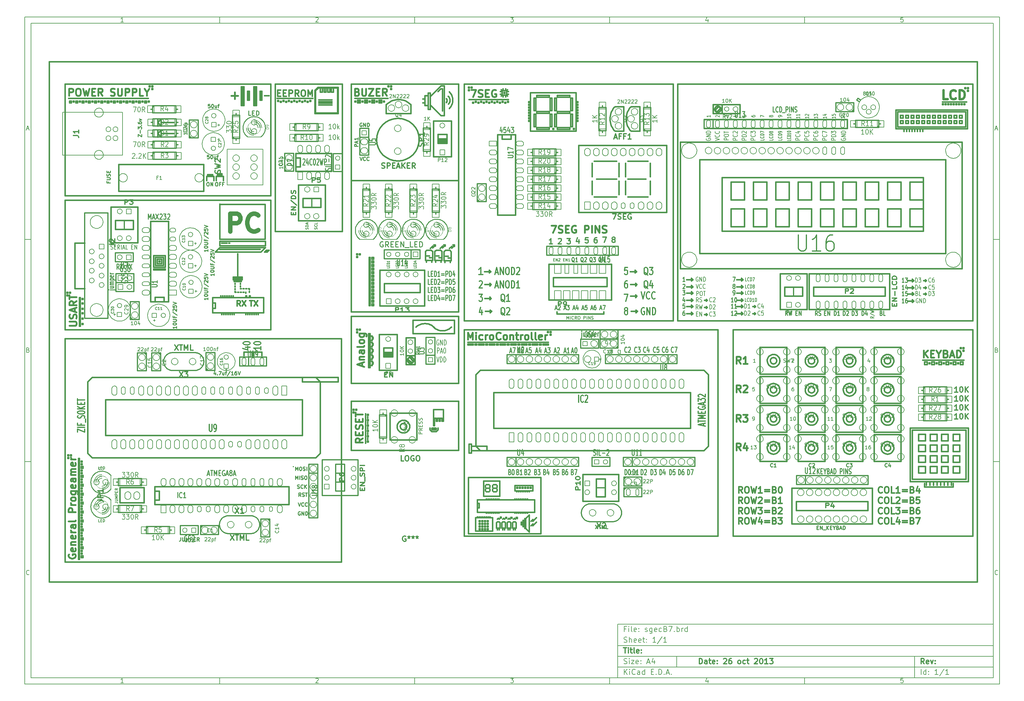
<source format=gto>
G04 (created by PCBNEW-RS274X (2011-04-29 BZR 2986)-stable) date 10/26/2013 1:24:26 PM*
G01*
G70*
G90*
%MOIN*%
G04 Gerber Fmt 3.4, Leading zero omitted, Abs format*
%FSLAX34Y34*%
G04 APERTURE LIST*
%ADD10C,0.006000*%
%ADD11C,0.012000*%
%ADD12C,0.015000*%
%ADD13C,0.020000*%
%ADD14C,0.010000*%
%ADD15C,0.050000*%
%ADD16C,0.007200*%
%ADD17C,0.006300*%
%ADD18C,0.007500*%
%ADD19C,0.006200*%
%ADD20C,0.005000*%
%ADD21C,0.007100*%
%ADD22C,0.025000*%
%ADD23C,0.017500*%
%ADD24C,0.007000*%
%ADD25C,0.008000*%
%ADD26C,0.003000*%
%ADD27C,0.012500*%
%ADD28C,0.000100*%
%ADD29C,0.010700*%
%ADD30C,0.010600*%
%ADD31C,0.003500*%
%ADD32C,0.011300*%
G04 APERTURE END LIST*
G54D10*
X04000Y-04000D02*
X113000Y-04000D01*
X113000Y-78670D01*
X04000Y-78670D01*
X04000Y-04000D01*
X04700Y-04700D02*
X112300Y-04700D01*
X112300Y-77970D01*
X04700Y-77970D01*
X04700Y-04700D01*
X25800Y-04000D02*
X25800Y-04700D01*
X15043Y-04552D02*
X14757Y-04552D01*
X14900Y-04552D02*
X14900Y-04052D01*
X14852Y-04124D01*
X14805Y-04171D01*
X14757Y-04195D01*
X25800Y-78670D02*
X25800Y-77970D01*
X15043Y-78522D02*
X14757Y-78522D01*
X14900Y-78522D02*
X14900Y-78022D01*
X14852Y-78094D01*
X14805Y-78141D01*
X14757Y-78165D01*
X47600Y-04000D02*
X47600Y-04700D01*
X36557Y-04100D02*
X36581Y-04076D01*
X36629Y-04052D01*
X36748Y-04052D01*
X36795Y-04076D01*
X36819Y-04100D01*
X36843Y-04148D01*
X36843Y-04195D01*
X36819Y-04267D01*
X36533Y-04552D01*
X36843Y-04552D01*
X47600Y-78670D02*
X47600Y-77970D01*
X36557Y-78070D02*
X36581Y-78046D01*
X36629Y-78022D01*
X36748Y-78022D01*
X36795Y-78046D01*
X36819Y-78070D01*
X36843Y-78118D01*
X36843Y-78165D01*
X36819Y-78237D01*
X36533Y-78522D01*
X36843Y-78522D01*
X69400Y-04000D02*
X69400Y-04700D01*
X58333Y-04052D02*
X58643Y-04052D01*
X58476Y-04243D01*
X58548Y-04243D01*
X58595Y-04267D01*
X58619Y-04290D01*
X58643Y-04338D01*
X58643Y-04457D01*
X58619Y-04505D01*
X58595Y-04529D01*
X58548Y-04552D01*
X58405Y-04552D01*
X58357Y-04529D01*
X58333Y-04505D01*
X69400Y-78670D02*
X69400Y-77970D01*
X58333Y-78022D02*
X58643Y-78022D01*
X58476Y-78213D01*
X58548Y-78213D01*
X58595Y-78237D01*
X58619Y-78260D01*
X58643Y-78308D01*
X58643Y-78427D01*
X58619Y-78475D01*
X58595Y-78499D01*
X58548Y-78522D01*
X58405Y-78522D01*
X58357Y-78499D01*
X58333Y-78475D01*
X91200Y-04000D02*
X91200Y-04700D01*
X80395Y-04219D02*
X80395Y-04552D01*
X80276Y-04029D02*
X80157Y-04386D01*
X80467Y-04386D01*
X91200Y-78670D02*
X91200Y-77970D01*
X80395Y-78189D02*
X80395Y-78522D01*
X80276Y-77999D02*
X80157Y-78356D01*
X80467Y-78356D01*
X102219Y-04052D02*
X101981Y-04052D01*
X101957Y-04290D01*
X101981Y-04267D01*
X102029Y-04243D01*
X102148Y-04243D01*
X102195Y-04267D01*
X102219Y-04290D01*
X102243Y-04338D01*
X102243Y-04457D01*
X102219Y-04505D01*
X102195Y-04529D01*
X102148Y-04552D01*
X102029Y-04552D01*
X101981Y-04529D01*
X101957Y-04505D01*
X102219Y-78022D02*
X101981Y-78022D01*
X101957Y-78260D01*
X101981Y-78237D01*
X102029Y-78213D01*
X102148Y-78213D01*
X102195Y-78237D01*
X102219Y-78260D01*
X102243Y-78308D01*
X102243Y-78427D01*
X102219Y-78475D01*
X102195Y-78499D01*
X102148Y-78522D01*
X102029Y-78522D01*
X101981Y-78499D01*
X101957Y-78475D01*
X04000Y-28890D02*
X04700Y-28890D01*
X04231Y-16510D02*
X04469Y-16510D01*
X04184Y-16652D02*
X04350Y-16152D01*
X04517Y-16652D01*
X113000Y-28890D02*
X112300Y-28890D01*
X112531Y-16510D02*
X112769Y-16510D01*
X112484Y-16652D02*
X112650Y-16152D01*
X112817Y-16652D01*
X04000Y-53780D02*
X04700Y-53780D01*
X04386Y-41280D02*
X04457Y-41304D01*
X04481Y-41328D01*
X04505Y-41376D01*
X04505Y-41447D01*
X04481Y-41495D01*
X04457Y-41519D01*
X04410Y-41542D01*
X04219Y-41542D01*
X04219Y-41042D01*
X04386Y-41042D01*
X04433Y-41066D01*
X04457Y-41090D01*
X04481Y-41138D01*
X04481Y-41185D01*
X04457Y-41233D01*
X04433Y-41257D01*
X04386Y-41280D01*
X04219Y-41280D01*
X113000Y-53780D02*
X112300Y-53780D01*
X112686Y-41280D02*
X112757Y-41304D01*
X112781Y-41328D01*
X112805Y-41376D01*
X112805Y-41447D01*
X112781Y-41495D01*
X112757Y-41519D01*
X112710Y-41542D01*
X112519Y-41542D01*
X112519Y-41042D01*
X112686Y-41042D01*
X112733Y-41066D01*
X112757Y-41090D01*
X112781Y-41138D01*
X112781Y-41185D01*
X112757Y-41233D01*
X112733Y-41257D01*
X112686Y-41280D01*
X112519Y-41280D01*
X04505Y-66385D02*
X04481Y-66409D01*
X04410Y-66432D01*
X04362Y-66432D01*
X04290Y-66409D01*
X04243Y-66361D01*
X04219Y-66313D01*
X04195Y-66218D01*
X04195Y-66147D01*
X04219Y-66051D01*
X04243Y-66004D01*
X04290Y-65956D01*
X04362Y-65932D01*
X04410Y-65932D01*
X04481Y-65956D01*
X04505Y-65980D01*
X112805Y-66385D02*
X112781Y-66409D01*
X112710Y-66432D01*
X112662Y-66432D01*
X112590Y-66409D01*
X112543Y-66361D01*
X112519Y-66313D01*
X112495Y-66218D01*
X112495Y-66147D01*
X112519Y-66051D01*
X112543Y-66004D01*
X112590Y-65956D01*
X112662Y-65932D01*
X112710Y-65932D01*
X112781Y-65956D01*
X112805Y-65980D01*
G54D11*
X79443Y-76413D02*
X79443Y-75813D01*
X79586Y-75813D01*
X79671Y-75841D01*
X79729Y-75899D01*
X79757Y-75956D01*
X79786Y-76070D01*
X79786Y-76156D01*
X79757Y-76270D01*
X79729Y-76327D01*
X79671Y-76384D01*
X79586Y-76413D01*
X79443Y-76413D01*
X80300Y-76413D02*
X80300Y-76099D01*
X80271Y-76041D01*
X80214Y-76013D01*
X80100Y-76013D01*
X80043Y-76041D01*
X80300Y-76384D02*
X80243Y-76413D01*
X80100Y-76413D01*
X80043Y-76384D01*
X80014Y-76327D01*
X80014Y-76270D01*
X80043Y-76213D01*
X80100Y-76184D01*
X80243Y-76184D01*
X80300Y-76156D01*
X80500Y-76013D02*
X80729Y-76013D01*
X80586Y-75813D02*
X80586Y-76327D01*
X80614Y-76384D01*
X80672Y-76413D01*
X80729Y-76413D01*
X81157Y-76384D02*
X81100Y-76413D01*
X80986Y-76413D01*
X80929Y-76384D01*
X80900Y-76327D01*
X80900Y-76099D01*
X80929Y-76041D01*
X80986Y-76013D01*
X81100Y-76013D01*
X81157Y-76041D01*
X81186Y-76099D01*
X81186Y-76156D01*
X80900Y-76213D01*
X81443Y-76356D02*
X81471Y-76384D01*
X81443Y-76413D01*
X81414Y-76384D01*
X81443Y-76356D01*
X81443Y-76413D01*
X81443Y-76041D02*
X81471Y-76070D01*
X81443Y-76099D01*
X81414Y-76070D01*
X81443Y-76041D01*
X81443Y-76099D01*
X82157Y-75870D02*
X82186Y-75841D01*
X82243Y-75813D01*
X82386Y-75813D01*
X82443Y-75841D01*
X82472Y-75870D01*
X82500Y-75927D01*
X82500Y-75984D01*
X82472Y-76070D01*
X82129Y-76413D01*
X82500Y-76413D01*
X83014Y-75813D02*
X82900Y-75813D01*
X82843Y-75841D01*
X82814Y-75870D01*
X82757Y-75956D01*
X82728Y-76070D01*
X82728Y-76299D01*
X82757Y-76356D01*
X82785Y-76384D01*
X82843Y-76413D01*
X82957Y-76413D01*
X83014Y-76384D01*
X83043Y-76356D01*
X83071Y-76299D01*
X83071Y-76156D01*
X83043Y-76099D01*
X83014Y-76070D01*
X82957Y-76041D01*
X82843Y-76041D01*
X82785Y-76070D01*
X82757Y-76099D01*
X82728Y-76156D01*
X83871Y-76413D02*
X83813Y-76384D01*
X83785Y-76356D01*
X83756Y-76299D01*
X83756Y-76127D01*
X83785Y-76070D01*
X83813Y-76041D01*
X83871Y-76013D01*
X83956Y-76013D01*
X84013Y-76041D01*
X84042Y-76070D01*
X84071Y-76127D01*
X84071Y-76299D01*
X84042Y-76356D01*
X84013Y-76384D01*
X83956Y-76413D01*
X83871Y-76413D01*
X84585Y-76384D02*
X84528Y-76413D01*
X84414Y-76413D01*
X84356Y-76384D01*
X84328Y-76356D01*
X84299Y-76299D01*
X84299Y-76127D01*
X84328Y-76070D01*
X84356Y-76041D01*
X84414Y-76013D01*
X84528Y-76013D01*
X84585Y-76041D01*
X84756Y-76013D02*
X84985Y-76013D01*
X84842Y-75813D02*
X84842Y-76327D01*
X84870Y-76384D01*
X84928Y-76413D01*
X84985Y-76413D01*
X85613Y-75870D02*
X85642Y-75841D01*
X85699Y-75813D01*
X85842Y-75813D01*
X85899Y-75841D01*
X85928Y-75870D01*
X85956Y-75927D01*
X85956Y-75984D01*
X85928Y-76070D01*
X85585Y-76413D01*
X85956Y-76413D01*
X86327Y-75813D02*
X86384Y-75813D01*
X86441Y-75841D01*
X86470Y-75870D01*
X86499Y-75927D01*
X86527Y-76041D01*
X86527Y-76184D01*
X86499Y-76299D01*
X86470Y-76356D01*
X86441Y-76384D01*
X86384Y-76413D01*
X86327Y-76413D01*
X86270Y-76384D01*
X86241Y-76356D01*
X86213Y-76299D01*
X86184Y-76184D01*
X86184Y-76041D01*
X86213Y-75927D01*
X86241Y-75870D01*
X86270Y-75841D01*
X86327Y-75813D01*
X87098Y-76413D02*
X86755Y-76413D01*
X86927Y-76413D02*
X86927Y-75813D01*
X86870Y-75899D01*
X86812Y-75956D01*
X86755Y-75984D01*
X87298Y-75813D02*
X87669Y-75813D01*
X87469Y-76041D01*
X87555Y-76041D01*
X87612Y-76070D01*
X87641Y-76099D01*
X87669Y-76156D01*
X87669Y-76299D01*
X87641Y-76356D01*
X87612Y-76384D01*
X87555Y-76413D01*
X87383Y-76413D01*
X87326Y-76384D01*
X87298Y-76356D01*
G54D10*
X71043Y-77613D02*
X71043Y-77013D01*
X71386Y-77613D02*
X71129Y-77270D01*
X71386Y-77013D02*
X71043Y-77356D01*
X71643Y-77613D02*
X71643Y-77213D01*
X71643Y-77013D02*
X71614Y-77041D01*
X71643Y-77070D01*
X71671Y-77041D01*
X71643Y-77013D01*
X71643Y-77070D01*
X72272Y-77556D02*
X72243Y-77584D01*
X72157Y-77613D01*
X72100Y-77613D01*
X72015Y-77584D01*
X71957Y-77527D01*
X71929Y-77470D01*
X71900Y-77356D01*
X71900Y-77270D01*
X71929Y-77156D01*
X71957Y-77099D01*
X72015Y-77041D01*
X72100Y-77013D01*
X72157Y-77013D01*
X72243Y-77041D01*
X72272Y-77070D01*
X72786Y-77613D02*
X72786Y-77299D01*
X72757Y-77241D01*
X72700Y-77213D01*
X72586Y-77213D01*
X72529Y-77241D01*
X72786Y-77584D02*
X72729Y-77613D01*
X72586Y-77613D01*
X72529Y-77584D01*
X72500Y-77527D01*
X72500Y-77470D01*
X72529Y-77413D01*
X72586Y-77384D01*
X72729Y-77384D01*
X72786Y-77356D01*
X73329Y-77613D02*
X73329Y-77013D01*
X73329Y-77584D02*
X73272Y-77613D01*
X73158Y-77613D01*
X73100Y-77584D01*
X73072Y-77556D01*
X73043Y-77499D01*
X73043Y-77327D01*
X73072Y-77270D01*
X73100Y-77241D01*
X73158Y-77213D01*
X73272Y-77213D01*
X73329Y-77241D01*
X74072Y-77299D02*
X74272Y-77299D01*
X74358Y-77613D02*
X74072Y-77613D01*
X74072Y-77013D01*
X74358Y-77013D01*
X74615Y-77556D02*
X74643Y-77584D01*
X74615Y-77613D01*
X74586Y-77584D01*
X74615Y-77556D01*
X74615Y-77613D01*
X74901Y-77613D02*
X74901Y-77013D01*
X75044Y-77013D01*
X75129Y-77041D01*
X75187Y-77099D01*
X75215Y-77156D01*
X75244Y-77270D01*
X75244Y-77356D01*
X75215Y-77470D01*
X75187Y-77527D01*
X75129Y-77584D01*
X75044Y-77613D01*
X74901Y-77613D01*
X75501Y-77556D02*
X75529Y-77584D01*
X75501Y-77613D01*
X75472Y-77584D01*
X75501Y-77556D01*
X75501Y-77613D01*
X75758Y-77441D02*
X76044Y-77441D01*
X75701Y-77613D02*
X75901Y-77013D01*
X76101Y-77613D01*
X76301Y-77556D02*
X76329Y-77584D01*
X76301Y-77613D01*
X76272Y-77584D01*
X76301Y-77556D01*
X76301Y-77613D01*
G54D11*
X104586Y-76413D02*
X104386Y-76127D01*
X104243Y-76413D02*
X104243Y-75813D01*
X104471Y-75813D01*
X104529Y-75841D01*
X104557Y-75870D01*
X104586Y-75927D01*
X104586Y-76013D01*
X104557Y-76070D01*
X104529Y-76099D01*
X104471Y-76127D01*
X104243Y-76127D01*
X105071Y-76384D02*
X105014Y-76413D01*
X104900Y-76413D01*
X104843Y-76384D01*
X104814Y-76327D01*
X104814Y-76099D01*
X104843Y-76041D01*
X104900Y-76013D01*
X105014Y-76013D01*
X105071Y-76041D01*
X105100Y-76099D01*
X105100Y-76156D01*
X104814Y-76213D01*
X105300Y-76013D02*
X105443Y-76413D01*
X105585Y-76013D01*
X105814Y-76356D02*
X105842Y-76384D01*
X105814Y-76413D01*
X105785Y-76384D01*
X105814Y-76356D01*
X105814Y-76413D01*
X105814Y-76041D02*
X105842Y-76070D01*
X105814Y-76099D01*
X105785Y-76070D01*
X105814Y-76041D01*
X105814Y-76099D01*
G54D10*
X71014Y-76384D02*
X71100Y-76413D01*
X71243Y-76413D01*
X71300Y-76384D01*
X71329Y-76356D01*
X71357Y-76299D01*
X71357Y-76241D01*
X71329Y-76184D01*
X71300Y-76156D01*
X71243Y-76127D01*
X71129Y-76099D01*
X71071Y-76070D01*
X71043Y-76041D01*
X71014Y-75984D01*
X71014Y-75927D01*
X71043Y-75870D01*
X71071Y-75841D01*
X71129Y-75813D01*
X71271Y-75813D01*
X71357Y-75841D01*
X71614Y-76413D02*
X71614Y-76013D01*
X71614Y-75813D02*
X71585Y-75841D01*
X71614Y-75870D01*
X71642Y-75841D01*
X71614Y-75813D01*
X71614Y-75870D01*
X71843Y-76013D02*
X72157Y-76013D01*
X71843Y-76413D01*
X72157Y-76413D01*
X72614Y-76384D02*
X72557Y-76413D01*
X72443Y-76413D01*
X72386Y-76384D01*
X72357Y-76327D01*
X72357Y-76099D01*
X72386Y-76041D01*
X72443Y-76013D01*
X72557Y-76013D01*
X72614Y-76041D01*
X72643Y-76099D01*
X72643Y-76156D01*
X72357Y-76213D01*
X72900Y-76356D02*
X72928Y-76384D01*
X72900Y-76413D01*
X72871Y-76384D01*
X72900Y-76356D01*
X72900Y-76413D01*
X72900Y-76041D02*
X72928Y-76070D01*
X72900Y-76099D01*
X72871Y-76070D01*
X72900Y-76041D01*
X72900Y-76099D01*
X73614Y-76241D02*
X73900Y-76241D01*
X73557Y-76413D02*
X73757Y-75813D01*
X73957Y-76413D01*
X74414Y-76013D02*
X74414Y-76413D01*
X74271Y-75784D02*
X74128Y-76213D01*
X74500Y-76213D01*
X104243Y-77613D02*
X104243Y-77013D01*
X104786Y-77613D02*
X104786Y-77013D01*
X104786Y-77584D02*
X104729Y-77613D01*
X104615Y-77613D01*
X104557Y-77584D01*
X104529Y-77556D01*
X104500Y-77499D01*
X104500Y-77327D01*
X104529Y-77270D01*
X104557Y-77241D01*
X104615Y-77213D01*
X104729Y-77213D01*
X104786Y-77241D01*
X105072Y-77556D02*
X105100Y-77584D01*
X105072Y-77613D01*
X105043Y-77584D01*
X105072Y-77556D01*
X105072Y-77613D01*
X105072Y-77241D02*
X105100Y-77270D01*
X105072Y-77299D01*
X105043Y-77270D01*
X105072Y-77241D01*
X105072Y-77299D01*
X106129Y-77613D02*
X105786Y-77613D01*
X105958Y-77613D02*
X105958Y-77013D01*
X105901Y-77099D01*
X105843Y-77156D01*
X105786Y-77184D01*
X106814Y-76984D02*
X106300Y-77756D01*
X107329Y-77613D02*
X106986Y-77613D01*
X107158Y-77613D02*
X107158Y-77013D01*
X107101Y-77099D01*
X107043Y-77156D01*
X106986Y-77184D01*
G54D11*
X70957Y-74613D02*
X71300Y-74613D01*
X71129Y-75213D02*
X71129Y-74613D01*
X71500Y-75213D02*
X71500Y-74813D01*
X71500Y-74613D02*
X71471Y-74641D01*
X71500Y-74670D01*
X71528Y-74641D01*
X71500Y-74613D01*
X71500Y-74670D01*
X71700Y-74813D02*
X71929Y-74813D01*
X71786Y-74613D02*
X71786Y-75127D01*
X71814Y-75184D01*
X71872Y-75213D01*
X71929Y-75213D01*
X72215Y-75213D02*
X72157Y-75184D01*
X72129Y-75127D01*
X72129Y-74613D01*
X72671Y-75184D02*
X72614Y-75213D01*
X72500Y-75213D01*
X72443Y-75184D01*
X72414Y-75127D01*
X72414Y-74899D01*
X72443Y-74841D01*
X72500Y-74813D01*
X72614Y-74813D01*
X72671Y-74841D01*
X72700Y-74899D01*
X72700Y-74956D01*
X72414Y-75013D01*
X72957Y-75156D02*
X72985Y-75184D01*
X72957Y-75213D01*
X72928Y-75184D01*
X72957Y-75156D01*
X72957Y-75213D01*
X72957Y-74841D02*
X72985Y-74870D01*
X72957Y-74899D01*
X72928Y-74870D01*
X72957Y-74841D01*
X72957Y-74899D01*
G54D10*
X71243Y-72499D02*
X71043Y-72499D01*
X71043Y-72813D02*
X71043Y-72213D01*
X71329Y-72213D01*
X71557Y-72813D02*
X71557Y-72413D01*
X71557Y-72213D02*
X71528Y-72241D01*
X71557Y-72270D01*
X71585Y-72241D01*
X71557Y-72213D01*
X71557Y-72270D01*
X71929Y-72813D02*
X71871Y-72784D01*
X71843Y-72727D01*
X71843Y-72213D01*
X72385Y-72784D02*
X72328Y-72813D01*
X72214Y-72813D01*
X72157Y-72784D01*
X72128Y-72727D01*
X72128Y-72499D01*
X72157Y-72441D01*
X72214Y-72413D01*
X72328Y-72413D01*
X72385Y-72441D01*
X72414Y-72499D01*
X72414Y-72556D01*
X72128Y-72613D01*
X72671Y-72756D02*
X72699Y-72784D01*
X72671Y-72813D01*
X72642Y-72784D01*
X72671Y-72756D01*
X72671Y-72813D01*
X72671Y-72441D02*
X72699Y-72470D01*
X72671Y-72499D01*
X72642Y-72470D01*
X72671Y-72441D01*
X72671Y-72499D01*
X73385Y-72784D02*
X73442Y-72813D01*
X73557Y-72813D01*
X73614Y-72784D01*
X73642Y-72727D01*
X73642Y-72699D01*
X73614Y-72641D01*
X73557Y-72613D01*
X73471Y-72613D01*
X73414Y-72584D01*
X73385Y-72527D01*
X73385Y-72499D01*
X73414Y-72441D01*
X73471Y-72413D01*
X73557Y-72413D01*
X73614Y-72441D01*
X74157Y-72413D02*
X74157Y-72899D01*
X74128Y-72956D01*
X74100Y-72984D01*
X74043Y-73013D01*
X73957Y-73013D01*
X73900Y-72984D01*
X74157Y-72784D02*
X74100Y-72813D01*
X73986Y-72813D01*
X73928Y-72784D01*
X73900Y-72756D01*
X73871Y-72699D01*
X73871Y-72527D01*
X73900Y-72470D01*
X73928Y-72441D01*
X73986Y-72413D01*
X74100Y-72413D01*
X74157Y-72441D01*
X74671Y-72784D02*
X74614Y-72813D01*
X74500Y-72813D01*
X74443Y-72784D01*
X74414Y-72727D01*
X74414Y-72499D01*
X74443Y-72441D01*
X74500Y-72413D01*
X74614Y-72413D01*
X74671Y-72441D01*
X74700Y-72499D01*
X74700Y-72556D01*
X74414Y-72613D01*
X75214Y-72784D02*
X75157Y-72813D01*
X75043Y-72813D01*
X74985Y-72784D01*
X74957Y-72756D01*
X74928Y-72699D01*
X74928Y-72527D01*
X74957Y-72470D01*
X74985Y-72441D01*
X75043Y-72413D01*
X75157Y-72413D01*
X75214Y-72441D01*
X75671Y-72499D02*
X75757Y-72527D01*
X75785Y-72556D01*
X75814Y-72613D01*
X75814Y-72699D01*
X75785Y-72756D01*
X75757Y-72784D01*
X75699Y-72813D01*
X75471Y-72813D01*
X75471Y-72213D01*
X75671Y-72213D01*
X75728Y-72241D01*
X75757Y-72270D01*
X75785Y-72327D01*
X75785Y-72384D01*
X75757Y-72441D01*
X75728Y-72470D01*
X75671Y-72499D01*
X75471Y-72499D01*
X76014Y-72213D02*
X76414Y-72213D01*
X76157Y-72813D01*
X76642Y-72756D02*
X76670Y-72784D01*
X76642Y-72813D01*
X76613Y-72784D01*
X76642Y-72756D01*
X76642Y-72813D01*
X76928Y-72813D02*
X76928Y-72213D01*
X76928Y-72441D02*
X76985Y-72413D01*
X77099Y-72413D01*
X77156Y-72441D01*
X77185Y-72470D01*
X77214Y-72527D01*
X77214Y-72699D01*
X77185Y-72756D01*
X77156Y-72784D01*
X77099Y-72813D01*
X76985Y-72813D01*
X76928Y-72784D01*
X77471Y-72813D02*
X77471Y-72413D01*
X77471Y-72527D02*
X77499Y-72470D01*
X77528Y-72441D01*
X77585Y-72413D01*
X77642Y-72413D01*
X78099Y-72813D02*
X78099Y-72213D01*
X78099Y-72784D02*
X78042Y-72813D01*
X77928Y-72813D01*
X77870Y-72784D01*
X77842Y-72756D01*
X77813Y-72699D01*
X77813Y-72527D01*
X77842Y-72470D01*
X77870Y-72441D01*
X77928Y-72413D01*
X78042Y-72413D01*
X78099Y-72441D01*
X71014Y-73984D02*
X71100Y-74013D01*
X71243Y-74013D01*
X71300Y-73984D01*
X71329Y-73956D01*
X71357Y-73899D01*
X71357Y-73841D01*
X71329Y-73784D01*
X71300Y-73756D01*
X71243Y-73727D01*
X71129Y-73699D01*
X71071Y-73670D01*
X71043Y-73641D01*
X71014Y-73584D01*
X71014Y-73527D01*
X71043Y-73470D01*
X71071Y-73441D01*
X71129Y-73413D01*
X71271Y-73413D01*
X71357Y-73441D01*
X71614Y-74013D02*
X71614Y-73413D01*
X71871Y-74013D02*
X71871Y-73699D01*
X71842Y-73641D01*
X71785Y-73613D01*
X71700Y-73613D01*
X71642Y-73641D01*
X71614Y-73670D01*
X72385Y-73984D02*
X72328Y-74013D01*
X72214Y-74013D01*
X72157Y-73984D01*
X72128Y-73927D01*
X72128Y-73699D01*
X72157Y-73641D01*
X72214Y-73613D01*
X72328Y-73613D01*
X72385Y-73641D01*
X72414Y-73699D01*
X72414Y-73756D01*
X72128Y-73813D01*
X72899Y-73984D02*
X72842Y-74013D01*
X72728Y-74013D01*
X72671Y-73984D01*
X72642Y-73927D01*
X72642Y-73699D01*
X72671Y-73641D01*
X72728Y-73613D01*
X72842Y-73613D01*
X72899Y-73641D01*
X72928Y-73699D01*
X72928Y-73756D01*
X72642Y-73813D01*
X73099Y-73613D02*
X73328Y-73613D01*
X73185Y-73413D02*
X73185Y-73927D01*
X73213Y-73984D01*
X73271Y-74013D01*
X73328Y-74013D01*
X73528Y-73956D02*
X73556Y-73984D01*
X73528Y-74013D01*
X73499Y-73984D01*
X73528Y-73956D01*
X73528Y-74013D01*
X73528Y-73641D02*
X73556Y-73670D01*
X73528Y-73699D01*
X73499Y-73670D01*
X73528Y-73641D01*
X73528Y-73699D01*
X74585Y-74013D02*
X74242Y-74013D01*
X74414Y-74013D02*
X74414Y-73413D01*
X74357Y-73499D01*
X74299Y-73556D01*
X74242Y-73584D01*
X75270Y-73384D02*
X74756Y-74156D01*
X75785Y-74013D02*
X75442Y-74013D01*
X75614Y-74013D02*
X75614Y-73413D01*
X75557Y-73499D01*
X75499Y-73556D01*
X75442Y-73584D01*
X70300Y-71970D02*
X70300Y-77970D01*
X70300Y-71970D02*
X112300Y-71970D01*
X70300Y-71970D02*
X112300Y-71970D01*
X70300Y-74370D02*
X112300Y-74370D01*
X103500Y-75570D02*
X103500Y-77970D01*
X70300Y-76770D02*
X112300Y-76770D01*
X70300Y-75570D02*
X112300Y-75570D01*
X76900Y-75570D02*
X76900Y-76770D01*
G54D12*
X47400Y-37950D02*
X47400Y-39450D01*
X52050Y-39450D02*
X47450Y-39450D01*
X52050Y-37950D02*
X52050Y-39450D01*
X47400Y-37950D02*
X52050Y-37950D01*
X49701Y-38699D02*
X49792Y-38783D01*
X49889Y-38858D01*
X49994Y-38924D01*
X50103Y-38981D01*
X50217Y-39028D01*
X50335Y-39065D01*
X50455Y-39092D01*
X50577Y-39108D01*
X50700Y-39114D01*
X50823Y-39108D01*
X50945Y-39092D01*
X51065Y-39065D01*
X51183Y-39028D01*
X51297Y-38981D01*
X51407Y-38924D01*
X51511Y-38858D01*
X51608Y-38783D01*
X51699Y-38699D01*
X49849Y-38800D02*
X49757Y-38708D01*
X49658Y-38625D01*
X49552Y-38550D01*
X49440Y-38485D01*
X49323Y-38430D01*
X49201Y-38385D01*
X49076Y-38351D01*
X48949Y-38328D01*
X48820Y-38316D01*
X48691Y-38316D01*
X48562Y-38327D01*
X48434Y-38349D01*
X48309Y-38382D01*
X48187Y-38426D01*
X48069Y-38480D01*
X47956Y-38544D01*
X47850Y-38618D01*
X47750Y-38701D01*
X53150Y-62100D02*
X53900Y-62100D01*
X53150Y-39000D02*
X53150Y-62100D01*
X53950Y-39000D02*
X53150Y-39000D01*
X53150Y-11500D02*
X53950Y-11500D01*
X53150Y-38000D02*
X53150Y-11500D01*
X53900Y-38000D02*
X53150Y-38000D01*
X42300Y-51560D02*
X42400Y-51560D01*
X42400Y-51560D02*
X42400Y-51460D01*
X42400Y-51460D02*
X42300Y-51460D01*
X42300Y-51460D02*
X42300Y-51560D01*
X42350Y-51150D02*
X42350Y-51300D01*
X42300Y-50960D02*
X42400Y-50960D01*
X42400Y-50960D02*
X42400Y-50860D01*
X42400Y-50860D02*
X42300Y-50860D01*
X42300Y-50860D02*
X42300Y-50960D01*
X42350Y-50550D02*
X42350Y-50700D01*
X42300Y-50360D02*
X42400Y-50360D01*
X42400Y-50360D02*
X42400Y-50260D01*
X42400Y-50260D02*
X42300Y-50260D01*
X42300Y-50260D02*
X42300Y-50360D01*
X42350Y-49950D02*
X42350Y-50100D01*
X42300Y-49760D02*
X42400Y-49760D01*
X42400Y-49760D02*
X42400Y-49660D01*
X42400Y-49660D02*
X42300Y-49660D01*
X42300Y-49660D02*
X42300Y-49760D01*
X42350Y-49350D02*
X42350Y-49500D01*
X42350Y-48750D02*
X42350Y-48900D01*
X42300Y-49160D02*
X42400Y-49160D01*
X42400Y-49160D02*
X42400Y-49060D01*
X42400Y-49060D02*
X42300Y-49060D01*
X42300Y-49060D02*
X42300Y-49160D01*
X42300Y-48560D02*
X42400Y-48560D01*
X42400Y-48560D02*
X42400Y-48460D01*
X42400Y-48460D02*
X42300Y-48460D01*
X42300Y-48460D02*
X42300Y-48560D01*
X41000Y-48010D02*
X41100Y-48010D01*
X41100Y-48010D02*
X41100Y-47910D01*
X41100Y-47910D02*
X41000Y-47910D01*
X41000Y-47910D02*
X41000Y-48010D01*
X40700Y-48010D02*
X40800Y-48010D01*
X40800Y-48010D02*
X40800Y-47910D01*
X40800Y-47910D02*
X40700Y-47910D01*
X40700Y-47910D02*
X40700Y-48010D01*
X40700Y-48310D02*
X40800Y-48310D01*
X40800Y-48310D02*
X40800Y-48210D01*
X40800Y-48210D02*
X40700Y-48210D01*
X40700Y-48210D02*
X40700Y-48310D01*
X59070Y-60120D02*
X59070Y-59990D01*
X58940Y-59990D02*
X59070Y-60120D01*
X59050Y-59990D02*
X58940Y-59990D01*
X58460Y-60110D02*
X58460Y-59990D01*
X58340Y-59990D02*
X58460Y-60110D01*
X58450Y-59990D02*
X58340Y-59990D01*
X57860Y-60090D02*
X57860Y-59990D01*
X57760Y-59990D02*
X57860Y-60090D01*
X57860Y-59990D02*
X57760Y-59990D01*
X57260Y-60080D02*
X57260Y-59980D01*
X57160Y-59980D02*
X57260Y-60080D01*
X57250Y-59980D02*
X57160Y-59980D01*
X59000Y-57050D02*
X59000Y-57150D01*
X60400Y-57050D02*
X60400Y-57150D01*
X60200Y-57050D02*
X60200Y-57150D01*
X60000Y-57050D02*
X60000Y-57150D01*
X59800Y-57050D02*
X59800Y-57150D01*
X59600Y-57050D02*
X59600Y-57150D01*
X59400Y-57050D02*
X59400Y-57150D01*
X59200Y-57050D02*
X59200Y-57150D01*
X10300Y-63800D02*
X10400Y-63800D01*
X10400Y-63800D02*
X10400Y-63700D01*
X10400Y-63700D02*
X10300Y-63700D01*
X10300Y-63700D02*
X10300Y-63800D01*
X10300Y-64000D02*
X10300Y-64100D01*
X10400Y-64000D02*
X10300Y-64000D01*
X10400Y-64100D02*
X10400Y-64000D01*
X10300Y-64100D02*
X10400Y-64100D01*
X10300Y-64300D02*
X10300Y-64500D01*
X10300Y-64500D02*
X10500Y-64500D01*
X10500Y-64500D02*
X10500Y-64300D01*
X10500Y-64300D02*
X10400Y-64300D01*
X10400Y-64300D02*
X10300Y-64300D01*
X10300Y-61800D02*
X10400Y-61800D01*
X10400Y-61800D02*
X10400Y-61700D01*
X10400Y-61700D02*
X10300Y-61700D01*
X10300Y-61700D02*
X10300Y-61800D01*
X10300Y-62000D02*
X10300Y-62100D01*
X10400Y-62000D02*
X10300Y-62000D01*
X10400Y-62100D02*
X10400Y-62000D01*
X10300Y-62100D02*
X10400Y-62100D01*
X10300Y-62300D02*
X10300Y-62500D01*
X10300Y-62500D02*
X10500Y-62500D01*
X10500Y-62500D02*
X10500Y-62300D01*
X10500Y-62300D02*
X10400Y-62300D01*
X10400Y-62300D02*
X10300Y-62300D01*
X10400Y-63300D02*
X10300Y-63300D01*
X10500Y-63300D02*
X10400Y-63300D01*
X10500Y-63500D02*
X10500Y-63300D01*
X10300Y-63500D02*
X10500Y-63500D01*
X10300Y-63300D02*
X10300Y-63500D01*
X10300Y-63100D02*
X10400Y-63100D01*
X10400Y-63100D02*
X10400Y-63000D01*
X10400Y-63000D02*
X10300Y-63000D01*
X10300Y-63000D02*
X10300Y-63100D01*
X10300Y-62700D02*
X10300Y-62800D01*
X10400Y-62700D02*
X10300Y-62700D01*
X10400Y-62800D02*
X10400Y-62700D01*
X10300Y-62800D02*
X10400Y-62800D01*
X10300Y-57800D02*
X10400Y-57800D01*
X10400Y-57800D02*
X10400Y-57700D01*
X10400Y-57700D02*
X10300Y-57700D01*
X10300Y-57700D02*
X10300Y-57800D01*
X10300Y-58000D02*
X10300Y-58100D01*
X10400Y-58000D02*
X10300Y-58000D01*
X10400Y-58100D02*
X10400Y-58000D01*
X10300Y-58100D02*
X10400Y-58100D01*
X10300Y-58300D02*
X10300Y-58500D01*
X10300Y-58500D02*
X10500Y-58500D01*
X10500Y-58500D02*
X10500Y-58300D01*
X10500Y-58300D02*
X10400Y-58300D01*
X10400Y-58300D02*
X10300Y-58300D01*
X10400Y-59300D02*
X10300Y-59300D01*
X10500Y-59300D02*
X10400Y-59300D01*
X10500Y-59500D02*
X10500Y-59300D01*
X10300Y-59500D02*
X10500Y-59500D01*
X10300Y-59300D02*
X10300Y-59500D01*
X10300Y-59100D02*
X10400Y-59100D01*
X10400Y-59100D02*
X10400Y-59000D01*
X10400Y-59000D02*
X10300Y-59000D01*
X10300Y-59000D02*
X10300Y-59100D01*
X10300Y-58700D02*
X10300Y-58800D01*
X10400Y-58700D02*
X10300Y-58700D01*
X10400Y-58800D02*
X10400Y-58700D01*
X10300Y-58800D02*
X10400Y-58800D01*
X10300Y-60800D02*
X10400Y-60800D01*
X10400Y-60800D02*
X10400Y-60700D01*
X10400Y-60700D02*
X10300Y-60700D01*
X10300Y-60700D02*
X10300Y-60800D01*
X10300Y-61000D02*
X10300Y-61100D01*
X10400Y-61000D02*
X10300Y-61000D01*
X10400Y-61100D02*
X10400Y-61000D01*
X10300Y-61100D02*
X10400Y-61100D01*
X10300Y-61300D02*
X10300Y-61500D01*
X10300Y-61500D02*
X10500Y-61500D01*
X10500Y-61500D02*
X10500Y-61300D01*
X10500Y-61300D02*
X10400Y-61300D01*
X10400Y-61300D02*
X10300Y-61300D01*
X10400Y-60300D02*
X10300Y-60300D01*
X10500Y-60300D02*
X10400Y-60300D01*
X10500Y-60500D02*
X10500Y-60300D01*
X10300Y-60500D02*
X10500Y-60500D01*
X10300Y-60300D02*
X10300Y-60500D01*
X10300Y-60100D02*
X10400Y-60100D01*
X10400Y-60100D02*
X10400Y-60000D01*
X10400Y-60000D02*
X10300Y-60000D01*
X10300Y-60000D02*
X10300Y-60100D01*
X10300Y-59700D02*
X10300Y-59800D01*
X10400Y-59700D02*
X10300Y-59700D01*
X10400Y-59800D02*
X10400Y-59700D01*
X10300Y-59800D02*
X10400Y-59800D01*
X10300Y-55800D02*
X10400Y-55800D01*
X10400Y-55800D02*
X10400Y-55700D01*
X10400Y-55700D02*
X10300Y-55700D01*
X10300Y-55700D02*
X10300Y-55800D01*
X10300Y-56000D02*
X10300Y-56100D01*
X10400Y-56000D02*
X10300Y-56000D01*
X10400Y-56100D02*
X10400Y-56000D01*
X10300Y-56100D02*
X10400Y-56100D01*
X10300Y-56300D02*
X10300Y-56500D01*
X10300Y-56500D02*
X10500Y-56500D01*
X10500Y-56500D02*
X10500Y-56300D01*
X10500Y-56300D02*
X10400Y-56300D01*
X10400Y-56300D02*
X10300Y-56300D01*
X10400Y-57300D02*
X10300Y-57300D01*
X10500Y-57300D02*
X10400Y-57300D01*
X10500Y-57500D02*
X10500Y-57300D01*
X10300Y-57500D02*
X10500Y-57500D01*
X10300Y-57300D02*
X10300Y-57500D01*
X10300Y-57100D02*
X10400Y-57100D01*
X10400Y-57100D02*
X10400Y-57000D01*
X10400Y-57000D02*
X10300Y-57000D01*
X10300Y-57000D02*
X10300Y-57100D01*
X10300Y-56700D02*
X10300Y-56800D01*
X10400Y-56700D02*
X10300Y-56700D01*
X10400Y-56800D02*
X10400Y-56700D01*
X10300Y-56800D02*
X10400Y-56800D01*
X10300Y-54800D02*
X10400Y-54800D01*
X10400Y-54800D02*
X10400Y-54700D01*
X10400Y-54700D02*
X10300Y-54700D01*
X10300Y-54700D02*
X10300Y-54800D01*
X10300Y-55000D02*
X10300Y-55100D01*
X10400Y-55000D02*
X10300Y-55000D01*
X10400Y-55100D02*
X10400Y-55000D01*
X10300Y-55100D02*
X10400Y-55100D01*
X10300Y-55300D02*
X10300Y-55500D01*
X10300Y-55500D02*
X10500Y-55500D01*
X10500Y-55500D02*
X10500Y-55300D01*
X10500Y-55300D02*
X10400Y-55300D01*
X10400Y-55300D02*
X10300Y-55300D01*
X10400Y-54300D02*
X10300Y-54300D01*
X10500Y-54300D02*
X10400Y-54300D01*
X10500Y-54500D02*
X10500Y-54300D01*
X10300Y-54500D02*
X10500Y-54500D01*
X10300Y-54300D02*
X10300Y-54500D01*
X10300Y-54100D02*
X10400Y-54100D01*
X10400Y-54100D02*
X10400Y-54000D01*
X10400Y-54000D02*
X10300Y-54000D01*
X10300Y-54000D02*
X10300Y-54100D01*
X10300Y-53700D02*
X10300Y-53800D01*
X10400Y-53700D02*
X10300Y-53700D01*
X10400Y-53800D02*
X10400Y-53700D01*
X10300Y-53800D02*
X10400Y-53800D01*
X09100Y-53100D02*
X09200Y-53100D01*
X09200Y-53100D02*
X09200Y-53000D01*
X09200Y-53000D02*
X09100Y-53000D01*
X09100Y-53000D02*
X09100Y-53100D01*
X08800Y-53000D02*
X08800Y-53100D01*
X08900Y-53000D02*
X08800Y-53000D01*
X08900Y-53100D02*
X08900Y-53000D01*
X08800Y-53100D02*
X08900Y-53100D01*
X08800Y-53400D02*
X08900Y-53400D01*
X08900Y-53400D02*
X08900Y-53300D01*
X08900Y-53300D02*
X08800Y-53300D01*
X08800Y-53300D02*
X08800Y-53400D01*
X44900Y-12000D02*
X44900Y-12100D01*
X45000Y-12000D02*
X44900Y-12000D01*
X45000Y-12100D02*
X45000Y-12000D01*
X44900Y-12100D02*
X45000Y-12100D01*
X10100Y-53400D02*
X10000Y-53400D01*
X10100Y-64700D02*
X10100Y-53400D01*
X10000Y-64700D02*
X10100Y-64700D01*
X10000Y-53400D02*
X10000Y-64700D01*
G54D13*
X09024Y-38558D02*
X09671Y-38558D01*
X09748Y-38519D01*
X09786Y-38481D01*
X09824Y-38405D01*
X09824Y-38253D01*
X09786Y-38177D01*
X09748Y-38138D01*
X09671Y-38100D01*
X09024Y-38100D01*
X09786Y-37758D02*
X09824Y-37643D01*
X09824Y-37453D01*
X09786Y-37377D01*
X09748Y-37339D01*
X09671Y-37300D01*
X09595Y-37300D01*
X09519Y-37339D01*
X09481Y-37377D01*
X09443Y-37453D01*
X09405Y-37605D01*
X09367Y-37681D01*
X09329Y-37720D01*
X09252Y-37758D01*
X09176Y-37758D01*
X09100Y-37720D01*
X09062Y-37681D01*
X09024Y-37605D01*
X09024Y-37415D01*
X09062Y-37300D01*
X09595Y-36996D02*
X09595Y-36615D01*
X09824Y-37072D02*
X09024Y-36805D01*
X09824Y-36538D01*
X09824Y-35814D02*
X09443Y-36081D01*
X09824Y-36272D02*
X09024Y-36272D01*
X09024Y-35967D01*
X09062Y-35891D01*
X09100Y-35852D01*
X09176Y-35814D01*
X09290Y-35814D01*
X09367Y-35852D01*
X09405Y-35891D01*
X09443Y-35967D01*
X09443Y-36272D01*
X09024Y-35586D02*
X09024Y-35129D01*
X09824Y-35357D02*
X09024Y-35357D01*
G54D12*
X10400Y-37800D02*
X10500Y-37800D01*
X10500Y-37800D02*
X10500Y-37700D01*
X10500Y-37700D02*
X10400Y-37700D01*
X10400Y-37700D02*
X10400Y-37800D01*
X10400Y-38300D02*
X10400Y-38400D01*
X10500Y-38300D02*
X10400Y-38300D01*
X10500Y-38400D02*
X10500Y-38300D01*
X10400Y-38400D02*
X10500Y-38400D01*
X10400Y-37100D02*
X10400Y-37200D01*
X10500Y-37100D02*
X10400Y-37100D01*
X10500Y-37200D02*
X10500Y-37100D01*
X10400Y-37200D02*
X10500Y-37200D01*
X10400Y-36700D02*
X10500Y-36700D01*
X10500Y-36700D02*
X10500Y-36600D01*
X10500Y-36600D02*
X10400Y-36600D01*
X10400Y-36600D02*
X10400Y-36700D01*
X10400Y-36100D02*
X10500Y-36100D01*
X10500Y-36100D02*
X10500Y-36000D01*
X10500Y-36000D02*
X10400Y-36000D01*
X10400Y-36000D02*
X10400Y-36100D01*
X09000Y-34900D02*
X09100Y-34900D01*
X09100Y-34900D02*
X09100Y-34800D01*
X09100Y-34800D02*
X09000Y-34800D01*
X09000Y-34800D02*
X09000Y-34900D01*
X08700Y-34900D02*
X08800Y-34900D01*
X08800Y-34900D02*
X08800Y-34800D01*
X08800Y-34800D02*
X08700Y-34800D01*
X08700Y-34800D02*
X08700Y-34900D01*
X08700Y-35200D02*
X08800Y-35200D01*
X08800Y-35200D02*
X08800Y-35100D01*
X08800Y-35100D02*
X08700Y-35100D01*
X08700Y-35100D02*
X08700Y-35200D01*
X10200Y-38600D02*
X10100Y-38600D01*
X10200Y-35400D02*
X10200Y-38600D01*
X10100Y-35400D02*
X10200Y-35400D01*
X10100Y-38600D02*
X10100Y-35400D01*
X35860Y-13350D02*
X35860Y-13450D01*
X35960Y-13350D02*
X35860Y-13350D01*
X35960Y-13450D02*
X35960Y-13350D01*
X35860Y-13450D02*
X35960Y-13450D01*
X35560Y-13550D02*
X35660Y-13550D01*
X35660Y-13550D02*
X35660Y-13450D01*
X35660Y-13450D02*
X35560Y-13450D01*
X35560Y-13450D02*
X35560Y-13550D01*
X35260Y-13350D02*
X35260Y-13450D01*
X35360Y-13350D02*
X35260Y-13350D01*
X35360Y-13450D02*
X35360Y-13350D01*
X35260Y-13450D02*
X35360Y-13450D01*
X34960Y-13550D02*
X35060Y-13550D01*
X35060Y-13550D02*
X35060Y-13450D01*
X35060Y-13450D02*
X34960Y-13450D01*
X34960Y-13450D02*
X34960Y-13550D01*
X32260Y-13450D02*
X32360Y-13450D01*
X32360Y-13450D02*
X32360Y-13350D01*
X32360Y-13350D02*
X32260Y-13350D01*
X32260Y-13350D02*
X32260Y-13450D01*
X32560Y-13450D02*
X32560Y-13550D01*
X32660Y-13450D02*
X32560Y-13450D01*
X32660Y-13550D02*
X32660Y-13450D01*
X32560Y-13550D02*
X32660Y-13550D01*
X33160Y-13550D02*
X33260Y-13550D01*
X33260Y-13550D02*
X33260Y-13450D01*
X33260Y-13450D02*
X33160Y-13450D01*
X33160Y-13450D02*
X33160Y-13550D01*
X32860Y-13350D02*
X32860Y-13450D01*
X32960Y-13350D02*
X32860Y-13350D01*
X32960Y-13450D02*
X32960Y-13350D01*
X32860Y-13450D02*
X32960Y-13450D01*
X34060Y-13450D02*
X34160Y-13450D01*
X34160Y-13450D02*
X34160Y-13350D01*
X34160Y-13350D02*
X34060Y-13350D01*
X34060Y-13350D02*
X34060Y-13450D01*
X34360Y-13450D02*
X34360Y-13550D01*
X34460Y-13450D02*
X34360Y-13450D01*
X34460Y-13550D02*
X34460Y-13450D01*
X34360Y-13550D02*
X34460Y-13550D01*
X33760Y-13550D02*
X33860Y-13550D01*
X33860Y-13550D02*
X33860Y-13450D01*
X33860Y-13450D02*
X33760Y-13450D01*
X33760Y-13450D02*
X33760Y-13550D01*
X33460Y-13350D02*
X33460Y-13450D01*
X33560Y-13350D02*
X33460Y-13350D01*
X33560Y-13450D02*
X33560Y-13350D01*
X33460Y-13450D02*
X33560Y-13450D01*
X34660Y-13350D02*
X34660Y-13450D01*
X34760Y-13350D02*
X34660Y-13350D01*
X34760Y-13450D02*
X34760Y-13350D01*
X34660Y-13450D02*
X34760Y-13450D01*
X10400Y-35500D02*
X10400Y-35600D01*
X10500Y-35500D02*
X10400Y-35500D01*
X10500Y-35600D02*
X10500Y-35500D01*
X10400Y-35600D02*
X10500Y-35600D01*
X32200Y-13100D02*
X36200Y-13100D01*
X41400Y-30500D02*
X41400Y-30600D01*
X41500Y-30500D02*
X41400Y-30500D01*
X41500Y-30600D02*
X41500Y-30500D01*
X41400Y-30600D02*
X41500Y-30600D01*
X41100Y-30500D02*
X41100Y-30600D01*
X41200Y-30500D02*
X41100Y-30500D01*
X41200Y-30600D02*
X41200Y-30500D01*
X41100Y-30600D02*
X41200Y-30600D01*
X41100Y-30800D02*
X41100Y-30900D01*
X41200Y-30800D02*
X41100Y-30800D01*
X41200Y-30900D02*
X41200Y-30800D01*
X41100Y-30900D02*
X41200Y-30900D01*
X17500Y-13400D02*
X17400Y-13400D01*
X17600Y-13400D02*
X17500Y-13400D01*
X17600Y-13600D02*
X17600Y-13400D01*
X17400Y-13600D02*
X17600Y-13600D01*
X17400Y-13400D02*
X17400Y-13600D01*
X17800Y-13500D02*
X17900Y-13500D01*
X17900Y-13500D02*
X17900Y-13400D01*
X17900Y-13400D02*
X17800Y-13400D01*
X17800Y-13400D02*
X17800Y-13500D01*
X16100Y-13400D02*
X16000Y-13400D01*
X16200Y-13400D02*
X16100Y-13400D01*
X16200Y-13600D02*
X16200Y-13400D01*
X16000Y-13600D02*
X16200Y-13600D01*
X16000Y-13400D02*
X16000Y-13600D01*
X16400Y-13500D02*
X16500Y-13500D01*
X16500Y-13500D02*
X16500Y-13400D01*
X16500Y-13400D02*
X16400Y-13400D01*
X16400Y-13400D02*
X16400Y-13500D01*
X17100Y-13400D02*
X17100Y-13500D01*
X17200Y-13400D02*
X17100Y-13400D01*
X17200Y-13500D02*
X17200Y-13400D01*
X17100Y-13500D02*
X17200Y-13500D01*
X16700Y-13400D02*
X16700Y-13600D01*
X16700Y-13600D02*
X16900Y-13600D01*
X16900Y-13600D02*
X16900Y-13400D01*
X16900Y-13400D02*
X16800Y-13400D01*
X16800Y-13400D02*
X16700Y-13400D01*
X15400Y-13400D02*
X15300Y-13400D01*
X15500Y-13400D02*
X15400Y-13400D01*
X15500Y-13600D02*
X15500Y-13400D01*
X15300Y-13600D02*
X15500Y-13600D01*
X15300Y-13400D02*
X15300Y-13600D01*
X15700Y-13500D02*
X15800Y-13500D01*
X15800Y-13500D02*
X15800Y-13400D01*
X15800Y-13400D02*
X15700Y-13400D01*
X15700Y-13400D02*
X15700Y-13500D01*
X15000Y-13400D02*
X15000Y-13500D01*
X15100Y-13400D02*
X15000Y-13400D01*
X15100Y-13500D02*
X15100Y-13400D01*
X15000Y-13500D02*
X15100Y-13500D01*
X14600Y-13400D02*
X14600Y-13600D01*
X14600Y-13600D02*
X14800Y-13600D01*
X14800Y-13600D02*
X14800Y-13400D01*
X14800Y-13400D02*
X14700Y-13400D01*
X14700Y-13400D02*
X14600Y-13400D01*
X11900Y-13400D02*
X11800Y-13400D01*
X12000Y-13400D02*
X11900Y-13400D01*
X12000Y-13600D02*
X12000Y-13400D01*
X11800Y-13600D02*
X12000Y-13600D01*
X11800Y-13400D02*
X11800Y-13600D01*
X12200Y-13500D02*
X12300Y-13500D01*
X12300Y-13500D02*
X12300Y-13400D01*
X12300Y-13400D02*
X12200Y-13400D01*
X12200Y-13400D02*
X12200Y-13500D01*
X12900Y-13400D02*
X12900Y-13500D01*
X13000Y-13400D02*
X12900Y-13400D01*
X13000Y-13500D02*
X13000Y-13400D01*
X12900Y-13500D02*
X13000Y-13500D01*
X12500Y-13400D02*
X12500Y-13600D01*
X12500Y-13600D02*
X12700Y-13600D01*
X12700Y-13600D02*
X12700Y-13400D01*
X12700Y-13400D02*
X12600Y-13400D01*
X12600Y-13400D02*
X12500Y-13400D01*
X14000Y-13400D02*
X13900Y-13400D01*
X14100Y-13400D02*
X14000Y-13400D01*
X14100Y-13600D02*
X14100Y-13400D01*
X13900Y-13600D02*
X14100Y-13600D01*
X13900Y-13400D02*
X13900Y-13600D01*
X14300Y-13500D02*
X14400Y-13500D01*
X14400Y-13500D02*
X14400Y-13400D01*
X14400Y-13400D02*
X14300Y-13400D01*
X14300Y-13400D02*
X14300Y-13500D01*
X13600Y-13400D02*
X13600Y-13500D01*
X13700Y-13400D02*
X13600Y-13400D01*
X13700Y-13500D02*
X13700Y-13400D01*
X13600Y-13500D02*
X13700Y-13500D01*
X13200Y-13400D02*
X13200Y-13600D01*
X13200Y-13600D02*
X13400Y-13600D01*
X13400Y-13600D02*
X13400Y-13400D01*
X13400Y-13400D02*
X13300Y-13400D01*
X13300Y-13400D02*
X13200Y-13400D01*
X10500Y-13400D02*
X10400Y-13400D01*
X10600Y-13400D02*
X10500Y-13400D01*
X10600Y-13600D02*
X10600Y-13400D01*
X10400Y-13600D02*
X10600Y-13600D01*
X10400Y-13400D02*
X10400Y-13600D01*
X10800Y-13500D02*
X10900Y-13500D01*
X10900Y-13500D02*
X10900Y-13400D01*
X10900Y-13400D02*
X10800Y-13400D01*
X10800Y-13400D02*
X10800Y-13500D01*
X11500Y-13400D02*
X11500Y-13500D01*
X11600Y-13400D02*
X11500Y-13400D01*
X11600Y-13500D02*
X11600Y-13400D01*
X11500Y-13500D02*
X11600Y-13500D01*
X11100Y-13400D02*
X11100Y-13600D01*
X11100Y-13600D02*
X11300Y-13600D01*
X11300Y-13600D02*
X11300Y-13400D01*
X11300Y-13400D02*
X11200Y-13400D01*
X11200Y-13400D02*
X11100Y-13400D01*
X09800Y-13400D02*
X09700Y-13400D01*
X09900Y-13400D02*
X09800Y-13400D01*
X09900Y-13600D02*
X09900Y-13400D01*
X09700Y-13600D02*
X09900Y-13600D01*
X09700Y-13400D02*
X09700Y-13600D01*
X10100Y-13500D02*
X10200Y-13500D01*
X10200Y-13500D02*
X10200Y-13400D01*
X10200Y-13400D02*
X10100Y-13400D01*
X10100Y-13400D02*
X10100Y-13500D01*
X42800Y-30900D02*
X42800Y-31100D01*
X42800Y-31100D02*
X43000Y-31100D01*
X43000Y-31100D02*
X43000Y-30900D01*
X43000Y-30900D02*
X42900Y-30900D01*
X42900Y-30900D02*
X42800Y-30900D01*
X08900Y-13100D02*
X17800Y-13100D01*
X18200Y-12100D02*
X18300Y-12100D01*
X18300Y-12100D02*
X18300Y-12000D01*
X18300Y-12000D02*
X18200Y-12000D01*
X18200Y-12000D02*
X18200Y-12100D01*
X18200Y-11800D02*
X18300Y-11800D01*
X18300Y-11800D02*
X18300Y-11700D01*
X18300Y-11700D02*
X18200Y-11700D01*
X18200Y-11700D02*
X18200Y-11800D01*
X17900Y-11800D02*
X18000Y-11800D01*
X18000Y-11800D02*
X18000Y-11700D01*
X18000Y-11700D02*
X17900Y-11700D01*
X17900Y-11700D02*
X17900Y-11800D01*
X09400Y-13400D02*
X09400Y-13500D01*
X09500Y-13400D02*
X09400Y-13400D01*
X09500Y-13500D02*
X09500Y-13400D01*
X09400Y-13500D02*
X09500Y-13500D01*
G54D13*
X08980Y-12824D02*
X08980Y-12024D01*
X09285Y-12024D01*
X09361Y-12062D01*
X09400Y-12100D01*
X09438Y-12176D01*
X09438Y-12290D01*
X09400Y-12367D01*
X09361Y-12405D01*
X09285Y-12443D01*
X08980Y-12443D01*
X09933Y-12024D02*
X10085Y-12024D01*
X10161Y-12062D01*
X10238Y-12138D01*
X10276Y-12290D01*
X10276Y-12557D01*
X10238Y-12710D01*
X10161Y-12786D01*
X10085Y-12824D01*
X09933Y-12824D01*
X09857Y-12786D01*
X09780Y-12710D01*
X09742Y-12557D01*
X09742Y-12290D01*
X09780Y-12138D01*
X09857Y-12062D01*
X09933Y-12024D01*
X10542Y-12024D02*
X10733Y-12824D01*
X10885Y-12252D01*
X11038Y-12824D01*
X11228Y-12024D01*
X11532Y-12405D02*
X11799Y-12405D01*
X11913Y-12824D02*
X11532Y-12824D01*
X11532Y-12024D01*
X11913Y-12024D01*
X12714Y-12824D02*
X12447Y-12443D01*
X12256Y-12824D02*
X12256Y-12024D01*
X12561Y-12024D01*
X12637Y-12062D01*
X12676Y-12100D01*
X12714Y-12176D01*
X12714Y-12290D01*
X12676Y-12367D01*
X12637Y-12405D01*
X12561Y-12443D01*
X12256Y-12443D01*
X13628Y-12786D02*
X13743Y-12824D01*
X13933Y-12824D01*
X14009Y-12786D01*
X14047Y-12748D01*
X14086Y-12671D01*
X14086Y-12595D01*
X14047Y-12519D01*
X14009Y-12481D01*
X13933Y-12443D01*
X13781Y-12405D01*
X13705Y-12367D01*
X13666Y-12329D01*
X13628Y-12252D01*
X13628Y-12176D01*
X13666Y-12100D01*
X13705Y-12062D01*
X13781Y-12024D01*
X13971Y-12024D01*
X14086Y-12062D01*
X14428Y-12024D02*
X14428Y-12671D01*
X14467Y-12748D01*
X14505Y-12786D01*
X14581Y-12824D01*
X14733Y-12824D01*
X14809Y-12786D01*
X14848Y-12748D01*
X14886Y-12671D01*
X14886Y-12024D01*
X15266Y-12824D02*
X15266Y-12024D01*
X15571Y-12024D01*
X15647Y-12062D01*
X15686Y-12100D01*
X15724Y-12176D01*
X15724Y-12290D01*
X15686Y-12367D01*
X15647Y-12405D01*
X15571Y-12443D01*
X15266Y-12443D01*
X16066Y-12824D02*
X16066Y-12024D01*
X16371Y-12024D01*
X16447Y-12062D01*
X16486Y-12100D01*
X16524Y-12176D01*
X16524Y-12290D01*
X16486Y-12367D01*
X16447Y-12405D01*
X16371Y-12443D01*
X16066Y-12443D01*
X17247Y-12824D02*
X16866Y-12824D01*
X16866Y-12024D01*
X17667Y-12443D02*
X17667Y-12824D01*
X17400Y-12024D02*
X17667Y-12443D01*
X17934Y-12024D01*
G54D12*
X30500Y-12300D02*
X30300Y-12300D01*
X30500Y-13300D02*
X30300Y-13300D01*
X30500Y-12300D02*
X30500Y-13300D01*
X30400Y-12300D02*
X30500Y-12300D01*
X30400Y-13300D02*
X30400Y-12300D01*
X30300Y-13300D02*
X30400Y-13300D01*
X30300Y-12300D02*
X30300Y-13300D01*
X28900Y-12300D02*
X29100Y-12300D01*
X29100Y-13300D02*
X28900Y-13300D01*
X29100Y-12300D02*
X29100Y-13300D01*
X29000Y-12300D02*
X29100Y-12300D01*
X29000Y-13300D02*
X29000Y-12300D01*
X28900Y-13300D02*
X29000Y-13300D01*
X28900Y-12300D02*
X28900Y-13300D01*
G54D13*
X27119Y-12824D02*
X27881Y-12824D01*
X27500Y-13205D02*
X27500Y-12443D01*
G54D12*
X30800Y-12800D02*
X31300Y-12800D01*
X29600Y-11800D02*
X29600Y-13900D01*
X29600Y-13900D02*
X29700Y-13900D01*
X29700Y-13900D02*
X29700Y-11800D01*
X29700Y-11800D02*
X29600Y-11800D01*
X29700Y-11800D02*
X29800Y-11800D01*
X29800Y-11800D02*
X29800Y-13900D01*
X29800Y-13900D02*
X29900Y-13900D01*
X29900Y-13900D02*
X29900Y-11800D01*
X29900Y-11800D02*
X29800Y-11800D01*
X29900Y-13900D02*
X29600Y-13900D01*
X28500Y-13900D02*
X28200Y-13900D01*
X28500Y-11800D02*
X28400Y-11800D01*
X28500Y-13900D02*
X28500Y-11800D01*
X28400Y-13900D02*
X28500Y-13900D01*
X28400Y-11800D02*
X28400Y-13900D01*
X28300Y-11800D02*
X28400Y-11800D01*
X28300Y-11800D02*
X28200Y-11800D01*
X28300Y-13900D02*
X28300Y-11800D01*
X28200Y-13900D02*
X28300Y-13900D01*
X28200Y-11800D02*
X28200Y-13900D01*
G54D14*
X25419Y-22512D02*
X25496Y-22512D01*
X25534Y-22531D01*
X25572Y-22569D01*
X25591Y-22645D01*
X25591Y-22779D01*
X25572Y-22855D01*
X25534Y-22893D01*
X25496Y-22912D01*
X25419Y-22912D01*
X25381Y-22893D01*
X25343Y-22855D01*
X25324Y-22779D01*
X25324Y-22645D01*
X25343Y-22569D01*
X25381Y-22531D01*
X25419Y-22512D01*
X25896Y-22702D02*
X25762Y-22702D01*
X25762Y-22912D02*
X25762Y-22512D01*
X25953Y-22512D01*
X26239Y-22702D02*
X26105Y-22702D01*
X26105Y-22912D02*
X26105Y-22512D01*
X26296Y-22512D01*
X24452Y-22512D02*
X24529Y-22512D01*
X24567Y-22531D01*
X24605Y-22569D01*
X24624Y-22645D01*
X24624Y-22779D01*
X24605Y-22855D01*
X24567Y-22893D01*
X24529Y-22912D01*
X24452Y-22912D01*
X24414Y-22893D01*
X24376Y-22855D01*
X24357Y-22779D01*
X24357Y-22645D01*
X24376Y-22569D01*
X24414Y-22531D01*
X24452Y-22512D01*
X24795Y-22912D02*
X24795Y-22512D01*
X25024Y-22912D01*
X25024Y-22512D01*
G54D12*
X24950Y-21750D02*
X24550Y-21750D01*
X25650Y-21750D02*
X25950Y-21750D01*
X25650Y-21650D02*
X25650Y-21750D01*
X26000Y-21650D02*
X25650Y-21650D01*
X26050Y-21550D02*
X26050Y-21850D01*
X25550Y-21550D02*
X26050Y-21550D01*
X25550Y-21800D02*
X25550Y-21550D01*
X25400Y-22300D02*
X25400Y-21850D01*
X25400Y-21850D02*
X26200Y-21850D01*
X26200Y-21850D02*
X26200Y-22300D01*
X25000Y-21650D02*
X25000Y-21850D01*
X24450Y-21650D02*
X25000Y-21650D01*
X24450Y-21800D02*
X24450Y-21650D01*
X25150Y-21850D02*
X25150Y-22300D01*
X24350Y-21850D02*
X25150Y-21850D01*
X24350Y-22300D02*
X24350Y-21850D01*
X51580Y-31260D02*
X51580Y-31460D01*
X50980Y-31310D02*
X50980Y-31460D01*
X51030Y-30110D02*
X50880Y-30260D01*
X51330Y-30110D02*
X51030Y-30110D01*
X51530Y-30110D02*
X51330Y-30110D01*
X51680Y-30260D02*
X51530Y-30110D01*
X51680Y-31260D02*
X51680Y-30260D01*
X50880Y-31260D02*
X51680Y-31260D01*
X50880Y-30260D02*
X50880Y-31260D01*
X51880Y-29510D02*
X52030Y-29660D01*
X52030Y-29510D02*
X51880Y-29510D01*
X52030Y-29660D02*
X52030Y-29510D01*
X51930Y-29560D02*
X52030Y-29660D01*
X52030Y-29560D02*
X51930Y-29560D01*
X51730Y-29860D02*
X52030Y-29560D01*
X51730Y-29660D02*
X51730Y-29860D01*
X51480Y-29910D02*
X51730Y-29660D01*
X51030Y-30760D02*
X51330Y-30760D01*
X51330Y-30960D02*
X51530Y-30960D01*
X42100Y-48400D02*
X42100Y-51700D01*
X50200Y-50200D02*
X50200Y-50000D01*
X50100Y-50300D02*
X50200Y-50200D01*
X50000Y-50400D02*
X50100Y-50300D01*
X49500Y-50400D02*
X50000Y-50400D01*
X49300Y-50200D02*
X49500Y-50400D01*
X49300Y-50000D02*
X49300Y-50200D01*
X54600Y-60050D02*
X54600Y-59950D01*
X56000Y-60050D02*
X56000Y-59950D01*
X54800Y-60050D02*
X54800Y-59950D01*
X55000Y-60050D02*
X55000Y-59950D01*
X55200Y-60050D02*
X55200Y-59950D01*
X55400Y-60050D02*
X55400Y-59950D01*
X55600Y-60050D02*
X55600Y-59950D01*
X55800Y-60050D02*
X55800Y-59950D01*
G54D15*
X26976Y-28010D02*
X26976Y-26010D01*
X27738Y-26010D01*
X27929Y-26105D01*
X28024Y-26200D01*
X28119Y-26390D01*
X28119Y-26676D01*
X28024Y-26867D01*
X27929Y-26962D01*
X27738Y-27057D01*
X26976Y-27057D01*
X30119Y-27819D02*
X30024Y-27914D01*
X29738Y-28010D01*
X29548Y-28010D01*
X29262Y-27914D01*
X29071Y-27724D01*
X28976Y-27533D01*
X28881Y-27152D01*
X28881Y-26867D01*
X28976Y-26486D01*
X29071Y-26295D01*
X29262Y-26105D01*
X29548Y-26010D01*
X29738Y-26010D01*
X30024Y-26105D01*
X30119Y-26200D01*
G54D12*
X28700Y-37200D02*
X28700Y-37300D01*
X28900Y-37200D02*
X28900Y-37300D01*
X29100Y-37200D02*
X29100Y-37300D01*
X29300Y-37200D02*
X29300Y-37300D01*
X29500Y-37200D02*
X29500Y-37300D01*
X29700Y-37200D02*
X29700Y-37300D01*
X29900Y-37200D02*
X29900Y-37300D01*
X30100Y-37200D02*
X30100Y-37300D01*
X26000Y-37200D02*
X26000Y-37300D01*
X26200Y-37200D02*
X26200Y-37300D01*
X26400Y-37200D02*
X26400Y-37300D01*
X26600Y-37200D02*
X26600Y-37300D01*
X26800Y-37200D02*
X26800Y-37300D01*
X27000Y-37200D02*
X27000Y-37300D01*
X27200Y-37200D02*
X27200Y-37300D01*
X27400Y-37200D02*
X27400Y-37300D01*
X25900Y-35200D02*
X25900Y-35300D01*
X26100Y-35200D02*
X26100Y-35300D01*
X26300Y-35200D02*
X26300Y-35300D01*
X26500Y-35200D02*
X26500Y-35300D01*
X26700Y-35200D02*
X26700Y-35300D01*
X26900Y-35200D02*
X26900Y-35300D01*
X27100Y-35200D02*
X27100Y-35300D01*
X27300Y-35200D02*
X27300Y-35300D01*
X25300Y-36600D02*
X25100Y-36600D01*
X25300Y-36000D02*
X25300Y-36600D01*
X25100Y-36000D02*
X25300Y-36000D01*
X28700Y-34800D02*
X28700Y-34900D01*
X28400Y-34800D02*
X28500Y-34800D01*
X28100Y-34800D02*
X28200Y-34800D01*
X27800Y-34800D02*
X27900Y-34800D01*
X27500Y-34800D02*
X27600Y-34800D01*
X27500Y-34700D02*
X27500Y-34800D01*
X27500Y-34400D02*
X27500Y-34500D01*
X27500Y-34100D02*
X27500Y-34200D01*
X27500Y-33800D02*
X27500Y-33900D01*
X29100Y-34700D02*
X29100Y-34800D01*
X29100Y-34400D02*
X29100Y-34500D01*
X29000Y-34400D02*
X29100Y-34400D01*
X28700Y-34400D02*
X28800Y-34400D01*
X28400Y-34400D02*
X28500Y-34400D01*
X28100Y-34400D02*
X28200Y-34400D01*
X28100Y-34100D02*
X28100Y-34200D01*
X28100Y-33800D02*
X28100Y-33900D01*
X29143Y-35743D02*
X29486Y-35743D01*
X29315Y-36343D02*
X29315Y-35743D01*
X29629Y-35743D02*
X30029Y-36343D01*
X30029Y-35743D02*
X29629Y-36343D01*
X28101Y-36343D02*
X27901Y-36057D01*
X27758Y-36343D02*
X27758Y-35743D01*
X27986Y-35743D01*
X28044Y-35771D01*
X28072Y-35800D01*
X28101Y-35857D01*
X28101Y-35943D01*
X28072Y-36000D01*
X28044Y-36029D01*
X27986Y-36057D01*
X27758Y-36057D01*
X28301Y-35743D02*
X28701Y-36343D01*
X28701Y-35743D02*
X28301Y-36343D01*
X29200Y-35200D02*
X29200Y-35400D01*
X29100Y-35200D02*
X29200Y-35200D01*
X29100Y-35400D02*
X29100Y-35200D01*
X28800Y-35200D02*
X28800Y-35400D01*
X28700Y-35200D02*
X28800Y-35200D01*
X28700Y-35400D02*
X28700Y-35200D01*
X25000Y-35400D02*
X25000Y-35500D01*
X30700Y-35400D02*
X25000Y-35400D01*
X30700Y-37100D02*
X30700Y-35400D01*
X25000Y-37100D02*
X30700Y-37100D01*
X25000Y-35500D02*
X25000Y-37100D01*
X28200Y-33500D02*
X27500Y-33500D01*
X28200Y-33600D02*
X28200Y-33500D01*
X27400Y-33600D02*
X28200Y-33600D01*
X27400Y-33500D02*
X27400Y-33600D01*
X28200Y-33300D02*
X27400Y-33300D01*
X28200Y-33200D02*
X28200Y-33300D01*
X27400Y-33200D02*
X28200Y-33200D01*
X28300Y-33100D02*
X27700Y-33100D01*
X28300Y-33400D02*
X28300Y-33100D01*
X27300Y-33400D02*
X28300Y-33400D01*
X27300Y-33100D02*
X27300Y-33400D01*
X27800Y-33100D02*
X27300Y-33100D01*
X27800Y-30500D02*
X27800Y-33100D01*
X25800Y-30000D02*
X30300Y-30000D01*
X31000Y-30200D02*
X31100Y-30200D01*
X31000Y-30100D02*
X31000Y-30200D01*
X31300Y-30100D02*
X31000Y-30100D01*
X31100Y-30300D02*
X31300Y-30100D01*
X30800Y-30300D02*
X31100Y-30300D01*
X31000Y-30100D02*
X30800Y-30300D01*
X26800Y-29300D02*
X26900Y-29300D01*
X26000Y-29300D02*
X26600Y-29300D01*
X30400Y-30300D02*
X25300Y-30300D01*
X30900Y-29800D02*
X30400Y-30300D01*
X25800Y-29800D02*
X25300Y-30300D01*
X30900Y-29800D02*
X25800Y-29800D01*
X25800Y-29600D02*
X25800Y-29100D01*
X30900Y-29600D02*
X25800Y-29600D01*
X30900Y-29100D02*
X30900Y-29600D01*
X25800Y-29100D02*
X30900Y-29100D01*
X30870Y-24960D02*
X25820Y-24960D01*
X30870Y-28860D02*
X30870Y-24960D01*
X25820Y-28860D02*
X30870Y-28860D01*
X25820Y-24940D02*
X25820Y-28860D01*
X39050Y-11860D02*
X36810Y-11860D01*
X39050Y-14790D02*
X39050Y-11860D01*
X36450Y-14790D02*
X39050Y-14790D01*
X36450Y-12210D02*
X36450Y-14790D01*
X36790Y-11870D02*
X36450Y-12210D01*
X36890Y-13650D02*
X38350Y-13650D01*
X36890Y-13840D02*
X38350Y-13840D01*
X36870Y-13460D02*
X38330Y-13460D01*
X36870Y-13270D02*
X38330Y-13270D01*
X37870Y-12030D02*
X37870Y-12410D01*
X37870Y-12410D02*
X38100Y-12410D01*
X38100Y-12410D02*
X38100Y-12010D01*
X38520Y-12400D02*
X38520Y-12000D01*
X38290Y-12400D02*
X38520Y-12400D01*
X38290Y-12020D02*
X38290Y-12400D01*
X37460Y-12030D02*
X37460Y-12410D01*
X37460Y-12410D02*
X37690Y-12410D01*
X37690Y-12410D02*
X37690Y-12010D01*
X37270Y-12400D02*
X37270Y-12000D01*
X37040Y-12400D02*
X37270Y-12400D01*
X37040Y-12020D02*
X37040Y-12400D01*
X36510Y-12250D02*
X36510Y-12600D01*
X36830Y-11930D02*
X36510Y-12250D01*
X38990Y-11930D02*
X36830Y-11930D01*
X38990Y-14730D02*
X38990Y-11930D01*
X36510Y-14730D02*
X38990Y-14730D01*
X36510Y-12580D02*
X36510Y-14730D01*
X48740Y-13590D02*
X48520Y-13590D01*
X48740Y-13160D02*
X48520Y-13160D01*
X51460Y-14229D02*
X51538Y-14145D01*
X51609Y-14055D01*
X51671Y-13959D01*
X51725Y-13858D01*
X51770Y-13752D01*
X51806Y-13643D01*
X51832Y-13531D01*
X51848Y-13418D01*
X51854Y-13303D01*
X51851Y-13190D01*
X51837Y-13076D01*
X51813Y-12963D01*
X51780Y-12854D01*
X51737Y-12747D01*
X51685Y-12645D01*
X51625Y-12548D01*
X51556Y-12456D01*
X51479Y-12370D01*
X51389Y-13729D02*
X51423Y-13690D01*
X51454Y-13647D01*
X51480Y-13602D01*
X51503Y-13554D01*
X51521Y-13505D01*
X51535Y-13455D01*
X51545Y-13403D01*
X51550Y-13351D01*
X51550Y-13300D01*
X51546Y-13247D01*
X51537Y-13196D01*
X51524Y-13145D01*
X51507Y-13095D01*
X51485Y-13048D01*
X51459Y-13002D01*
X51429Y-12959D01*
X51396Y-12918D01*
X51359Y-12881D01*
X51129Y-13559D02*
X51148Y-13541D01*
X51164Y-13521D01*
X51179Y-13500D01*
X51192Y-13478D01*
X51203Y-13454D01*
X51212Y-13430D01*
X51219Y-13405D01*
X51224Y-13379D01*
X51226Y-13353D01*
X51226Y-13329D01*
X51224Y-13303D01*
X51220Y-13277D01*
X51213Y-13252D01*
X51204Y-13228D01*
X51193Y-13204D01*
X51181Y-13182D01*
X51166Y-13161D01*
X51149Y-13141D01*
X50700Y-12050D02*
X50700Y-14500D01*
X50500Y-12050D02*
X50700Y-12050D01*
X50200Y-12350D02*
X50500Y-12050D01*
X48750Y-13900D02*
X49000Y-13900D01*
X48750Y-12800D02*
X48750Y-13900D01*
X49000Y-12800D02*
X48750Y-12800D01*
X50550Y-15050D02*
X49400Y-13900D01*
X50900Y-15050D02*
X50550Y-15050D01*
X50900Y-11700D02*
X50900Y-15050D01*
X50550Y-11700D02*
X50900Y-11700D01*
X49400Y-12850D02*
X50550Y-11700D01*
X49100Y-12500D02*
X49350Y-12500D01*
X49350Y-14350D02*
X49350Y-12500D01*
X49100Y-14350D02*
X49350Y-14350D01*
X49100Y-12500D02*
X49100Y-14350D01*
X50300Y-30950D02*
X50500Y-30950D01*
X50000Y-30750D02*
X50300Y-30750D01*
X49250Y-30950D02*
X49450Y-30950D01*
X48950Y-30750D02*
X49250Y-30750D01*
X50450Y-29900D02*
X50700Y-29650D01*
X50700Y-29650D02*
X50700Y-29850D01*
X50700Y-29850D02*
X51000Y-29550D01*
X51000Y-29550D02*
X50900Y-29550D01*
X50900Y-29550D02*
X51000Y-29650D01*
X51000Y-29650D02*
X51000Y-29500D01*
X51000Y-29500D02*
X50850Y-29500D01*
X50850Y-29500D02*
X51000Y-29650D01*
X49750Y-29500D02*
X49900Y-29650D01*
X49900Y-29500D02*
X49750Y-29500D01*
X49900Y-29650D02*
X49900Y-29500D01*
X49800Y-29550D02*
X49900Y-29650D01*
X49900Y-29550D02*
X49800Y-29550D01*
X49600Y-29850D02*
X49900Y-29550D01*
X49600Y-29650D02*
X49600Y-29850D01*
X49350Y-29900D02*
X49600Y-29650D01*
X49850Y-30250D02*
X49850Y-31250D01*
X49850Y-31250D02*
X50650Y-31250D01*
X50650Y-31250D02*
X50650Y-30250D01*
X50650Y-30250D02*
X50500Y-30100D01*
X50500Y-30100D02*
X50300Y-30100D01*
X50300Y-30100D02*
X50000Y-30100D01*
X50000Y-30100D02*
X49850Y-30250D01*
X49950Y-31300D02*
X49950Y-31450D01*
X50550Y-31250D02*
X50550Y-31450D01*
X49500Y-31250D02*
X49500Y-31450D01*
X48900Y-31300D02*
X48900Y-31450D01*
X48950Y-30100D02*
X48800Y-30250D01*
X49250Y-30100D02*
X48950Y-30100D01*
X49450Y-30100D02*
X49250Y-30100D01*
X49600Y-30250D02*
X49450Y-30100D01*
X49600Y-31250D02*
X49600Y-30250D01*
X48800Y-31250D02*
X49600Y-31250D01*
X48800Y-30250D02*
X48800Y-31250D01*
X41400Y-38950D02*
X41400Y-39050D01*
X41400Y-39050D02*
X41500Y-39050D01*
X41500Y-39050D02*
X41500Y-38950D01*
X41500Y-38950D02*
X41400Y-38950D01*
X41100Y-38950D02*
X41100Y-39050D01*
X41100Y-39050D02*
X41200Y-39050D01*
X41200Y-39050D02*
X41200Y-38950D01*
X41200Y-38950D02*
X41100Y-38950D01*
X41100Y-39250D02*
X41100Y-39350D01*
X41100Y-39350D02*
X41200Y-39350D01*
X41200Y-39350D02*
X41200Y-39250D01*
X41200Y-39250D02*
X41100Y-39250D01*
X42750Y-42500D02*
X42850Y-42500D01*
X42850Y-42500D02*
X42850Y-42650D01*
X42850Y-42650D02*
X42950Y-42650D01*
X42950Y-42650D02*
X42950Y-42850D01*
X42950Y-42850D02*
X42850Y-42850D01*
X42850Y-42850D02*
X42850Y-43000D01*
X42850Y-43000D02*
X42750Y-43000D01*
X42750Y-41800D02*
X42850Y-41800D01*
X42850Y-41800D02*
X42850Y-41950D01*
X42850Y-41950D02*
X42950Y-41950D01*
X42950Y-41950D02*
X42950Y-42150D01*
X42950Y-42150D02*
X42850Y-42150D01*
X42850Y-42150D02*
X42850Y-42300D01*
X42850Y-42300D02*
X42750Y-42300D01*
X42750Y-41100D02*
X42850Y-41100D01*
X42850Y-41100D02*
X42850Y-41250D01*
X42850Y-41250D02*
X42950Y-41250D01*
X42950Y-41250D02*
X42950Y-41450D01*
X42950Y-41450D02*
X42850Y-41450D01*
X42850Y-41450D02*
X42850Y-41600D01*
X42850Y-41600D02*
X42750Y-41600D01*
X42750Y-40400D02*
X42850Y-40400D01*
X42850Y-40400D02*
X42850Y-40550D01*
X42850Y-40550D02*
X42950Y-40550D01*
X42950Y-40550D02*
X42950Y-40750D01*
X42950Y-40750D02*
X42850Y-40750D01*
X42850Y-40750D02*
X42850Y-40900D01*
X42850Y-40900D02*
X42750Y-40900D01*
X42850Y-40200D02*
X42750Y-40200D01*
X42850Y-40050D02*
X42850Y-40200D01*
X42950Y-40050D02*
X42850Y-40050D01*
X42950Y-39850D02*
X42950Y-40050D01*
X42850Y-39850D02*
X42950Y-39850D01*
X42850Y-39700D02*
X42850Y-39850D01*
X42750Y-39700D02*
X42850Y-39700D01*
X42600Y-39450D02*
X42450Y-39450D01*
X42600Y-43250D02*
X42600Y-39450D01*
X42450Y-43250D02*
X42600Y-43250D01*
X42450Y-39450D02*
X42450Y-43250D01*
X49550Y-50100D02*
X49900Y-50100D01*
X49500Y-50050D02*
X49550Y-50000D01*
X49500Y-50150D02*
X49500Y-50050D01*
X49550Y-50200D02*
X49500Y-50150D01*
X49950Y-50200D02*
X49550Y-50200D01*
X50000Y-50150D02*
X49950Y-50200D01*
X50000Y-50050D02*
X50000Y-50150D01*
X49950Y-50000D02*
X50000Y-50050D01*
X49550Y-50000D02*
X49950Y-50000D01*
X49750Y-47950D02*
X49700Y-47950D01*
X50800Y-47950D02*
X49750Y-47950D01*
X50800Y-48900D02*
X50800Y-47950D01*
X50800Y-49250D02*
X50800Y-48900D01*
X50650Y-49250D02*
X50800Y-49250D01*
X50650Y-48900D02*
X50650Y-49250D01*
X50450Y-48900D02*
X50650Y-48900D01*
X50450Y-49250D02*
X50450Y-48900D01*
X50350Y-49250D02*
X50450Y-49250D01*
X50350Y-48900D02*
X50350Y-49250D01*
X50150Y-48900D02*
X50350Y-48900D01*
X50150Y-49250D02*
X50150Y-48900D01*
X50000Y-49250D02*
X50150Y-49250D01*
X50000Y-49050D02*
X50000Y-49250D01*
X50000Y-48900D02*
X50000Y-49050D01*
X49800Y-48900D02*
X50000Y-48900D01*
X49800Y-49750D02*
X49800Y-48900D01*
X49700Y-49750D02*
X49800Y-49750D01*
X49700Y-48000D02*
X49700Y-49750D01*
X53610Y-12150D02*
X53610Y-12250D01*
X53710Y-12150D02*
X53610Y-12150D01*
X53710Y-12250D02*
X53710Y-12150D01*
X53610Y-12250D02*
X53710Y-12250D01*
X53910Y-11850D02*
X53910Y-11950D01*
X54010Y-11850D02*
X53910Y-11850D01*
X54010Y-11950D02*
X54010Y-11850D01*
X53910Y-11950D02*
X54010Y-11950D01*
X53610Y-11850D02*
X53610Y-11950D01*
X53710Y-11850D02*
X53610Y-11850D01*
X53710Y-11950D02*
X53710Y-11850D01*
X53610Y-11950D02*
X53710Y-11950D01*
X56160Y-13550D02*
X56260Y-13550D01*
X56260Y-13550D02*
X56260Y-13450D01*
X56260Y-13450D02*
X56160Y-13450D01*
X56160Y-13450D02*
X56160Y-13550D01*
X56460Y-13550D02*
X56460Y-13650D01*
X56560Y-13550D02*
X56460Y-13550D01*
X56560Y-13650D02*
X56560Y-13550D01*
X56460Y-13650D02*
X56560Y-13650D01*
X57060Y-13650D02*
X57160Y-13650D01*
X57160Y-13650D02*
X57160Y-13550D01*
X57160Y-13550D02*
X57060Y-13550D01*
X57060Y-13550D02*
X57060Y-13650D01*
X56760Y-13450D02*
X56760Y-13550D01*
X56860Y-13450D02*
X56760Y-13450D01*
X56860Y-13550D02*
X56860Y-13450D01*
X56760Y-13550D02*
X56860Y-13550D01*
X57960Y-13550D02*
X58060Y-13550D01*
X58060Y-13550D02*
X58060Y-13450D01*
X58060Y-13450D02*
X57960Y-13450D01*
X57960Y-13450D02*
X57960Y-13550D01*
X57660Y-13650D02*
X57760Y-13650D01*
X57760Y-13650D02*
X57760Y-13550D01*
X57760Y-13550D02*
X57660Y-13550D01*
X57660Y-13550D02*
X57660Y-13650D01*
X57360Y-13450D02*
X57360Y-13550D01*
X57460Y-13450D02*
X57360Y-13450D01*
X57460Y-13550D02*
X57460Y-13450D01*
X57360Y-13550D02*
X57460Y-13550D01*
X54960Y-13550D02*
X55060Y-13550D01*
X55060Y-13550D02*
X55060Y-13450D01*
X55060Y-13450D02*
X54960Y-13450D01*
X54960Y-13450D02*
X54960Y-13550D01*
X55260Y-13550D02*
X55260Y-13650D01*
X55360Y-13550D02*
X55260Y-13550D01*
X55360Y-13650D02*
X55360Y-13550D01*
X55260Y-13650D02*
X55360Y-13650D01*
X55860Y-13650D02*
X55960Y-13650D01*
X55960Y-13650D02*
X55960Y-13550D01*
X55960Y-13550D02*
X55860Y-13550D01*
X55860Y-13550D02*
X55860Y-13650D01*
X55560Y-13450D02*
X55560Y-13550D01*
X55660Y-13450D02*
X55560Y-13450D01*
X55660Y-13550D02*
X55660Y-13450D01*
X55560Y-13550D02*
X55660Y-13550D01*
X54360Y-13550D02*
X54460Y-13550D01*
X54460Y-13550D02*
X54460Y-13450D01*
X54460Y-13450D02*
X54360Y-13450D01*
X54360Y-13450D02*
X54360Y-13550D01*
X54660Y-13550D02*
X54660Y-13650D01*
X54760Y-13550D02*
X54660Y-13550D01*
X54760Y-13650D02*
X54760Y-13550D01*
X54660Y-13650D02*
X54760Y-13650D01*
X54060Y-13650D02*
X54160Y-13650D01*
X54160Y-13650D02*
X54160Y-13550D01*
X54160Y-13550D02*
X54060Y-13550D01*
X54060Y-13550D02*
X54060Y-13650D01*
X44100Y-13500D02*
X44200Y-13500D01*
X44200Y-13500D02*
X44200Y-13400D01*
X44200Y-13400D02*
X44100Y-13400D01*
X44100Y-13400D02*
X44100Y-13500D01*
X42500Y-13400D02*
X42500Y-13500D01*
X42600Y-13400D02*
X42500Y-13400D01*
X42600Y-13500D02*
X42600Y-13400D01*
X42500Y-13500D02*
X42600Y-13500D01*
X42900Y-13500D02*
X43000Y-13500D01*
X43000Y-13500D02*
X43000Y-13400D01*
X43000Y-13400D02*
X42900Y-13400D01*
X42900Y-13400D02*
X42900Y-13500D01*
X42800Y-13300D02*
X43100Y-13300D01*
X43100Y-13300D02*
X43100Y-13600D01*
X43100Y-13600D02*
X42800Y-13600D01*
X42800Y-13600D02*
X42800Y-13300D01*
X43600Y-13600D02*
X43600Y-13300D01*
X43900Y-13600D02*
X43600Y-13600D01*
X43900Y-13300D02*
X43900Y-13600D01*
X43600Y-13300D02*
X43900Y-13300D01*
X43700Y-13400D02*
X43700Y-13500D01*
X43800Y-13400D02*
X43700Y-13400D01*
X43800Y-13500D02*
X43800Y-13400D01*
X43700Y-13500D02*
X43800Y-13500D01*
X43300Y-13500D02*
X43400Y-13500D01*
X43400Y-13500D02*
X43400Y-13400D01*
X43400Y-13400D02*
X43300Y-13400D01*
X43300Y-13400D02*
X43300Y-13500D01*
X41700Y-13400D02*
X41700Y-13500D01*
X41800Y-13400D02*
X41700Y-13400D01*
X41800Y-13500D02*
X41800Y-13400D01*
X41700Y-13500D02*
X41800Y-13500D01*
X42100Y-13500D02*
X42200Y-13500D01*
X42200Y-13500D02*
X42200Y-13400D01*
X42200Y-13400D02*
X42100Y-13400D01*
X42100Y-13400D02*
X42100Y-13500D01*
X42000Y-13300D02*
X42300Y-13300D01*
X42300Y-13300D02*
X42300Y-13600D01*
X42300Y-13600D02*
X42000Y-13600D01*
X42000Y-13600D02*
X42000Y-13300D01*
X41200Y-13600D02*
X41200Y-13300D01*
X41500Y-13600D02*
X41200Y-13600D01*
X41500Y-13300D02*
X41500Y-13600D01*
X41200Y-13300D02*
X41500Y-13300D01*
X41300Y-13400D02*
X41300Y-13500D01*
X41400Y-13400D02*
X41300Y-13400D01*
X41400Y-13500D02*
X41400Y-13400D01*
X41300Y-13500D02*
X41400Y-13500D01*
X40900Y-13500D02*
X41000Y-13500D01*
X41000Y-13500D02*
X41000Y-13400D01*
X41000Y-13400D02*
X40900Y-13400D01*
X40900Y-13400D02*
X40900Y-13500D01*
X44900Y-11800D02*
X45000Y-11800D01*
X45000Y-11800D02*
X45000Y-11700D01*
X45000Y-11700D02*
X44900Y-11700D01*
X44900Y-11700D02*
X44900Y-11800D01*
X44600Y-11800D02*
X44700Y-11800D01*
X44700Y-11800D02*
X44700Y-11700D01*
X44700Y-11700D02*
X44600Y-11700D01*
X44600Y-11700D02*
X44600Y-11800D01*
X44600Y-13100D02*
X40900Y-13100D01*
X65440Y-16460D02*
X65340Y-16460D01*
X65440Y-16560D02*
X65440Y-16460D01*
X65340Y-16560D02*
X65440Y-16560D01*
X65340Y-16460D02*
X65340Y-16560D01*
X63140Y-16460D02*
X63040Y-16460D01*
X63140Y-16560D02*
X63140Y-16460D01*
X63040Y-16560D02*
X63140Y-16560D01*
X63040Y-16460D02*
X63040Y-16560D01*
X65840Y-14660D02*
X65740Y-14660D01*
X65840Y-14760D02*
X65840Y-14660D01*
X65740Y-14760D02*
X65840Y-14760D01*
X65740Y-14660D02*
X65740Y-14760D01*
X65740Y-14960D02*
X65740Y-15060D01*
X65740Y-15060D02*
X65840Y-15060D01*
X65840Y-15060D02*
X65840Y-14960D01*
X65840Y-14960D02*
X65740Y-14960D01*
X65840Y-15560D02*
X65740Y-15560D01*
X65840Y-15660D02*
X65840Y-15560D01*
X65740Y-15660D02*
X65840Y-15660D01*
X65740Y-15560D02*
X65740Y-15660D01*
X65740Y-15260D02*
X65740Y-15360D01*
X65740Y-15360D02*
X65840Y-15360D01*
X65840Y-15360D02*
X65840Y-15260D01*
X65840Y-15260D02*
X65740Y-15260D01*
X65840Y-14060D02*
X65740Y-14060D01*
X65840Y-14160D02*
X65840Y-14060D01*
X65740Y-14160D02*
X65840Y-14160D01*
X65740Y-14060D02*
X65740Y-14160D01*
X65740Y-14360D02*
X65740Y-14460D01*
X65740Y-14460D02*
X65840Y-14460D01*
X65840Y-14460D02*
X65840Y-14360D01*
X65840Y-14360D02*
X65740Y-14360D01*
X65840Y-13760D02*
X65740Y-13760D01*
X65840Y-13860D02*
X65840Y-13760D01*
X65740Y-13860D02*
X65840Y-13860D01*
X65740Y-13760D02*
X65740Y-13860D01*
X65740Y-13460D02*
X65740Y-13560D01*
X65740Y-13560D02*
X65840Y-13560D01*
X65840Y-13560D02*
X65840Y-13460D01*
X65840Y-13460D02*
X65740Y-13460D01*
X60440Y-14660D02*
X60340Y-14660D01*
X60440Y-14760D02*
X60440Y-14660D01*
X60340Y-14760D02*
X60440Y-14760D01*
X60340Y-14660D02*
X60340Y-14760D01*
X60340Y-14960D02*
X60340Y-15060D01*
X60340Y-15060D02*
X60440Y-15060D01*
X60440Y-15060D02*
X60440Y-14960D01*
X60440Y-14960D02*
X60340Y-14960D01*
X60440Y-15560D02*
X60340Y-15560D01*
X60440Y-15660D02*
X60440Y-15560D01*
X60340Y-15660D02*
X60440Y-15660D01*
X60340Y-15560D02*
X60340Y-15660D01*
X60340Y-15260D02*
X60340Y-15360D01*
X60340Y-15360D02*
X60440Y-15360D01*
X60440Y-15360D02*
X60440Y-15260D01*
X60440Y-15260D02*
X60340Y-15260D01*
X60440Y-14060D02*
X60340Y-14060D01*
X60440Y-14160D02*
X60440Y-14060D01*
X60340Y-14160D02*
X60440Y-14160D01*
X60340Y-14060D02*
X60340Y-14160D01*
X60340Y-14360D02*
X60340Y-14460D01*
X60340Y-14460D02*
X60440Y-14460D01*
X60440Y-14460D02*
X60440Y-14360D01*
X60440Y-14360D02*
X60340Y-14360D01*
X60440Y-13760D02*
X60340Y-13760D01*
X60440Y-13860D02*
X60440Y-13760D01*
X60340Y-13860D02*
X60440Y-13860D01*
X60340Y-13760D02*
X60340Y-13860D01*
X60340Y-13460D02*
X60340Y-13560D01*
X60340Y-13560D02*
X60440Y-13560D01*
X60440Y-13560D02*
X60440Y-13460D01*
X60440Y-13460D02*
X60340Y-13460D01*
X60540Y-12460D02*
X60640Y-12460D01*
X60540Y-16760D02*
X60540Y-12460D01*
X65640Y-16760D02*
X60540Y-16760D01*
X65640Y-12460D02*
X65640Y-16760D01*
X60640Y-12460D02*
X65640Y-12460D01*
X63540Y-12760D02*
X64940Y-12760D01*
X64940Y-12760D02*
X64940Y-12960D01*
X64940Y-12960D02*
X63540Y-12960D01*
X63540Y-12960D02*
X63540Y-12760D01*
X64940Y-16360D02*
X64940Y-16560D01*
X63540Y-16360D02*
X64940Y-16360D01*
X63540Y-16560D02*
X63540Y-16360D01*
X64940Y-16560D02*
X63540Y-16560D01*
X65040Y-14460D02*
X65040Y-13060D01*
X65040Y-13060D02*
X65240Y-13060D01*
X65240Y-13060D02*
X65240Y-14460D01*
X65240Y-14460D02*
X65040Y-14460D01*
X63240Y-14460D02*
X63240Y-13060D01*
X63240Y-13060D02*
X63440Y-13060D01*
X63440Y-13060D02*
X63440Y-14460D01*
X63440Y-14460D02*
X63240Y-14460D01*
X64940Y-14760D02*
X63540Y-14760D01*
X63540Y-14760D02*
X63540Y-14560D01*
X63540Y-14560D02*
X64940Y-14560D01*
X64940Y-14560D02*
X64940Y-14760D01*
X63240Y-16260D02*
X63240Y-14860D01*
X63240Y-14860D02*
X63440Y-14860D01*
X63440Y-14860D02*
X63440Y-16260D01*
X63440Y-16260D02*
X63240Y-16260D01*
X65040Y-16260D02*
X65040Y-14860D01*
X65040Y-14860D02*
X65240Y-14860D01*
X65240Y-14860D02*
X65240Y-16260D01*
X65240Y-16260D02*
X65040Y-16260D01*
X62940Y-16260D02*
X62740Y-16260D01*
X62940Y-14860D02*
X62940Y-16260D01*
X62740Y-14860D02*
X62940Y-14860D01*
X62740Y-16260D02*
X62740Y-14860D01*
X61140Y-16260D02*
X60940Y-16260D01*
X61140Y-14860D02*
X61140Y-16260D01*
X60940Y-14860D02*
X61140Y-14860D01*
X60940Y-16260D02*
X60940Y-14860D01*
X62640Y-14560D02*
X62640Y-14760D01*
X61240Y-14560D02*
X62640Y-14560D01*
X61240Y-14760D02*
X61240Y-14560D01*
X62640Y-14760D02*
X61240Y-14760D01*
X61140Y-14460D02*
X60940Y-14460D01*
X61140Y-13060D02*
X61140Y-14460D01*
X60940Y-13060D02*
X61140Y-13060D01*
X60940Y-14460D02*
X60940Y-13060D01*
X62940Y-14460D02*
X62740Y-14460D01*
X62940Y-13060D02*
X62940Y-14460D01*
X62740Y-13060D02*
X62940Y-13060D01*
X62740Y-14460D02*
X62740Y-13060D01*
X62640Y-16560D02*
X61240Y-16560D01*
X61240Y-16560D02*
X61240Y-16360D01*
X61240Y-16360D02*
X62640Y-16360D01*
X62640Y-16360D02*
X62640Y-16560D01*
X61240Y-12960D02*
X61240Y-12760D01*
X62640Y-12960D02*
X61240Y-12960D01*
X62640Y-12760D02*
X62640Y-12960D01*
X61240Y-12760D02*
X62640Y-12760D01*
X53660Y-13250D02*
X58060Y-13250D01*
X57660Y-12450D02*
X57560Y-12450D01*
X57660Y-12550D02*
X57660Y-12450D01*
X57560Y-12550D02*
X57660Y-12550D01*
X57560Y-12450D02*
X57560Y-12550D01*
X57360Y-12250D02*
X57860Y-12250D01*
X57860Y-12250D02*
X57860Y-12750D01*
X57860Y-12750D02*
X57360Y-12750D01*
X57360Y-12750D02*
X57360Y-12250D01*
X57360Y-12250D02*
X57260Y-12150D01*
X57860Y-12250D02*
X57960Y-12150D01*
X57860Y-12750D02*
X57960Y-12850D01*
X57360Y-12750D02*
X57260Y-12850D01*
X57860Y-12350D02*
X58060Y-12350D01*
X57860Y-12650D02*
X58060Y-12650D01*
X57760Y-12750D02*
X57760Y-12950D01*
X57460Y-12750D02*
X57460Y-12950D01*
X57360Y-12650D02*
X57160Y-12650D01*
X57360Y-12350D02*
X57160Y-12350D01*
X57460Y-12250D02*
X57460Y-12050D01*
X57760Y-12250D02*
X57760Y-12050D01*
X56850Y-60200D02*
X56950Y-60100D01*
X56950Y-60100D02*
X57050Y-60200D01*
X57050Y-60200D02*
X57250Y-60000D01*
X57650Y-60200D02*
X57850Y-60000D01*
X57550Y-60100D02*
X57650Y-60200D01*
X57450Y-60200D02*
X57550Y-60100D01*
X58650Y-60200D02*
X58750Y-60100D01*
X58750Y-60100D02*
X58850Y-60200D01*
X58850Y-60200D02*
X59050Y-60000D01*
X58250Y-60200D02*
X58450Y-60000D01*
X58150Y-60100D02*
X58250Y-60200D01*
X58050Y-60200D02*
X58150Y-60100D01*
X57950Y-60600D02*
X57950Y-61200D01*
X57950Y-61200D02*
X58350Y-61200D01*
X58350Y-61200D02*
X58350Y-60600D01*
X58350Y-60600D02*
X58250Y-60500D01*
X58250Y-60500D02*
X58050Y-60500D01*
X58050Y-60500D02*
X57950Y-60600D01*
X58050Y-61300D02*
X58050Y-61400D01*
X58250Y-61300D02*
X58250Y-61400D01*
X58850Y-61300D02*
X58850Y-61400D01*
X58650Y-61300D02*
X58650Y-61400D01*
X58650Y-60500D02*
X58550Y-60600D01*
X58850Y-60500D02*
X58650Y-60500D01*
X58950Y-60600D02*
X58850Y-60500D01*
X58950Y-61200D02*
X58950Y-60600D01*
X58550Y-61200D02*
X58950Y-61200D01*
X58550Y-60600D02*
X58550Y-61200D01*
X57350Y-60600D02*
X57350Y-61200D01*
X57350Y-61200D02*
X57750Y-61200D01*
X57750Y-61200D02*
X57750Y-60600D01*
X57750Y-60600D02*
X57650Y-60500D01*
X57650Y-60500D02*
X57450Y-60500D01*
X57450Y-60500D02*
X57350Y-60600D01*
X57450Y-61300D02*
X57450Y-61400D01*
X57650Y-61300D02*
X57650Y-61400D01*
X57050Y-61300D02*
X57050Y-61400D01*
X56850Y-61300D02*
X56850Y-61400D01*
X56850Y-60500D02*
X56750Y-60600D01*
X57050Y-60500D02*
X56850Y-60500D01*
X57150Y-60600D02*
X57050Y-60500D01*
X57150Y-61200D02*
X57150Y-60600D01*
X56750Y-61200D02*
X57150Y-61200D01*
X56750Y-60600D02*
X56750Y-61200D01*
X59600Y-60850D02*
X59600Y-60650D01*
X59500Y-60850D02*
X59600Y-60850D01*
X59500Y-60550D02*
X59500Y-60850D01*
X59600Y-60550D02*
X59500Y-60550D01*
X60800Y-60950D02*
X61200Y-60550D01*
X60800Y-60750D02*
X60800Y-60950D01*
X60600Y-60950D02*
X60800Y-60750D01*
X60800Y-60450D02*
X61200Y-60050D01*
X60800Y-60250D02*
X60800Y-60450D01*
X60600Y-60450D02*
X60800Y-60250D01*
X60400Y-61650D02*
X60400Y-59750D01*
X60300Y-61550D02*
X60400Y-61650D01*
X60000Y-61250D02*
X60300Y-61550D01*
X60000Y-60150D02*
X60400Y-59750D01*
X60000Y-60150D02*
X59900Y-60150D01*
X60000Y-61250D02*
X60000Y-60150D01*
X59900Y-61250D02*
X60000Y-61250D01*
X59900Y-60150D02*
X59900Y-61250D01*
X59800Y-60350D02*
X59700Y-60350D01*
X59800Y-61050D02*
X59800Y-60350D01*
X59700Y-61050D02*
X59800Y-61050D01*
X59700Y-60350D02*
X59700Y-61050D01*
X61700Y-55550D02*
X53600Y-55550D01*
X61700Y-61850D02*
X61700Y-55550D01*
X53600Y-61850D02*
X61700Y-61850D01*
X53600Y-55550D02*
X53600Y-61850D01*
X60200Y-56650D02*
X60200Y-56750D01*
X60200Y-56650D02*
X60300Y-56650D01*
X60300Y-56650D02*
X60300Y-56750D01*
X60300Y-56750D02*
X60200Y-56750D01*
X60600Y-56750D02*
X60500Y-56750D01*
X60600Y-56650D02*
X60600Y-56750D01*
X60500Y-56650D02*
X60600Y-56650D01*
X60500Y-56650D02*
X60500Y-56750D01*
X59000Y-56650D02*
X59000Y-56750D01*
X59000Y-56650D02*
X59100Y-56650D01*
X59100Y-56650D02*
X59100Y-56750D01*
X59100Y-56750D02*
X59000Y-56750D01*
X59400Y-56750D02*
X59300Y-56750D01*
X59400Y-56650D02*
X59400Y-56750D01*
X59300Y-56650D02*
X59400Y-56650D01*
X59300Y-56650D02*
X59300Y-56750D01*
X59900Y-56650D02*
X59900Y-56750D01*
X59900Y-56650D02*
X60000Y-56650D01*
X60000Y-56650D02*
X60000Y-56750D01*
X60000Y-56750D02*
X59900Y-56750D01*
X59700Y-56750D02*
X59600Y-56750D01*
X59700Y-56650D02*
X59700Y-56750D01*
X59600Y-56650D02*
X59700Y-56650D01*
X59600Y-56650D02*
X59600Y-56750D01*
X55820Y-60760D02*
X55820Y-60660D01*
X55820Y-60760D02*
X55720Y-60760D01*
X55720Y-60760D02*
X55720Y-60660D01*
X55720Y-60660D02*
X55820Y-60660D01*
X55420Y-60660D02*
X55520Y-60660D01*
X55420Y-60760D02*
X55420Y-60660D01*
X55520Y-60760D02*
X55420Y-60760D01*
X55520Y-60760D02*
X55520Y-60660D01*
X54920Y-60760D02*
X54920Y-60660D01*
X54920Y-60760D02*
X54820Y-60760D01*
X54820Y-60760D02*
X54820Y-60660D01*
X54820Y-60660D02*
X54920Y-60660D01*
X55120Y-60660D02*
X55220Y-60660D01*
X55120Y-60760D02*
X55120Y-60660D01*
X55220Y-60760D02*
X55120Y-60760D01*
X55220Y-60760D02*
X55220Y-60660D01*
X55220Y-60460D02*
X55220Y-60360D01*
X55220Y-60460D02*
X55120Y-60460D01*
X55120Y-60460D02*
X55120Y-60360D01*
X55120Y-60360D02*
X55220Y-60360D01*
X54820Y-60360D02*
X54920Y-60360D01*
X54820Y-60460D02*
X54820Y-60360D01*
X54920Y-60460D02*
X54820Y-60460D01*
X54920Y-60460D02*
X54920Y-60360D01*
X55520Y-60460D02*
X55520Y-60360D01*
X55520Y-60460D02*
X55420Y-60460D01*
X55420Y-60460D02*
X55420Y-60360D01*
X55420Y-60360D02*
X55520Y-60360D01*
X55720Y-60360D02*
X55820Y-60360D01*
X55720Y-60460D02*
X55720Y-60360D01*
X55820Y-60460D02*
X55720Y-60460D01*
X55820Y-60460D02*
X55820Y-60360D01*
X55820Y-61060D02*
X55820Y-60960D01*
X55820Y-61060D02*
X55720Y-61060D01*
X55720Y-61060D02*
X55720Y-60960D01*
X55720Y-60960D02*
X55820Y-60960D01*
X55420Y-60960D02*
X55520Y-60960D01*
X55420Y-61060D02*
X55420Y-60960D01*
X55520Y-61060D02*
X55420Y-61060D01*
X55520Y-61060D02*
X55520Y-60960D01*
X54920Y-61060D02*
X54920Y-60960D01*
X54920Y-61060D02*
X54820Y-61060D01*
X54820Y-61060D02*
X54820Y-60960D01*
X54820Y-60960D02*
X54920Y-60960D01*
X55120Y-60960D02*
X55220Y-60960D01*
X55120Y-61060D02*
X55120Y-60960D01*
X55220Y-61060D02*
X55120Y-61060D01*
X55220Y-61060D02*
X55220Y-60960D01*
X55220Y-61360D02*
X55220Y-61260D01*
X55220Y-61360D02*
X55120Y-61360D01*
X55120Y-61360D02*
X55120Y-61260D01*
X55120Y-61260D02*
X55220Y-61260D01*
X54820Y-61260D02*
X54920Y-61260D01*
X54820Y-61360D02*
X54820Y-61260D01*
X54920Y-61360D02*
X54820Y-61360D01*
X54920Y-61360D02*
X54920Y-61260D01*
X55520Y-61360D02*
X55520Y-61260D01*
X55520Y-61360D02*
X55420Y-61360D01*
X55420Y-61360D02*
X55420Y-61260D01*
X55420Y-61260D02*
X55520Y-61260D01*
X55720Y-61260D02*
X55820Y-61260D01*
X55720Y-61360D02*
X55720Y-61260D01*
X55820Y-61360D02*
X55720Y-61360D01*
X55820Y-61360D02*
X55820Y-61260D01*
X57100Y-55950D02*
X55300Y-55950D01*
X57100Y-57650D02*
X57100Y-55950D01*
X55300Y-57650D02*
X57100Y-57650D01*
X55300Y-55950D02*
X55300Y-57650D01*
X56400Y-56350D02*
X56700Y-56350D01*
X56800Y-56450D02*
X56800Y-56650D01*
X56300Y-56450D02*
X56300Y-56650D01*
X56400Y-56750D02*
X56700Y-56750D01*
X56400Y-57150D02*
X56700Y-57150D01*
X56300Y-56850D02*
X56300Y-57050D01*
X56800Y-56850D02*
X56800Y-57050D01*
X56400Y-56750D02*
X56700Y-56750D01*
X55600Y-56750D02*
X55900Y-56750D01*
X56000Y-56850D02*
X56000Y-57050D01*
X55500Y-56850D02*
X55500Y-57050D01*
X55600Y-57150D02*
X55900Y-57150D01*
X55600Y-56750D02*
X55900Y-56750D01*
X55500Y-56450D02*
X55500Y-56650D01*
X56000Y-56450D02*
X56000Y-56650D01*
X55600Y-56350D02*
X55900Y-56350D01*
X56300Y-61550D02*
X56300Y-61450D01*
X54400Y-61550D02*
X56300Y-61550D01*
X54400Y-60050D02*
X54400Y-61550D01*
X56300Y-60050D02*
X54400Y-60050D01*
X56300Y-61450D02*
X56300Y-60050D01*
X58800Y-56450D02*
X58800Y-56550D01*
X60800Y-56450D02*
X58800Y-56450D01*
X60800Y-57050D02*
X60800Y-56450D01*
X58800Y-57050D02*
X60800Y-57050D01*
X58800Y-56550D02*
X58800Y-57050D01*
X56800Y-58050D02*
X56800Y-57950D01*
X57000Y-58050D02*
X57000Y-57950D01*
X56000Y-58050D02*
X56000Y-57950D01*
X56600Y-58050D02*
X56600Y-57950D01*
X56400Y-58050D02*
X56400Y-57950D01*
X56200Y-58050D02*
X56200Y-57950D01*
X55800Y-58050D02*
X55800Y-57950D01*
X55600Y-58050D02*
X55600Y-57950D01*
X56800Y-59550D02*
X56800Y-59450D01*
X57000Y-59550D02*
X57000Y-59450D01*
X56000Y-59550D02*
X56000Y-59450D01*
X56600Y-59550D02*
X56600Y-59450D01*
X56400Y-59550D02*
X56400Y-59450D01*
X56200Y-59550D02*
X56200Y-59450D01*
X55800Y-59550D02*
X55800Y-59450D01*
X55600Y-59550D02*
X55600Y-59450D01*
X58800Y-58050D02*
X58800Y-57950D01*
X59000Y-58050D02*
X59000Y-57950D01*
X59400Y-58050D02*
X59400Y-57950D01*
X59600Y-58050D02*
X59600Y-57950D01*
X59800Y-58050D02*
X59800Y-57950D01*
X59200Y-58050D02*
X59200Y-57950D01*
X60200Y-58050D02*
X60200Y-57950D01*
X60000Y-58050D02*
X60000Y-57950D01*
X60000Y-59550D02*
X60000Y-59450D01*
X60200Y-59550D02*
X60200Y-59450D01*
X59200Y-59550D02*
X59200Y-59450D01*
X59800Y-59550D02*
X59800Y-59450D01*
X59600Y-59550D02*
X59600Y-59450D01*
X59400Y-59550D02*
X59400Y-59450D01*
X59000Y-59550D02*
X59000Y-59450D01*
X58800Y-59550D02*
X58800Y-59450D01*
X54800Y-58950D02*
X54700Y-58950D01*
X54800Y-58450D02*
X54800Y-58950D01*
X54700Y-58450D02*
X54800Y-58450D01*
X61000Y-58050D02*
X54600Y-58050D01*
X61000Y-59450D02*
X61000Y-58050D01*
X54600Y-59450D02*
X61000Y-59450D01*
X54600Y-58050D02*
X54600Y-59450D01*
X61550Y-40600D02*
X61550Y-40700D01*
X61550Y-40700D02*
X61750Y-40700D01*
X61750Y-40700D02*
X61750Y-40600D01*
X61750Y-40600D02*
X61550Y-40600D01*
X62550Y-40600D02*
X61950Y-40600D01*
X62550Y-40700D02*
X62550Y-40600D01*
X61950Y-40700D02*
X62550Y-40700D01*
X61950Y-40600D02*
X61950Y-40700D01*
X58350Y-40600D02*
X58350Y-40700D01*
X58350Y-40700D02*
X58950Y-40700D01*
X58950Y-40700D02*
X58950Y-40600D01*
X58950Y-40600D02*
X58350Y-40600D01*
X59150Y-40600D02*
X59150Y-40700D01*
X59150Y-40700D02*
X59350Y-40700D01*
X59350Y-40700D02*
X59350Y-40600D01*
X59350Y-40600D02*
X59150Y-40600D01*
X60550Y-40600D02*
X60350Y-40600D01*
X60550Y-40700D02*
X60550Y-40600D01*
X60350Y-40700D02*
X60550Y-40700D01*
X60350Y-40600D02*
X60350Y-40700D01*
X60150Y-40600D02*
X59550Y-40600D01*
X60150Y-40700D02*
X60150Y-40600D01*
X59550Y-40700D02*
X60150Y-40700D01*
X59550Y-40600D02*
X59550Y-40700D01*
X61350Y-40600D02*
X60750Y-40600D01*
X61350Y-40700D02*
X61350Y-40600D01*
X60750Y-40700D02*
X61350Y-40700D01*
X60750Y-40600D02*
X60750Y-40700D01*
X55950Y-40600D02*
X55950Y-40700D01*
X55950Y-40700D02*
X56550Y-40700D01*
X56550Y-40700D02*
X56550Y-40600D01*
X56550Y-40600D02*
X55950Y-40600D01*
X56750Y-40600D02*
X56750Y-40700D01*
X56750Y-40700D02*
X56950Y-40700D01*
X56950Y-40700D02*
X56950Y-40600D01*
X56950Y-40600D02*
X56750Y-40600D01*
X58150Y-40600D02*
X57950Y-40600D01*
X58150Y-40700D02*
X58150Y-40600D01*
X57950Y-40700D02*
X58150Y-40700D01*
X57950Y-40600D02*
X57950Y-40700D01*
X57750Y-40600D02*
X57150Y-40600D01*
X57750Y-40700D02*
X57750Y-40600D01*
X57150Y-40700D02*
X57750Y-40700D01*
X57150Y-40600D02*
X57150Y-40700D01*
X54750Y-40600D02*
X54750Y-40700D01*
X54750Y-40700D02*
X55350Y-40700D01*
X55350Y-40700D02*
X55350Y-40600D01*
X55350Y-40600D02*
X54750Y-40600D01*
X55550Y-40600D02*
X55550Y-40700D01*
X55550Y-40700D02*
X55750Y-40700D01*
X55750Y-40700D02*
X55750Y-40600D01*
X55750Y-40600D02*
X55550Y-40600D01*
X54550Y-40600D02*
X54350Y-40600D01*
X54550Y-40700D02*
X54550Y-40600D01*
X54350Y-40700D02*
X54550Y-40700D01*
X54350Y-40600D02*
X54350Y-40700D01*
X54150Y-40600D02*
X53550Y-40600D01*
X54150Y-40700D02*
X54150Y-40600D01*
X53550Y-40700D02*
X54150Y-40700D01*
X53550Y-40600D02*
X53550Y-40700D01*
X62850Y-39500D02*
X62750Y-39500D01*
X62850Y-39600D02*
X62850Y-39500D01*
X62750Y-39600D02*
X62850Y-39600D01*
X62750Y-39500D02*
X62750Y-39600D01*
X62550Y-39200D02*
X62450Y-39200D01*
X62550Y-39300D02*
X62550Y-39200D01*
X62450Y-39300D02*
X62550Y-39300D01*
X62450Y-39200D02*
X62450Y-39300D01*
X62750Y-39200D02*
X62750Y-39300D01*
X62750Y-39300D02*
X62850Y-39300D01*
X62850Y-39300D02*
X62850Y-39200D01*
X62850Y-39200D02*
X62750Y-39200D01*
X62550Y-40400D02*
X53550Y-40400D01*
G54D13*
X53569Y-40124D02*
X53569Y-39324D01*
X53836Y-39895D01*
X54103Y-39324D01*
X54103Y-40124D01*
X54483Y-40124D02*
X54483Y-39590D01*
X54483Y-39324D02*
X54445Y-39362D01*
X54483Y-39400D01*
X54522Y-39362D01*
X54483Y-39324D01*
X54483Y-39400D01*
X55207Y-40086D02*
X55131Y-40124D01*
X54979Y-40124D01*
X54903Y-40086D01*
X54864Y-40048D01*
X54826Y-39971D01*
X54826Y-39743D01*
X54864Y-39667D01*
X54903Y-39629D01*
X54979Y-39590D01*
X55131Y-39590D01*
X55207Y-39629D01*
X55550Y-40124D02*
X55550Y-39590D01*
X55550Y-39743D02*
X55589Y-39667D01*
X55627Y-39629D01*
X55703Y-39590D01*
X55779Y-39590D01*
X56160Y-40124D02*
X56084Y-40086D01*
X56045Y-40048D01*
X56007Y-39971D01*
X56007Y-39743D01*
X56045Y-39667D01*
X56084Y-39629D01*
X56160Y-39590D01*
X56274Y-39590D01*
X56350Y-39629D01*
X56388Y-39667D01*
X56426Y-39743D01*
X56426Y-39971D01*
X56388Y-40048D01*
X56350Y-40086D01*
X56274Y-40124D01*
X56160Y-40124D01*
X57227Y-40048D02*
X57189Y-40086D01*
X57074Y-40124D01*
X56998Y-40124D01*
X56884Y-40086D01*
X56808Y-40010D01*
X56769Y-39933D01*
X56731Y-39781D01*
X56731Y-39667D01*
X56769Y-39514D01*
X56808Y-39438D01*
X56884Y-39362D01*
X56998Y-39324D01*
X57074Y-39324D01*
X57189Y-39362D01*
X57227Y-39400D01*
X57684Y-40124D02*
X57608Y-40086D01*
X57569Y-40048D01*
X57531Y-39971D01*
X57531Y-39743D01*
X57569Y-39667D01*
X57608Y-39629D01*
X57684Y-39590D01*
X57798Y-39590D01*
X57874Y-39629D01*
X57912Y-39667D01*
X57950Y-39743D01*
X57950Y-39971D01*
X57912Y-40048D01*
X57874Y-40086D01*
X57798Y-40124D01*
X57684Y-40124D01*
X58293Y-39590D02*
X58293Y-40124D01*
X58293Y-39667D02*
X58332Y-39629D01*
X58408Y-39590D01*
X58522Y-39590D01*
X58598Y-39629D01*
X58636Y-39705D01*
X58636Y-40124D01*
X58903Y-39590D02*
X59208Y-39590D01*
X59017Y-39324D02*
X59017Y-40010D01*
X59056Y-40086D01*
X59132Y-40124D01*
X59208Y-40124D01*
X59474Y-40124D02*
X59474Y-39590D01*
X59474Y-39743D02*
X59513Y-39667D01*
X59551Y-39629D01*
X59627Y-39590D01*
X59703Y-39590D01*
X60084Y-40124D02*
X60008Y-40086D01*
X59969Y-40048D01*
X59931Y-39971D01*
X59931Y-39743D01*
X59969Y-39667D01*
X60008Y-39629D01*
X60084Y-39590D01*
X60198Y-39590D01*
X60274Y-39629D01*
X60312Y-39667D01*
X60350Y-39743D01*
X60350Y-39971D01*
X60312Y-40048D01*
X60274Y-40086D01*
X60198Y-40124D01*
X60084Y-40124D01*
X60808Y-40124D02*
X60732Y-40086D01*
X60693Y-40010D01*
X60693Y-39324D01*
X61227Y-40124D02*
X61151Y-40086D01*
X61112Y-40010D01*
X61112Y-39324D01*
X61836Y-40086D02*
X61760Y-40124D01*
X61608Y-40124D01*
X61531Y-40086D01*
X61493Y-40010D01*
X61493Y-39705D01*
X61531Y-39629D01*
X61608Y-39590D01*
X61760Y-39590D01*
X61836Y-39629D01*
X61874Y-39705D01*
X61874Y-39781D01*
X61493Y-39857D01*
X62217Y-40124D02*
X62217Y-39590D01*
X62217Y-39743D02*
X62256Y-39667D01*
X62294Y-39629D01*
X62370Y-39590D01*
X62446Y-39590D01*
G54D12*
X104900Y-42600D02*
X104600Y-42600D01*
X104600Y-42600D02*
X104600Y-42900D01*
X104600Y-42900D02*
X104900Y-42900D01*
X104900Y-42900D02*
X104900Y-42600D01*
X105700Y-42900D02*
X105700Y-42600D01*
X105400Y-42900D02*
X105700Y-42900D01*
X105400Y-42600D02*
X105400Y-42900D01*
X105700Y-42600D02*
X105400Y-42600D01*
X105200Y-42700D02*
X105100Y-42700D01*
X105200Y-42800D02*
X105200Y-42700D01*
X105100Y-42800D02*
X105200Y-42800D01*
X105100Y-42700D02*
X105100Y-42800D01*
X106700Y-42700D02*
X106700Y-42800D01*
X106700Y-42800D02*
X106800Y-42800D01*
X106800Y-42800D02*
X106800Y-42700D01*
X106800Y-42700D02*
X106700Y-42700D01*
X107300Y-42600D02*
X107000Y-42600D01*
X107000Y-42600D02*
X107000Y-42900D01*
X107000Y-42900D02*
X107300Y-42900D01*
X107300Y-42900D02*
X107300Y-42600D01*
X106500Y-42900D02*
X106500Y-42600D01*
X106200Y-42900D02*
X106500Y-42900D01*
X106200Y-42600D02*
X106200Y-42900D01*
X106500Y-42600D02*
X106200Y-42600D01*
X106000Y-42700D02*
X105900Y-42700D01*
X106000Y-42800D02*
X106000Y-42700D01*
X105900Y-42800D02*
X106000Y-42800D01*
X105900Y-42700D02*
X105900Y-42800D01*
X107500Y-42700D02*
X107500Y-42800D01*
X107500Y-42800D02*
X107600Y-42800D01*
X107600Y-42800D02*
X107600Y-42700D01*
X107600Y-42700D02*
X107500Y-42700D01*
X108100Y-42600D02*
X107800Y-42600D01*
X107800Y-42600D02*
X107800Y-42900D01*
X107800Y-42900D02*
X108100Y-42900D01*
X108100Y-42900D02*
X108100Y-42600D01*
X108900Y-42900D02*
X108900Y-42600D01*
X108600Y-42900D02*
X108900Y-42900D01*
X108600Y-42600D02*
X108600Y-42900D01*
X108900Y-42600D02*
X108600Y-42600D01*
X104400Y-42400D02*
X109000Y-42400D01*
X108400Y-42700D02*
X108300Y-42700D01*
X108400Y-42800D02*
X108400Y-42700D01*
X108300Y-42800D02*
X108400Y-42800D01*
X108300Y-42700D02*
X108300Y-42800D01*
X109000Y-41300D02*
X108900Y-41300D01*
X109000Y-41400D02*
X109000Y-41300D01*
X108900Y-41400D02*
X109000Y-41400D01*
X108900Y-41300D02*
X108900Y-41400D01*
X108600Y-41000D02*
X108600Y-41100D01*
X108600Y-41100D02*
X108700Y-41100D01*
X108700Y-41100D02*
X108700Y-41000D01*
X108700Y-41000D02*
X108600Y-41000D01*
X103500Y-16500D02*
X103500Y-16800D01*
X103800Y-16500D02*
X103800Y-16800D01*
X104400Y-16500D02*
X104400Y-16800D01*
X104100Y-16500D02*
X104100Y-16800D01*
X102900Y-16500D02*
X102900Y-16800D01*
X103200Y-16500D02*
X103200Y-16800D01*
X102600Y-16500D02*
X102600Y-16800D01*
X102300Y-16500D02*
X102300Y-16800D01*
X107900Y-15600D02*
X107900Y-15900D01*
X107900Y-15900D02*
X108200Y-15900D01*
X108200Y-15900D02*
X108200Y-15600D01*
X108200Y-15600D02*
X107900Y-15600D01*
X108200Y-15000D02*
X107900Y-15000D01*
X108200Y-15300D02*
X108200Y-15000D01*
X107900Y-15300D02*
X108200Y-15300D01*
X107900Y-15000D02*
X107900Y-15300D01*
X108500Y-15000D02*
X108500Y-15300D01*
X108500Y-15300D02*
X108800Y-15300D01*
X108800Y-15300D02*
X108800Y-15000D01*
X108800Y-15000D02*
X108500Y-15000D01*
X108800Y-15600D02*
X108500Y-15600D01*
X108800Y-15900D02*
X108800Y-15600D01*
X108500Y-15900D02*
X108800Y-15900D01*
X108500Y-15600D02*
X108500Y-15900D01*
X107300Y-15600D02*
X107300Y-15900D01*
X107300Y-15900D02*
X107600Y-15900D01*
X107600Y-15900D02*
X107600Y-15600D01*
X107600Y-15600D02*
X107300Y-15600D01*
X107600Y-15000D02*
X107300Y-15000D01*
X107600Y-15300D02*
X107600Y-15000D01*
X107300Y-15300D02*
X107600Y-15300D01*
X107300Y-15000D02*
X107300Y-15300D01*
X106700Y-15000D02*
X106700Y-15300D01*
X106700Y-15300D02*
X107000Y-15300D01*
X107000Y-15300D02*
X107000Y-15000D01*
X107000Y-15000D02*
X106700Y-15000D01*
X107000Y-15600D02*
X106700Y-15600D01*
X107000Y-15900D02*
X107000Y-15600D01*
X106700Y-15900D02*
X107000Y-15900D01*
X106700Y-15600D02*
X106700Y-15900D01*
X104300Y-15600D02*
X104300Y-15900D01*
X104300Y-15900D02*
X104600Y-15900D01*
X104600Y-15900D02*
X104600Y-15600D01*
X104600Y-15600D02*
X104300Y-15600D01*
X104600Y-15000D02*
X104300Y-15000D01*
X104600Y-15300D02*
X104600Y-15000D01*
X104300Y-15300D02*
X104600Y-15300D01*
X104300Y-15000D02*
X104300Y-15300D01*
X104900Y-15000D02*
X104900Y-15300D01*
X104900Y-15300D02*
X105200Y-15300D01*
X105200Y-15300D02*
X105200Y-15000D01*
X105200Y-15000D02*
X104900Y-15000D01*
X105200Y-15600D02*
X104900Y-15600D01*
X105200Y-15900D02*
X105200Y-15600D01*
X104900Y-15900D02*
X105200Y-15900D01*
X104900Y-15600D02*
X104900Y-15900D01*
X106100Y-15600D02*
X106100Y-15900D01*
X106100Y-15900D02*
X106400Y-15900D01*
X106400Y-15900D02*
X106400Y-15600D01*
X106400Y-15600D02*
X106100Y-15600D01*
X106400Y-15000D02*
X106100Y-15000D01*
X106400Y-15300D02*
X106400Y-15000D01*
X106100Y-15300D02*
X106400Y-15300D01*
X106100Y-15000D02*
X106100Y-15300D01*
X105500Y-15000D02*
X105500Y-15300D01*
X105500Y-15300D02*
X105800Y-15300D01*
X105800Y-15300D02*
X105800Y-15000D01*
X105800Y-15000D02*
X105500Y-15000D01*
X105800Y-15600D02*
X105500Y-15600D01*
X105800Y-15900D02*
X105800Y-15600D01*
X105500Y-15900D02*
X105800Y-15900D01*
X105500Y-15600D02*
X105500Y-15900D01*
X103100Y-15600D02*
X103100Y-15900D01*
X103100Y-15900D02*
X103400Y-15900D01*
X103400Y-15900D02*
X103400Y-15600D01*
X103400Y-15600D02*
X103100Y-15600D01*
X103400Y-15000D02*
X103100Y-15000D01*
X103400Y-15300D02*
X103400Y-15000D01*
X103100Y-15300D02*
X103400Y-15300D01*
X103100Y-15000D02*
X103100Y-15300D01*
X103700Y-15000D02*
X103700Y-15300D01*
X103700Y-15300D02*
X104000Y-15300D01*
X104000Y-15300D02*
X104000Y-15000D01*
X104000Y-15000D02*
X103700Y-15000D01*
X104000Y-15600D02*
X103700Y-15600D01*
X104000Y-15900D02*
X104000Y-15600D01*
X103700Y-15900D02*
X104000Y-15900D01*
X103700Y-15600D02*
X103700Y-15900D01*
X102500Y-15600D02*
X102500Y-15900D01*
X102500Y-15900D02*
X102800Y-15900D01*
X102800Y-15900D02*
X102800Y-15600D01*
X102800Y-15600D02*
X102500Y-15600D01*
X102800Y-15000D02*
X102500Y-15000D01*
X102800Y-15300D02*
X102800Y-15000D01*
X102500Y-15300D02*
X102800Y-15300D01*
X102500Y-15000D02*
X102500Y-15300D01*
X101900Y-15000D02*
X101900Y-15300D01*
X101900Y-15300D02*
X102200Y-15300D01*
X102200Y-15300D02*
X102200Y-15000D01*
X102200Y-15000D02*
X101900Y-15000D01*
X102200Y-15600D02*
X101900Y-15600D01*
X102200Y-15900D02*
X102200Y-15600D01*
X101900Y-15900D02*
X102200Y-15900D01*
X101900Y-15600D02*
X101900Y-15900D01*
X109200Y-14600D02*
X101600Y-14600D01*
X109200Y-16300D02*
X109200Y-14600D01*
X101600Y-16300D02*
X109200Y-16300D01*
X101600Y-14600D02*
X101600Y-16300D01*
X109400Y-14400D02*
X109300Y-14400D01*
X109400Y-16500D02*
X109400Y-14400D01*
X101400Y-16500D02*
X109400Y-16500D01*
X101400Y-14400D02*
X101400Y-16500D01*
X109300Y-14400D02*
X101400Y-14400D01*
X109000Y-13700D02*
X109000Y-13800D01*
X109000Y-13800D02*
X109100Y-13800D01*
X109100Y-13800D02*
X109100Y-13700D01*
X109100Y-13700D02*
X109000Y-13700D01*
X109000Y-41000D02*
X108900Y-41000D01*
X109000Y-41100D02*
X109000Y-41000D01*
X108900Y-41100D02*
X109000Y-41100D01*
X108900Y-41000D02*
X108900Y-41100D01*
X107800Y-13700D02*
X107800Y-13800D01*
X107800Y-13800D02*
X107900Y-13800D01*
X107900Y-13800D02*
X107900Y-13700D01*
X107900Y-13700D02*
X107800Y-13700D01*
X108200Y-13700D02*
X108100Y-13700D01*
X108200Y-13800D02*
X108200Y-13700D01*
X108100Y-13800D02*
X108200Y-13800D01*
X108100Y-13700D02*
X108100Y-13800D01*
X108700Y-13700D02*
X108700Y-13800D01*
X108700Y-13800D02*
X108800Y-13800D01*
X108800Y-13800D02*
X108800Y-13700D01*
X108800Y-13700D02*
X108700Y-13700D01*
X108500Y-13700D02*
X108400Y-13700D01*
X108500Y-13800D02*
X108500Y-13700D01*
X108400Y-13800D02*
X108500Y-13800D01*
X108400Y-13700D02*
X108400Y-13800D01*
X107200Y-13700D02*
X107200Y-13800D01*
X107200Y-13800D02*
X107300Y-13800D01*
X107300Y-13800D02*
X107300Y-13700D01*
X107300Y-13700D02*
X107200Y-13700D01*
X107600Y-13700D02*
X107500Y-13700D01*
X107600Y-13800D02*
X107600Y-13700D01*
X107500Y-13800D02*
X107600Y-13800D01*
X107500Y-13700D02*
X107500Y-13800D01*
X106900Y-13700D02*
X106900Y-13800D01*
X106900Y-13800D02*
X107000Y-13800D01*
X107000Y-13800D02*
X107000Y-13700D01*
X107000Y-13700D02*
X106900Y-13700D01*
X106700Y-13700D02*
X106600Y-13700D01*
X106700Y-13800D02*
X106700Y-13700D01*
X106600Y-13800D02*
X106700Y-13800D01*
X106600Y-13700D02*
X106600Y-13800D01*
X106600Y-13500D02*
X109300Y-13500D01*
X109500Y-12300D02*
X109500Y-12200D01*
X109400Y-12300D02*
X109500Y-12300D01*
X109400Y-12200D02*
X109400Y-12300D01*
X109500Y-12200D02*
X109400Y-12200D01*
X109500Y-11900D02*
X109400Y-11900D01*
X109500Y-12000D02*
X109500Y-11900D01*
X109400Y-12000D02*
X109500Y-12000D01*
X109400Y-11900D02*
X109400Y-12000D01*
X109200Y-11900D02*
X109100Y-11900D01*
X109200Y-12000D02*
X109200Y-11900D01*
X109100Y-12000D02*
X109200Y-12000D01*
X109100Y-11900D02*
X109100Y-12000D01*
X107800Y-56600D02*
X107800Y-56200D01*
X104600Y-56600D02*
X107800Y-56600D01*
X104600Y-56200D02*
X104600Y-56600D01*
X107600Y-56000D02*
X107600Y-56400D01*
X107200Y-56000D02*
X107200Y-56400D01*
X106800Y-56000D02*
X106800Y-56400D01*
X106400Y-56000D02*
X106400Y-56400D01*
X106000Y-56000D02*
X106000Y-56400D01*
X105600Y-56000D02*
X105600Y-56400D01*
X105200Y-56000D02*
X105200Y-56400D01*
X104800Y-56000D02*
X104800Y-56400D01*
X103950Y-53100D02*
X103950Y-53850D01*
X103950Y-53850D02*
X104700Y-53850D01*
X104700Y-53850D02*
X104700Y-53100D01*
X104700Y-53100D02*
X103950Y-53100D01*
X106000Y-53100D02*
X105250Y-53100D01*
X106000Y-53850D02*
X106000Y-53100D01*
X105250Y-53850D02*
X106000Y-53850D01*
X105250Y-53100D02*
X105250Y-53850D01*
X107800Y-53100D02*
X107800Y-53850D01*
X107800Y-53850D02*
X108550Y-53850D01*
X108550Y-53850D02*
X108550Y-53100D01*
X108550Y-53100D02*
X107800Y-53100D01*
X107250Y-53100D02*
X106500Y-53100D01*
X107250Y-53850D02*
X107250Y-53100D01*
X106500Y-53850D02*
X107250Y-53850D01*
X106500Y-53100D02*
X106500Y-53850D01*
X106500Y-54300D02*
X106500Y-55050D01*
X106500Y-55050D02*
X107250Y-55050D01*
X107250Y-55050D02*
X107250Y-54300D01*
X107250Y-54300D02*
X106500Y-54300D01*
X108550Y-54300D02*
X107800Y-54300D01*
X108550Y-55050D02*
X108550Y-54300D01*
X107800Y-55050D02*
X108550Y-55050D01*
X107800Y-54300D02*
X107800Y-55050D01*
X105250Y-54300D02*
X105250Y-55050D01*
X105250Y-55050D02*
X106000Y-55050D01*
X106000Y-55050D02*
X106000Y-54300D01*
X106000Y-54300D02*
X105250Y-54300D01*
X104700Y-54300D02*
X103950Y-54300D01*
X104700Y-55050D02*
X104700Y-54300D01*
X103950Y-55050D02*
X104700Y-55050D01*
X103950Y-54300D02*
X103950Y-55050D01*
X103950Y-51900D02*
X103950Y-52650D01*
X103950Y-52650D02*
X104700Y-52650D01*
X104700Y-52650D02*
X104700Y-51900D01*
X104700Y-51900D02*
X103950Y-51900D01*
X106000Y-51900D02*
X105250Y-51900D01*
X106000Y-52650D02*
X106000Y-51900D01*
X105250Y-52650D02*
X106000Y-52650D01*
X105250Y-51900D02*
X105250Y-52650D01*
X107800Y-51900D02*
X107800Y-52650D01*
X107800Y-52650D02*
X108550Y-52650D01*
X108550Y-52650D02*
X108550Y-51900D01*
X108550Y-51900D02*
X107800Y-51900D01*
X107250Y-51900D02*
X106500Y-51900D01*
X107250Y-52650D02*
X107250Y-51900D01*
X106500Y-52650D02*
X107250Y-52650D01*
X106500Y-51900D02*
X106500Y-52650D01*
X106500Y-50700D02*
X106500Y-51450D01*
X106500Y-51450D02*
X107250Y-51450D01*
X107250Y-51450D02*
X107250Y-50700D01*
X107250Y-50700D02*
X106500Y-50700D01*
X108550Y-50700D02*
X107800Y-50700D01*
X108550Y-51450D02*
X108550Y-50700D01*
X107800Y-51450D02*
X108550Y-51450D01*
X107800Y-50700D02*
X107800Y-51450D01*
X105250Y-50700D02*
X105250Y-51450D01*
X105250Y-51450D02*
X106000Y-51450D01*
X106000Y-51450D02*
X106000Y-50700D01*
X106000Y-50700D02*
X105250Y-50700D01*
X104700Y-50700D02*
X103950Y-50700D01*
X104700Y-51450D02*
X104700Y-50700D01*
X103950Y-51450D02*
X104700Y-51450D01*
X103950Y-50700D02*
X103950Y-51450D01*
X103250Y-55750D02*
X103250Y-50250D01*
X109250Y-55750D02*
X103250Y-55750D01*
X109250Y-50250D02*
X109250Y-55750D01*
X103250Y-50250D02*
X109250Y-50250D01*
X109500Y-50000D02*
X103000Y-50000D01*
X109500Y-56000D02*
X109500Y-50000D01*
X103000Y-56000D02*
X109500Y-56000D01*
X103000Y-50000D02*
X103000Y-56000D01*
G54D11*
X108336Y-47993D02*
X107993Y-47993D01*
X108165Y-47993D02*
X108165Y-47393D01*
X108108Y-47479D01*
X108050Y-47536D01*
X107993Y-47564D01*
X108707Y-47393D02*
X108764Y-47393D01*
X108821Y-47421D01*
X108850Y-47450D01*
X108879Y-47507D01*
X108907Y-47621D01*
X108907Y-47764D01*
X108879Y-47879D01*
X108850Y-47936D01*
X108821Y-47964D01*
X108764Y-47993D01*
X108707Y-47993D01*
X108650Y-47964D01*
X108621Y-47936D01*
X108593Y-47879D01*
X108564Y-47764D01*
X108564Y-47621D01*
X108593Y-47507D01*
X108621Y-47450D01*
X108650Y-47421D01*
X108707Y-47393D01*
X109164Y-47993D02*
X109164Y-47393D01*
X109507Y-47993D02*
X109250Y-47650D01*
X109507Y-47393D02*
X109164Y-47736D01*
X108336Y-48993D02*
X107993Y-48993D01*
X108165Y-48993D02*
X108165Y-48393D01*
X108108Y-48479D01*
X108050Y-48536D01*
X107993Y-48564D01*
X108707Y-48393D02*
X108764Y-48393D01*
X108821Y-48421D01*
X108850Y-48450D01*
X108879Y-48507D01*
X108907Y-48621D01*
X108907Y-48764D01*
X108879Y-48879D01*
X108850Y-48936D01*
X108821Y-48964D01*
X108764Y-48993D01*
X108707Y-48993D01*
X108650Y-48964D01*
X108621Y-48936D01*
X108593Y-48879D01*
X108564Y-48764D01*
X108564Y-48621D01*
X108593Y-48507D01*
X108621Y-48450D01*
X108650Y-48421D01*
X108707Y-48393D01*
X109164Y-48993D02*
X109164Y-48393D01*
X109507Y-48993D02*
X109250Y-48650D01*
X109507Y-48393D02*
X109164Y-48736D01*
X108336Y-46993D02*
X107993Y-46993D01*
X108165Y-46993D02*
X108165Y-46393D01*
X108108Y-46479D01*
X108050Y-46536D01*
X107993Y-46564D01*
X108707Y-46393D02*
X108764Y-46393D01*
X108821Y-46421D01*
X108850Y-46450D01*
X108879Y-46507D01*
X108907Y-46621D01*
X108907Y-46764D01*
X108879Y-46879D01*
X108850Y-46936D01*
X108821Y-46964D01*
X108764Y-46993D01*
X108707Y-46993D01*
X108650Y-46964D01*
X108621Y-46936D01*
X108593Y-46879D01*
X108564Y-46764D01*
X108564Y-46621D01*
X108593Y-46507D01*
X108621Y-46450D01*
X108650Y-46421D01*
X108707Y-46393D01*
X109164Y-46993D02*
X109164Y-46393D01*
X109507Y-46993D02*
X109250Y-46650D01*
X109507Y-46393D02*
X109164Y-46736D01*
X108336Y-45993D02*
X107993Y-45993D01*
X108165Y-45993D02*
X108165Y-45393D01*
X108108Y-45479D01*
X108050Y-45536D01*
X107993Y-45564D01*
X108707Y-45393D02*
X108764Y-45393D01*
X108821Y-45421D01*
X108850Y-45450D01*
X108879Y-45507D01*
X108907Y-45621D01*
X108907Y-45764D01*
X108879Y-45879D01*
X108850Y-45936D01*
X108821Y-45964D01*
X108764Y-45993D01*
X108707Y-45993D01*
X108650Y-45964D01*
X108621Y-45936D01*
X108593Y-45879D01*
X108564Y-45764D01*
X108564Y-45621D01*
X108593Y-45507D01*
X108621Y-45450D01*
X108650Y-45421D01*
X108707Y-45393D01*
X109164Y-45993D02*
X109164Y-45393D01*
X109507Y-45993D02*
X109250Y-45650D01*
X109507Y-45393D02*
X109164Y-45736D01*
G54D12*
X53900Y-11500D02*
X54050Y-11500D01*
X54000Y-38000D02*
X53900Y-38000D01*
X31500Y-39000D02*
X25450Y-39000D01*
X31500Y-24500D02*
X31500Y-39000D01*
X25500Y-24500D02*
X31500Y-24500D01*
X81500Y-62100D02*
X53900Y-62100D01*
X81500Y-60200D02*
X81500Y-62100D01*
X08500Y-65000D02*
X09000Y-65000D01*
X08500Y-40000D02*
X08500Y-65000D01*
X09000Y-40000D02*
X08500Y-40000D01*
X08500Y-39000D02*
X09100Y-39000D01*
X08500Y-24500D02*
X08500Y-39000D01*
X09000Y-24500D02*
X08500Y-24500D01*
X110000Y-62100D02*
X108900Y-62100D01*
X110000Y-39000D02*
X110000Y-62100D01*
X108900Y-39000D02*
X110000Y-39000D01*
G54D16*
X103896Y-35526D02*
X103858Y-35502D01*
X103801Y-35502D01*
X103743Y-35526D01*
X103705Y-35574D01*
X103686Y-35621D01*
X103667Y-35717D01*
X103667Y-35788D01*
X103686Y-35883D01*
X103705Y-35931D01*
X103743Y-35979D01*
X103801Y-36002D01*
X103839Y-36002D01*
X103896Y-35979D01*
X103915Y-35955D01*
X103915Y-35788D01*
X103839Y-35788D01*
X104086Y-36002D02*
X104086Y-35502D01*
X104315Y-36002D01*
X104315Y-35502D01*
X104505Y-36002D02*
X104505Y-35502D01*
X104600Y-35502D01*
X104658Y-35526D01*
X104696Y-35574D01*
X104715Y-35621D01*
X104734Y-35717D01*
X104734Y-35788D01*
X104715Y-35883D01*
X104696Y-35931D01*
X104658Y-35979D01*
X104600Y-36002D01*
X104505Y-36002D01*
X103767Y-34940D02*
X103824Y-34964D01*
X103843Y-34988D01*
X103862Y-35036D01*
X103862Y-35107D01*
X103843Y-35155D01*
X103824Y-35179D01*
X103786Y-35202D01*
X103633Y-35202D01*
X103633Y-34702D01*
X103767Y-34702D01*
X103805Y-34726D01*
X103824Y-34750D01*
X103843Y-34798D01*
X103843Y-34845D01*
X103824Y-34893D01*
X103805Y-34917D01*
X103767Y-34940D01*
X103633Y-34940D01*
X104224Y-35202D02*
X104033Y-35202D01*
X104033Y-34702D01*
G54D12*
X104500Y-35000D02*
X104800Y-35000D01*
X104800Y-35000D02*
X104700Y-34900D01*
X104700Y-34900D02*
X104700Y-35100D01*
X104700Y-35100D02*
X104800Y-35000D01*
G54D16*
X105105Y-35202D02*
X105105Y-34702D01*
X105200Y-34702D01*
X105258Y-34726D01*
X105296Y-34774D01*
X105315Y-34821D01*
X105334Y-34917D01*
X105334Y-34988D01*
X105315Y-35083D01*
X105296Y-35131D01*
X105258Y-35179D01*
X105200Y-35202D01*
X105105Y-35202D01*
X105467Y-34702D02*
X105715Y-34702D01*
X105581Y-34893D01*
X105639Y-34893D01*
X105677Y-34917D01*
X105696Y-34940D01*
X105715Y-34988D01*
X105715Y-35107D01*
X105696Y-35155D01*
X105677Y-35179D01*
X105639Y-35202D01*
X105524Y-35202D01*
X105486Y-35179D01*
X105467Y-35155D01*
X105334Y-34455D02*
X105315Y-34479D01*
X105258Y-34502D01*
X105220Y-34502D01*
X105162Y-34479D01*
X105124Y-34431D01*
X105105Y-34383D01*
X105086Y-34288D01*
X105086Y-34217D01*
X105105Y-34121D01*
X105124Y-34074D01*
X105162Y-34026D01*
X105220Y-34002D01*
X105258Y-34002D01*
X105315Y-34026D01*
X105334Y-34050D01*
X105696Y-34002D02*
X105505Y-34002D01*
X105486Y-34240D01*
X105505Y-34217D01*
X105543Y-34193D01*
X105639Y-34193D01*
X105677Y-34217D01*
X105696Y-34240D01*
X105715Y-34288D01*
X105715Y-34407D01*
X105696Y-34455D01*
X105677Y-34479D01*
X105639Y-34502D01*
X105543Y-34502D01*
X105505Y-34479D01*
X105486Y-34455D01*
G54D12*
X104700Y-34400D02*
X104800Y-34300D01*
X104700Y-34200D02*
X104700Y-34400D01*
X104800Y-34300D02*
X104700Y-34200D01*
X104500Y-34300D02*
X104800Y-34300D01*
G54D16*
X103605Y-34502D02*
X103605Y-34002D01*
X103700Y-34002D01*
X103758Y-34026D01*
X103796Y-34074D01*
X103815Y-34121D01*
X103834Y-34217D01*
X103834Y-34288D01*
X103815Y-34383D01*
X103796Y-34431D01*
X103758Y-34479D01*
X103700Y-34502D01*
X103605Y-34502D01*
X104177Y-34169D02*
X104177Y-34502D01*
X104081Y-33979D02*
X103986Y-34336D01*
X104234Y-34336D01*
X103605Y-33702D02*
X103605Y-33202D01*
X103700Y-33202D01*
X103758Y-33226D01*
X103796Y-33274D01*
X103815Y-33321D01*
X103834Y-33417D01*
X103834Y-33488D01*
X103815Y-33583D01*
X103796Y-33631D01*
X103758Y-33679D01*
X103700Y-33702D01*
X103605Y-33702D01*
X103967Y-33202D02*
X104215Y-33202D01*
X104081Y-33393D01*
X104139Y-33393D01*
X104177Y-33417D01*
X104196Y-33440D01*
X104215Y-33488D01*
X104215Y-33607D01*
X104196Y-33655D01*
X104177Y-33679D01*
X104139Y-33702D01*
X104024Y-33702D01*
X103986Y-33679D01*
X103967Y-33655D01*
G54D12*
X104500Y-33500D02*
X104800Y-33500D01*
X104800Y-33500D02*
X104700Y-33400D01*
X104700Y-33400D02*
X104700Y-33600D01*
X104700Y-33600D02*
X104800Y-33500D01*
G54D16*
X105334Y-33655D02*
X105315Y-33679D01*
X105258Y-33702D01*
X105220Y-33702D01*
X105162Y-33679D01*
X105124Y-33631D01*
X105105Y-33583D01*
X105086Y-33488D01*
X105086Y-33417D01*
X105105Y-33321D01*
X105124Y-33274D01*
X105162Y-33226D01*
X105220Y-33202D01*
X105258Y-33202D01*
X105315Y-33226D01*
X105334Y-33250D01*
X105677Y-33202D02*
X105600Y-33202D01*
X105562Y-33226D01*
X105543Y-33250D01*
X105505Y-33321D01*
X105486Y-33417D01*
X105486Y-33607D01*
X105505Y-33655D01*
X105524Y-33679D01*
X105562Y-33702D01*
X105639Y-33702D01*
X105677Y-33679D01*
X105696Y-33655D01*
X105715Y-33607D01*
X105715Y-33488D01*
X105696Y-33440D01*
X105677Y-33417D01*
X105639Y-33393D01*
X105562Y-33393D01*
X105524Y-33417D01*
X105505Y-33440D01*
X105486Y-33488D01*
X86234Y-37355D02*
X86215Y-37379D01*
X86158Y-37402D01*
X86120Y-37402D01*
X86062Y-37379D01*
X86024Y-37331D01*
X86005Y-37283D01*
X85986Y-37188D01*
X85986Y-37117D01*
X86005Y-37021D01*
X86024Y-36974D01*
X86062Y-36926D01*
X86120Y-36902D01*
X86158Y-36902D01*
X86215Y-36926D01*
X86234Y-36950D01*
X86596Y-36902D02*
X86405Y-36902D01*
X86386Y-37140D01*
X86405Y-37117D01*
X86443Y-37093D01*
X86539Y-37093D01*
X86577Y-37117D01*
X86596Y-37140D01*
X86615Y-37188D01*
X86615Y-37307D01*
X86596Y-37355D01*
X86577Y-37379D01*
X86539Y-37402D01*
X86443Y-37402D01*
X86405Y-37379D01*
X86386Y-37355D01*
G54D12*
X85600Y-37300D02*
X85700Y-37200D01*
X85600Y-37100D02*
X85600Y-37300D01*
X85700Y-37200D02*
X85600Y-37100D01*
X85400Y-37200D02*
X85700Y-37200D01*
G54D16*
X84505Y-37402D02*
X84505Y-36902D01*
X84600Y-36902D01*
X84658Y-36926D01*
X84696Y-36974D01*
X84715Y-37021D01*
X84734Y-37117D01*
X84734Y-37188D01*
X84715Y-37283D01*
X84696Y-37331D01*
X84658Y-37379D01*
X84600Y-37402D01*
X84505Y-37402D01*
X84886Y-36950D02*
X84905Y-36926D01*
X84943Y-36902D01*
X85039Y-36902D01*
X85077Y-36926D01*
X85096Y-36950D01*
X85115Y-36998D01*
X85115Y-37045D01*
X85096Y-37117D01*
X84867Y-37402D01*
X85115Y-37402D01*
X84505Y-36602D02*
X84505Y-36102D01*
X84600Y-36102D01*
X84658Y-36126D01*
X84696Y-36174D01*
X84715Y-36221D01*
X84734Y-36317D01*
X84734Y-36388D01*
X84715Y-36483D01*
X84696Y-36531D01*
X84658Y-36579D01*
X84600Y-36602D01*
X84505Y-36602D01*
X85115Y-36602D02*
X84886Y-36602D01*
X85000Y-36602D02*
X85000Y-36102D01*
X84962Y-36174D01*
X84924Y-36221D01*
X84886Y-36245D01*
G54D12*
X85400Y-36400D02*
X85700Y-36400D01*
X85700Y-36400D02*
X85600Y-36300D01*
X85600Y-36300D02*
X85600Y-36500D01*
X85600Y-36500D02*
X85700Y-36400D01*
G54D16*
X86234Y-36555D02*
X86215Y-36579D01*
X86158Y-36602D01*
X86120Y-36602D01*
X86062Y-36579D01*
X86024Y-36531D01*
X86005Y-36483D01*
X85986Y-36388D01*
X85986Y-36317D01*
X86005Y-36221D01*
X86024Y-36174D01*
X86062Y-36126D01*
X86120Y-36102D01*
X86158Y-36102D01*
X86215Y-36126D01*
X86234Y-36150D01*
X86577Y-36269D02*
X86577Y-36602D01*
X86481Y-36079D02*
X86386Y-36436D01*
X86634Y-36436D01*
X84707Y-35862D02*
X84564Y-35862D01*
X84564Y-35462D01*
X84979Y-35824D02*
X84965Y-35843D01*
X84922Y-35862D01*
X84893Y-35862D01*
X84850Y-35843D01*
X84822Y-35805D01*
X84807Y-35767D01*
X84793Y-35690D01*
X84793Y-35633D01*
X84807Y-35557D01*
X84822Y-35519D01*
X84850Y-35481D01*
X84893Y-35462D01*
X84922Y-35462D01*
X84965Y-35481D01*
X84979Y-35500D01*
X85107Y-35862D02*
X85107Y-35462D01*
X85179Y-35462D01*
X85222Y-35481D01*
X85250Y-35519D01*
X85265Y-35557D01*
X85279Y-35633D01*
X85279Y-35690D01*
X85265Y-35767D01*
X85250Y-35805D01*
X85222Y-35843D01*
X85179Y-35862D01*
X85107Y-35862D01*
X85565Y-35862D02*
X85393Y-35862D01*
X85479Y-35862D02*
X85479Y-35462D01*
X85450Y-35519D01*
X85422Y-35557D01*
X85393Y-35576D01*
X85751Y-35462D02*
X85779Y-35462D01*
X85808Y-35481D01*
X85822Y-35500D01*
X85836Y-35538D01*
X85851Y-35614D01*
X85851Y-35710D01*
X85836Y-35786D01*
X85822Y-35824D01*
X85808Y-35843D01*
X85779Y-35862D01*
X85751Y-35862D01*
X85722Y-35843D01*
X85708Y-35824D01*
X85693Y-35786D01*
X85679Y-35710D01*
X85679Y-35614D01*
X85693Y-35538D01*
X85708Y-35500D01*
X85722Y-35481D01*
X85751Y-35462D01*
X84750Y-34362D02*
X84607Y-34362D01*
X84607Y-33962D01*
X85022Y-34324D02*
X85008Y-34343D01*
X84965Y-34362D01*
X84936Y-34362D01*
X84893Y-34343D01*
X84865Y-34305D01*
X84850Y-34267D01*
X84836Y-34190D01*
X84836Y-34133D01*
X84850Y-34057D01*
X84865Y-34019D01*
X84893Y-33981D01*
X84936Y-33962D01*
X84965Y-33962D01*
X85008Y-33981D01*
X85022Y-34000D01*
X85150Y-34362D02*
X85150Y-33962D01*
X85222Y-33962D01*
X85265Y-33981D01*
X85293Y-34019D01*
X85308Y-34057D01*
X85322Y-34133D01*
X85322Y-34190D01*
X85308Y-34267D01*
X85293Y-34305D01*
X85265Y-34343D01*
X85222Y-34362D01*
X85150Y-34362D01*
X85493Y-34133D02*
X85465Y-34114D01*
X85450Y-34095D01*
X85436Y-34057D01*
X85436Y-34038D01*
X85450Y-34000D01*
X85465Y-33981D01*
X85493Y-33962D01*
X85550Y-33962D01*
X85579Y-33981D01*
X85593Y-34000D01*
X85608Y-34038D01*
X85608Y-34057D01*
X85593Y-34095D01*
X85579Y-34114D01*
X85550Y-34133D01*
X85493Y-34133D01*
X85465Y-34152D01*
X85450Y-34171D01*
X85436Y-34210D01*
X85436Y-34286D01*
X85450Y-34324D01*
X85465Y-34343D01*
X85493Y-34362D01*
X85550Y-34362D01*
X85579Y-34343D01*
X85593Y-34324D01*
X85608Y-34286D01*
X85608Y-34210D01*
X85593Y-34171D01*
X85579Y-34152D01*
X85550Y-34133D01*
X84750Y-33562D02*
X84607Y-33562D01*
X84607Y-33162D01*
X85022Y-33524D02*
X85008Y-33543D01*
X84965Y-33562D01*
X84936Y-33562D01*
X84893Y-33543D01*
X84865Y-33505D01*
X84850Y-33467D01*
X84836Y-33390D01*
X84836Y-33333D01*
X84850Y-33257D01*
X84865Y-33219D01*
X84893Y-33181D01*
X84936Y-33162D01*
X84965Y-33162D01*
X85008Y-33181D01*
X85022Y-33200D01*
X85150Y-33562D02*
X85150Y-33162D01*
X85222Y-33162D01*
X85265Y-33181D01*
X85293Y-33219D01*
X85308Y-33257D01*
X85322Y-33333D01*
X85322Y-33390D01*
X85308Y-33467D01*
X85293Y-33505D01*
X85265Y-33543D01*
X85222Y-33562D01*
X85150Y-33562D01*
X85422Y-33162D02*
X85622Y-33162D01*
X85493Y-33562D01*
X84750Y-35062D02*
X84607Y-35062D01*
X84607Y-34662D01*
X85022Y-35024D02*
X85008Y-35043D01*
X84965Y-35062D01*
X84936Y-35062D01*
X84893Y-35043D01*
X84865Y-35005D01*
X84850Y-34967D01*
X84836Y-34890D01*
X84836Y-34833D01*
X84850Y-34757D01*
X84865Y-34719D01*
X84893Y-34681D01*
X84936Y-34662D01*
X84965Y-34662D01*
X85008Y-34681D01*
X85022Y-34700D01*
X85150Y-35062D02*
X85150Y-34662D01*
X85222Y-34662D01*
X85265Y-34681D01*
X85293Y-34719D01*
X85308Y-34757D01*
X85322Y-34833D01*
X85322Y-34890D01*
X85308Y-34967D01*
X85293Y-35005D01*
X85265Y-35043D01*
X85222Y-35062D01*
X85150Y-35062D01*
X85465Y-35062D02*
X85522Y-35062D01*
X85550Y-35043D01*
X85565Y-35024D01*
X85593Y-34967D01*
X85608Y-34890D01*
X85608Y-34738D01*
X85593Y-34700D01*
X85579Y-34681D01*
X85550Y-34662D01*
X85493Y-34662D01*
X85465Y-34681D01*
X85450Y-34700D01*
X85436Y-34738D01*
X85436Y-34833D01*
X85450Y-34871D01*
X85465Y-34890D01*
X85493Y-34910D01*
X85550Y-34910D01*
X85579Y-34890D01*
X85593Y-34871D01*
X85608Y-34833D01*
X80834Y-37455D02*
X80815Y-37479D01*
X80758Y-37502D01*
X80720Y-37502D01*
X80662Y-37479D01*
X80624Y-37431D01*
X80605Y-37383D01*
X80586Y-37288D01*
X80586Y-37217D01*
X80605Y-37121D01*
X80624Y-37074D01*
X80662Y-37026D01*
X80720Y-37002D01*
X80758Y-37002D01*
X80815Y-37026D01*
X80834Y-37050D01*
X80967Y-37002D02*
X81215Y-37002D01*
X81081Y-37193D01*
X81139Y-37193D01*
X81177Y-37217D01*
X81196Y-37240D01*
X81215Y-37288D01*
X81215Y-37407D01*
X81196Y-37455D01*
X81177Y-37479D01*
X81139Y-37502D01*
X81024Y-37502D01*
X80986Y-37479D01*
X80967Y-37455D01*
G54D12*
X80200Y-37400D02*
X80300Y-37300D01*
X80200Y-37200D02*
X80200Y-37400D01*
X80300Y-37300D02*
X80200Y-37200D01*
X80000Y-37300D02*
X80300Y-37300D01*
G54D16*
X79105Y-37240D02*
X79239Y-37240D01*
X79296Y-37502D02*
X79105Y-37502D01*
X79105Y-37002D01*
X79296Y-37002D01*
X79467Y-37502D02*
X79467Y-37002D01*
X79696Y-37502D01*
X79696Y-37002D01*
X79296Y-36702D02*
X79162Y-36464D01*
X79067Y-36702D02*
X79067Y-36202D01*
X79220Y-36202D01*
X79258Y-36226D01*
X79277Y-36250D01*
X79296Y-36298D01*
X79296Y-36369D01*
X79277Y-36417D01*
X79258Y-36440D01*
X79220Y-36464D01*
X79067Y-36464D01*
X79429Y-36202D02*
X79524Y-36702D01*
X79601Y-36345D01*
X79677Y-36702D01*
X79772Y-36202D01*
G54D12*
X80000Y-36500D02*
X80300Y-36500D01*
X80300Y-36500D02*
X80200Y-36400D01*
X80200Y-36400D02*
X80200Y-36600D01*
X80200Y-36600D02*
X80300Y-36500D01*
G54D16*
X80605Y-36702D02*
X80605Y-36202D01*
X80700Y-36202D01*
X80758Y-36226D01*
X80796Y-36274D01*
X80815Y-36321D01*
X80834Y-36417D01*
X80834Y-36488D01*
X80815Y-36583D01*
X80796Y-36631D01*
X80758Y-36679D01*
X80700Y-36702D01*
X80605Y-36702D01*
X80986Y-36250D02*
X81005Y-36226D01*
X81043Y-36202D01*
X81139Y-36202D01*
X81177Y-36226D01*
X81196Y-36250D01*
X81215Y-36298D01*
X81215Y-36345D01*
X81196Y-36417D01*
X80967Y-36702D01*
X81215Y-36702D01*
X80834Y-35855D02*
X80815Y-35879D01*
X80758Y-35902D01*
X80720Y-35902D01*
X80662Y-35879D01*
X80624Y-35831D01*
X80605Y-35783D01*
X80586Y-35688D01*
X80586Y-35617D01*
X80605Y-35521D01*
X80624Y-35474D01*
X80662Y-35426D01*
X80720Y-35402D01*
X80758Y-35402D01*
X80815Y-35426D01*
X80834Y-35450D01*
X80986Y-35450D02*
X81005Y-35426D01*
X81043Y-35402D01*
X81139Y-35402D01*
X81177Y-35426D01*
X81196Y-35450D01*
X81215Y-35498D01*
X81215Y-35545D01*
X81196Y-35617D01*
X80967Y-35902D01*
X81215Y-35902D01*
G54D12*
X80200Y-35800D02*
X80300Y-35700D01*
X80200Y-35600D02*
X80200Y-35800D01*
X80300Y-35700D02*
X80200Y-35600D01*
X80000Y-35700D02*
X80300Y-35700D01*
G54D16*
X79334Y-35902D02*
X79200Y-35664D01*
X79105Y-35902D02*
X79105Y-35402D01*
X79258Y-35402D01*
X79296Y-35426D01*
X79315Y-35450D01*
X79334Y-35498D01*
X79334Y-35569D01*
X79315Y-35617D01*
X79296Y-35640D01*
X79258Y-35664D01*
X79105Y-35664D01*
X79486Y-35879D02*
X79543Y-35902D01*
X79639Y-35902D01*
X79677Y-35879D01*
X79696Y-35855D01*
X79715Y-35807D01*
X79715Y-35760D01*
X79696Y-35712D01*
X79677Y-35688D01*
X79639Y-35664D01*
X79562Y-35640D01*
X79524Y-35617D01*
X79505Y-35593D01*
X79486Y-35545D01*
X79486Y-35498D01*
X79505Y-35450D01*
X79524Y-35426D01*
X79562Y-35402D01*
X79658Y-35402D01*
X79715Y-35426D01*
X79133Y-35202D02*
X79133Y-34702D01*
X79286Y-34702D01*
X79324Y-34726D01*
X79343Y-34750D01*
X79362Y-34798D01*
X79362Y-34869D01*
X79343Y-34917D01*
X79324Y-34940D01*
X79286Y-34964D01*
X79133Y-34964D01*
X79609Y-34702D02*
X79686Y-34702D01*
X79724Y-34726D01*
X79762Y-34774D01*
X79781Y-34869D01*
X79781Y-35036D01*
X79762Y-35131D01*
X79724Y-35179D01*
X79686Y-35202D01*
X79609Y-35202D01*
X79571Y-35179D01*
X79533Y-35131D01*
X79514Y-35036D01*
X79514Y-34869D01*
X79533Y-34774D01*
X79571Y-34726D01*
X79609Y-34702D01*
X79895Y-34702D02*
X80124Y-34702D01*
X80009Y-35202D02*
X80009Y-34702D01*
X79067Y-33902D02*
X79200Y-34402D01*
X79334Y-33902D01*
X79696Y-34355D02*
X79677Y-34379D01*
X79620Y-34402D01*
X79582Y-34402D01*
X79524Y-34379D01*
X79486Y-34331D01*
X79467Y-34283D01*
X79448Y-34188D01*
X79448Y-34117D01*
X79467Y-34021D01*
X79486Y-33974D01*
X79524Y-33926D01*
X79582Y-33902D01*
X79620Y-33902D01*
X79677Y-33926D01*
X79696Y-33950D01*
X80096Y-34355D02*
X80077Y-34379D01*
X80020Y-34402D01*
X79982Y-34402D01*
X79924Y-34379D01*
X79886Y-34331D01*
X79867Y-34283D01*
X79848Y-34188D01*
X79848Y-34117D01*
X79867Y-34021D01*
X79886Y-33974D01*
X79924Y-33926D01*
X79982Y-33902D01*
X80020Y-33902D01*
X80077Y-33926D01*
X80096Y-33950D01*
X79296Y-33126D02*
X79258Y-33102D01*
X79201Y-33102D01*
X79143Y-33126D01*
X79105Y-33174D01*
X79086Y-33221D01*
X79067Y-33317D01*
X79067Y-33388D01*
X79086Y-33483D01*
X79105Y-33531D01*
X79143Y-33579D01*
X79201Y-33602D01*
X79239Y-33602D01*
X79296Y-33579D01*
X79315Y-33555D01*
X79315Y-33388D01*
X79239Y-33388D01*
X79486Y-33602D02*
X79486Y-33102D01*
X79715Y-33602D01*
X79715Y-33102D01*
X79905Y-33602D02*
X79905Y-33102D01*
X80000Y-33102D01*
X80058Y-33126D01*
X80096Y-33174D01*
X80115Y-33221D01*
X80134Y-33317D01*
X80134Y-33388D01*
X80115Y-33483D01*
X80096Y-33531D01*
X80058Y-33579D01*
X80000Y-33602D01*
X79905Y-33602D01*
G54D14*
X102324Y-35202D02*
X102095Y-35202D01*
X102209Y-35202D02*
X102209Y-34702D01*
X102171Y-34774D01*
X102133Y-34821D01*
X102095Y-34845D01*
X102686Y-34702D02*
X102495Y-34702D01*
X102476Y-34940D01*
X102495Y-34917D01*
X102533Y-34893D01*
X102629Y-34893D01*
X102667Y-34917D01*
X102686Y-34940D01*
X102705Y-34988D01*
X102705Y-35107D01*
X102686Y-35155D01*
X102667Y-35179D01*
X102629Y-35202D01*
X102533Y-35202D01*
X102495Y-35179D01*
X102476Y-35155D01*
G54D12*
X103250Y-34850D02*
X103400Y-35000D01*
X103250Y-35150D02*
X103250Y-34850D01*
X103400Y-35000D02*
X103250Y-35150D01*
X102700Y-35000D02*
X103400Y-35000D01*
X102700Y-35800D02*
X103400Y-35800D01*
X103400Y-35800D02*
X103250Y-35950D01*
X103250Y-35950D02*
X103250Y-35650D01*
X103250Y-35650D02*
X103400Y-35800D01*
G54D14*
X102324Y-36002D02*
X102095Y-36002D01*
X102209Y-36002D02*
X102209Y-35502D01*
X102171Y-35574D01*
X102133Y-35621D01*
X102095Y-35645D01*
X102667Y-35502D02*
X102590Y-35502D01*
X102552Y-35526D01*
X102533Y-35550D01*
X102495Y-35621D01*
X102476Y-35717D01*
X102476Y-35907D01*
X102495Y-35955D01*
X102514Y-35979D01*
X102552Y-36002D01*
X102629Y-36002D01*
X102667Y-35979D01*
X102686Y-35955D01*
X102705Y-35907D01*
X102705Y-35788D01*
X102686Y-35740D01*
X102667Y-35717D01*
X102629Y-35693D01*
X102552Y-35693D01*
X102514Y-35717D01*
X102495Y-35740D01*
X102476Y-35788D01*
X102324Y-34502D02*
X102095Y-34502D01*
X102209Y-34502D02*
X102209Y-34002D01*
X102171Y-34074D01*
X102133Y-34121D01*
X102095Y-34145D01*
X102667Y-34169D02*
X102667Y-34502D01*
X102571Y-33979D02*
X102476Y-34336D01*
X102724Y-34336D01*
G54D12*
X103250Y-34150D02*
X103400Y-34300D01*
X103250Y-34450D02*
X103250Y-34150D01*
X103400Y-34300D02*
X103250Y-34450D01*
X102700Y-34300D02*
X103400Y-34300D01*
X102700Y-33500D02*
X103400Y-33500D01*
X103400Y-33500D02*
X103250Y-33650D01*
X103250Y-33650D02*
X103250Y-33350D01*
X103250Y-33350D02*
X103400Y-33500D01*
G54D14*
X102324Y-33702D02*
X102095Y-33702D01*
X102209Y-33702D02*
X102209Y-33202D01*
X102171Y-33274D01*
X102133Y-33321D01*
X102095Y-33345D01*
X102457Y-33202D02*
X102705Y-33202D01*
X102571Y-33393D01*
X102629Y-33393D01*
X102667Y-33417D01*
X102686Y-33440D01*
X102705Y-33488D01*
X102705Y-33607D01*
X102686Y-33655D01*
X102667Y-33679D01*
X102629Y-33702D01*
X102514Y-33702D01*
X102476Y-33679D01*
X102457Y-33655D01*
X83167Y-33102D02*
X83434Y-33102D01*
X83262Y-33602D01*
G54D12*
X84150Y-33250D02*
X84300Y-33400D01*
X84150Y-33550D02*
X84150Y-33250D01*
X84300Y-33400D02*
X84150Y-33550D01*
X83600Y-33400D02*
X84300Y-33400D01*
X83600Y-34200D02*
X84300Y-34200D01*
X84300Y-34200D02*
X84150Y-34350D01*
X84150Y-34350D02*
X84150Y-34050D01*
X84150Y-34050D02*
X84300Y-34200D01*
G54D14*
X83262Y-34117D02*
X83224Y-34093D01*
X83205Y-34069D01*
X83186Y-34021D01*
X83186Y-33998D01*
X83205Y-33950D01*
X83224Y-33926D01*
X83262Y-33902D01*
X83339Y-33902D01*
X83377Y-33926D01*
X83396Y-33950D01*
X83415Y-33998D01*
X83415Y-34021D01*
X83396Y-34069D01*
X83377Y-34093D01*
X83339Y-34117D01*
X83262Y-34117D01*
X83224Y-34140D01*
X83205Y-34164D01*
X83186Y-34212D01*
X83186Y-34307D01*
X83205Y-34355D01*
X83224Y-34379D01*
X83262Y-34402D01*
X83339Y-34402D01*
X83377Y-34379D01*
X83396Y-34355D01*
X83415Y-34307D01*
X83415Y-34212D01*
X83396Y-34164D01*
X83377Y-34140D01*
X83339Y-34117D01*
X83224Y-35902D02*
X82995Y-35902D01*
X83109Y-35902D02*
X83109Y-35402D01*
X83071Y-35474D01*
X83033Y-35521D01*
X82995Y-35545D01*
X83471Y-35402D02*
X83510Y-35402D01*
X83548Y-35426D01*
X83567Y-35450D01*
X83586Y-35498D01*
X83605Y-35593D01*
X83605Y-35712D01*
X83586Y-35807D01*
X83567Y-35855D01*
X83548Y-35879D01*
X83510Y-35902D01*
X83471Y-35902D01*
X83433Y-35879D01*
X83414Y-35855D01*
X83395Y-35807D01*
X83376Y-35712D01*
X83376Y-35593D01*
X83395Y-35498D01*
X83414Y-35450D01*
X83433Y-35426D01*
X83471Y-35402D01*
G54D12*
X84150Y-35550D02*
X84300Y-35700D01*
X84150Y-35850D02*
X84150Y-35550D01*
X84300Y-35700D02*
X84150Y-35850D01*
X83600Y-35700D02*
X84300Y-35700D01*
X83600Y-34900D02*
X84300Y-34900D01*
X84300Y-34900D02*
X84150Y-35050D01*
X84150Y-35050D02*
X84150Y-34750D01*
X84150Y-34750D02*
X84300Y-34900D01*
G54D14*
X83224Y-35102D02*
X83300Y-35102D01*
X83339Y-35079D01*
X83358Y-35055D01*
X83396Y-34983D01*
X83415Y-34888D01*
X83415Y-34698D01*
X83396Y-34650D01*
X83377Y-34626D01*
X83339Y-34602D01*
X83262Y-34602D01*
X83224Y-34626D01*
X83205Y-34650D01*
X83186Y-34698D01*
X83186Y-34817D01*
X83205Y-34864D01*
X83224Y-34888D01*
X83262Y-34912D01*
X83339Y-34912D01*
X83377Y-34888D01*
X83396Y-34864D01*
X83415Y-34817D01*
X83224Y-36602D02*
X82995Y-36602D01*
X83109Y-36602D02*
X83109Y-36102D01*
X83071Y-36174D01*
X83033Y-36221D01*
X82995Y-36245D01*
X83605Y-36602D02*
X83376Y-36602D01*
X83490Y-36602D02*
X83490Y-36102D01*
X83452Y-36174D01*
X83414Y-36221D01*
X83376Y-36245D01*
G54D12*
X84150Y-36250D02*
X84300Y-36400D01*
X84150Y-36550D02*
X84150Y-36250D01*
X84300Y-36400D02*
X84150Y-36550D01*
X83600Y-36400D02*
X84300Y-36400D01*
X83600Y-37200D02*
X84300Y-37200D01*
X84300Y-37200D02*
X84150Y-37350D01*
X84150Y-37350D02*
X84150Y-37050D01*
X84150Y-37050D02*
X84300Y-37200D01*
G54D14*
X83224Y-37402D02*
X82995Y-37402D01*
X83109Y-37402D02*
X83109Y-36902D01*
X83071Y-36974D01*
X83033Y-37021D01*
X82995Y-37045D01*
X83376Y-36950D02*
X83395Y-36926D01*
X83433Y-36902D01*
X83529Y-36902D01*
X83567Y-36926D01*
X83586Y-36950D01*
X83605Y-36998D01*
X83605Y-37045D01*
X83586Y-37117D01*
X83357Y-37402D01*
X83605Y-37402D01*
X77777Y-36902D02*
X77700Y-36902D01*
X77662Y-36926D01*
X77643Y-36950D01*
X77605Y-37021D01*
X77586Y-37117D01*
X77586Y-37307D01*
X77605Y-37355D01*
X77624Y-37379D01*
X77662Y-37402D01*
X77739Y-37402D01*
X77777Y-37379D01*
X77796Y-37355D01*
X77815Y-37307D01*
X77815Y-37188D01*
X77796Y-37140D01*
X77777Y-37117D01*
X77739Y-37093D01*
X77662Y-37093D01*
X77624Y-37117D01*
X77605Y-37140D01*
X77586Y-37188D01*
G54D12*
X78550Y-37050D02*
X78700Y-37200D01*
X78550Y-37350D02*
X78550Y-37050D01*
X78700Y-37200D02*
X78550Y-37350D01*
X78000Y-37200D02*
X78700Y-37200D01*
X78000Y-36400D02*
X78700Y-36400D01*
X78700Y-36400D02*
X78550Y-36550D01*
X78550Y-36550D02*
X78550Y-36250D01*
X78550Y-36250D02*
X78700Y-36400D01*
G54D14*
X77796Y-36102D02*
X77605Y-36102D01*
X77586Y-36340D01*
X77605Y-36317D01*
X77643Y-36293D01*
X77739Y-36293D01*
X77777Y-36317D01*
X77796Y-36340D01*
X77815Y-36388D01*
X77815Y-36507D01*
X77796Y-36555D01*
X77777Y-36579D01*
X77739Y-36602D01*
X77643Y-36602D01*
X77605Y-36579D01*
X77586Y-36555D01*
X77567Y-34602D02*
X77815Y-34602D01*
X77681Y-34793D01*
X77739Y-34793D01*
X77777Y-34817D01*
X77796Y-34840D01*
X77815Y-34888D01*
X77815Y-35007D01*
X77796Y-35055D01*
X77777Y-35079D01*
X77739Y-35102D01*
X77624Y-35102D01*
X77586Y-35079D01*
X77567Y-35055D01*
G54D12*
X78550Y-34750D02*
X78700Y-34900D01*
X78550Y-35050D02*
X78550Y-34750D01*
X78700Y-34900D02*
X78550Y-35050D01*
X78000Y-34900D02*
X78700Y-34900D01*
X78000Y-35700D02*
X78700Y-35700D01*
X78700Y-35700D02*
X78550Y-35850D01*
X78550Y-35850D02*
X78550Y-35550D01*
X78550Y-35550D02*
X78700Y-35700D01*
G54D14*
X77777Y-35569D02*
X77777Y-35902D01*
X77681Y-35379D02*
X77586Y-35736D01*
X77834Y-35736D01*
X77586Y-33950D02*
X77605Y-33926D01*
X77643Y-33902D01*
X77739Y-33902D01*
X77777Y-33926D01*
X77796Y-33950D01*
X77815Y-33998D01*
X77815Y-34045D01*
X77796Y-34117D01*
X77567Y-34402D01*
X77815Y-34402D01*
G54D12*
X78550Y-34050D02*
X78700Y-34200D01*
X78550Y-34350D02*
X78550Y-34050D01*
X78700Y-34200D02*
X78550Y-34350D01*
X78000Y-34200D02*
X78700Y-34200D01*
X78000Y-33400D02*
X78700Y-33400D01*
X78700Y-33400D02*
X78550Y-33550D01*
X78550Y-33550D02*
X78550Y-33250D01*
X78550Y-33250D02*
X78700Y-33400D01*
G54D14*
X77815Y-33602D02*
X77586Y-33602D01*
X77700Y-33602D02*
X77700Y-33102D01*
X77662Y-33174D01*
X77624Y-33221D01*
X77586Y-33245D01*
G54D12*
X42800Y-32900D02*
X42800Y-33100D01*
X42800Y-33100D02*
X43000Y-33100D01*
X43000Y-33100D02*
X43000Y-32900D01*
X43000Y-32900D02*
X42900Y-32900D01*
X42900Y-32900D02*
X42800Y-32900D01*
X42900Y-32500D02*
X42800Y-32500D01*
X43000Y-32500D02*
X42900Y-32500D01*
X43000Y-32700D02*
X43000Y-32500D01*
X42800Y-32700D02*
X43000Y-32700D01*
X42800Y-32500D02*
X42800Y-32700D01*
X42800Y-31700D02*
X42800Y-31900D01*
X42800Y-31900D02*
X43000Y-31900D01*
X43000Y-31900D02*
X43000Y-31700D01*
X43000Y-31700D02*
X42900Y-31700D01*
X42900Y-31700D02*
X42800Y-31700D01*
X42900Y-32100D02*
X42800Y-32100D01*
X43000Y-32100D02*
X42900Y-32100D01*
X43000Y-32300D02*
X43000Y-32100D01*
X42800Y-32300D02*
X43000Y-32300D01*
X42800Y-32100D02*
X42800Y-32300D01*
X09000Y-13400D02*
X09000Y-13600D01*
X09000Y-13600D02*
X09200Y-13600D01*
X09200Y-13600D02*
X09200Y-13400D01*
X09200Y-13400D02*
X09100Y-13400D01*
X09100Y-13400D02*
X09000Y-13400D01*
X42900Y-31300D02*
X42800Y-31300D01*
X43000Y-31300D02*
X42900Y-31300D01*
X43000Y-31500D02*
X43000Y-31300D01*
X42800Y-31500D02*
X43000Y-31500D01*
X42800Y-31300D02*
X42800Y-31500D01*
X42800Y-34500D02*
X42800Y-34700D01*
X42800Y-34700D02*
X43000Y-34700D01*
X43000Y-34700D02*
X43000Y-34500D01*
X43000Y-34500D02*
X42900Y-34500D01*
X42900Y-34500D02*
X42800Y-34500D01*
X42900Y-34100D02*
X42800Y-34100D01*
X43000Y-34100D02*
X42900Y-34100D01*
X43000Y-34300D02*
X43000Y-34100D01*
X42800Y-34300D02*
X43000Y-34300D01*
X42800Y-34100D02*
X42800Y-34300D01*
X42800Y-33300D02*
X42800Y-33500D01*
X42800Y-33500D02*
X43000Y-33500D01*
X43000Y-33500D02*
X43000Y-33300D01*
X43000Y-33300D02*
X42900Y-33300D01*
X42900Y-33300D02*
X42800Y-33300D01*
X42900Y-33700D02*
X42800Y-33700D01*
X43000Y-33700D02*
X42900Y-33700D01*
X43000Y-33900D02*
X43000Y-33700D01*
X42800Y-33900D02*
X43000Y-33900D01*
X42800Y-33700D02*
X42800Y-33900D01*
X42800Y-35300D02*
X42800Y-35500D01*
X42800Y-35500D02*
X43000Y-35500D01*
X43000Y-35500D02*
X43000Y-35300D01*
X43000Y-35300D02*
X42900Y-35300D01*
X42900Y-35300D02*
X42800Y-35300D01*
X42900Y-34900D02*
X42800Y-34900D01*
X43000Y-34900D02*
X42900Y-34900D01*
X43000Y-35100D02*
X43000Y-34900D01*
X42800Y-35100D02*
X43000Y-35100D01*
X42800Y-34900D02*
X42800Y-35100D01*
X42800Y-35700D02*
X42800Y-35900D01*
X42800Y-35900D02*
X43000Y-35900D01*
X43000Y-35900D02*
X43000Y-35700D01*
X43000Y-35700D02*
X42900Y-35700D01*
X42900Y-35700D02*
X42800Y-35700D01*
X42900Y-36100D02*
X42800Y-36100D01*
X43000Y-36100D02*
X42900Y-36100D01*
X43000Y-36300D02*
X43000Y-36100D01*
X42800Y-36300D02*
X43000Y-36300D01*
X42800Y-36100D02*
X42800Y-36300D01*
X42600Y-30900D02*
X42500Y-30900D01*
X42600Y-36300D02*
X42600Y-30900D01*
X42500Y-36300D02*
X42600Y-36300D01*
X42500Y-30900D02*
X42500Y-36300D01*
G54D17*
X44821Y-31979D02*
X44821Y-32098D01*
X44521Y-32098D01*
X44664Y-31896D02*
X44664Y-31813D01*
X44821Y-31777D02*
X44821Y-31896D01*
X44521Y-31896D01*
X44521Y-31777D01*
X44821Y-31670D02*
X44521Y-31670D01*
X44521Y-31611D01*
X44536Y-31575D01*
X44564Y-31551D01*
X44593Y-31540D01*
X44650Y-31528D01*
X44693Y-31528D01*
X44750Y-31540D01*
X44779Y-31551D01*
X44807Y-31575D01*
X44821Y-31611D01*
X44821Y-31670D01*
X44821Y-31290D02*
X44821Y-31432D01*
X44821Y-31361D02*
X44521Y-31361D01*
X44564Y-31385D01*
X44593Y-31409D01*
X44607Y-31432D01*
X45821Y-31979D02*
X45821Y-32098D01*
X45521Y-32098D01*
X45664Y-31896D02*
X45664Y-31813D01*
X45821Y-31777D02*
X45821Y-31896D01*
X45521Y-31896D01*
X45521Y-31777D01*
X45821Y-31670D02*
X45521Y-31670D01*
X45521Y-31611D01*
X45536Y-31575D01*
X45564Y-31551D01*
X45593Y-31540D01*
X45650Y-31528D01*
X45693Y-31528D01*
X45750Y-31540D01*
X45779Y-31551D01*
X45807Y-31575D01*
X45821Y-31611D01*
X45821Y-31670D01*
X45550Y-31432D02*
X45536Y-31420D01*
X45521Y-31397D01*
X45521Y-31337D01*
X45536Y-31313D01*
X45550Y-31301D01*
X45579Y-31290D01*
X45607Y-31290D01*
X45650Y-31301D01*
X45821Y-31444D01*
X45821Y-31290D01*
X47821Y-31979D02*
X47821Y-32098D01*
X47521Y-32098D01*
X47664Y-31896D02*
X47664Y-31813D01*
X47821Y-31777D02*
X47821Y-31896D01*
X47521Y-31896D01*
X47521Y-31777D01*
X47821Y-31670D02*
X47521Y-31670D01*
X47521Y-31611D01*
X47536Y-31575D01*
X47564Y-31551D01*
X47593Y-31540D01*
X47650Y-31528D01*
X47693Y-31528D01*
X47750Y-31540D01*
X47779Y-31551D01*
X47807Y-31575D01*
X47821Y-31611D01*
X47821Y-31670D01*
X47621Y-31313D02*
X47821Y-31313D01*
X47507Y-31373D02*
X47721Y-31432D01*
X47721Y-31278D01*
G54D12*
X09600Y-34400D02*
X10700Y-34400D01*
X09600Y-29300D02*
X09600Y-34400D01*
X10700Y-29300D02*
X09600Y-29300D01*
G54D18*
X64624Y-37842D02*
X64624Y-37492D01*
X64741Y-37742D01*
X64858Y-37492D01*
X64858Y-37842D01*
X65024Y-37842D02*
X65024Y-37492D01*
X65391Y-37808D02*
X65375Y-37825D01*
X65325Y-37842D01*
X65291Y-37842D01*
X65241Y-37825D01*
X65208Y-37792D01*
X65191Y-37758D01*
X65175Y-37692D01*
X65175Y-37642D01*
X65191Y-37575D01*
X65208Y-37542D01*
X65241Y-37508D01*
X65291Y-37492D01*
X65325Y-37492D01*
X65375Y-37508D01*
X65391Y-37525D01*
X65741Y-37842D02*
X65625Y-37675D01*
X65541Y-37842D02*
X65541Y-37492D01*
X65675Y-37492D01*
X65708Y-37508D01*
X65725Y-37525D01*
X65741Y-37558D01*
X65741Y-37608D01*
X65725Y-37642D01*
X65708Y-37658D01*
X65675Y-37675D01*
X65541Y-37675D01*
X65958Y-37492D02*
X66025Y-37492D01*
X66058Y-37508D01*
X66091Y-37542D01*
X66108Y-37608D01*
X66108Y-37725D01*
X66091Y-37792D01*
X66058Y-37825D01*
X66025Y-37842D01*
X65958Y-37842D01*
X65925Y-37825D01*
X65891Y-37792D01*
X65875Y-37725D01*
X65875Y-37608D01*
X65891Y-37542D01*
X65925Y-37508D01*
X65958Y-37492D01*
X66525Y-37842D02*
X66525Y-37492D01*
X66659Y-37492D01*
X66692Y-37508D01*
X66709Y-37525D01*
X66725Y-37558D01*
X66725Y-37608D01*
X66709Y-37642D01*
X66692Y-37658D01*
X66659Y-37675D01*
X66525Y-37675D01*
X66875Y-37842D02*
X66875Y-37492D01*
X67042Y-37842D02*
X67042Y-37492D01*
X67242Y-37842D01*
X67242Y-37492D01*
X67393Y-37825D02*
X67443Y-37842D01*
X67526Y-37842D01*
X67559Y-37825D01*
X67576Y-37808D01*
X67593Y-37775D01*
X67593Y-37742D01*
X67576Y-37708D01*
X67559Y-37692D01*
X67526Y-37675D01*
X67459Y-37658D01*
X67426Y-37642D01*
X67409Y-37625D01*
X67393Y-37592D01*
X67393Y-37558D01*
X67409Y-37525D01*
X67426Y-37508D01*
X67459Y-37492D01*
X67543Y-37492D01*
X67593Y-37508D01*
G54D12*
X68750Y-37250D02*
X68750Y-37000D01*
X63500Y-37250D02*
X68750Y-37250D01*
X63500Y-37000D02*
X63500Y-37250D01*
G54D11*
X73293Y-36562D02*
X73236Y-36524D01*
X73150Y-36524D01*
X73065Y-36562D01*
X73007Y-36638D01*
X72979Y-36714D01*
X72950Y-36867D01*
X72950Y-36981D01*
X72979Y-37133D01*
X73007Y-37210D01*
X73065Y-37286D01*
X73150Y-37324D01*
X73207Y-37324D01*
X73293Y-37286D01*
X73322Y-37248D01*
X73322Y-36981D01*
X73207Y-36981D01*
X73579Y-37324D02*
X73579Y-36524D01*
X73922Y-37324D01*
X73922Y-36524D01*
X74208Y-37324D02*
X74208Y-36524D01*
X74351Y-36524D01*
X74436Y-36562D01*
X74494Y-36638D01*
X74522Y-36714D01*
X74551Y-36867D01*
X74551Y-36981D01*
X74522Y-37133D01*
X74494Y-37210D01*
X74436Y-37286D01*
X74351Y-37324D01*
X74208Y-37324D01*
X72950Y-34774D02*
X73150Y-35574D01*
X73350Y-34774D01*
X73893Y-35498D02*
X73864Y-35536D01*
X73778Y-35574D01*
X73721Y-35574D01*
X73636Y-35536D01*
X73578Y-35460D01*
X73550Y-35383D01*
X73521Y-35231D01*
X73521Y-35117D01*
X73550Y-34964D01*
X73578Y-34888D01*
X73636Y-34812D01*
X73721Y-34774D01*
X73778Y-34774D01*
X73864Y-34812D01*
X73893Y-34850D01*
X74493Y-35498D02*
X74464Y-35536D01*
X74378Y-35574D01*
X74321Y-35574D01*
X74236Y-35536D01*
X74178Y-35460D01*
X74150Y-35383D01*
X74121Y-35231D01*
X74121Y-35117D01*
X74150Y-34964D01*
X74178Y-34888D01*
X74236Y-34812D01*
X74321Y-34774D01*
X74378Y-34774D01*
X74464Y-34812D01*
X74493Y-34850D01*
X73693Y-34400D02*
X73636Y-34362D01*
X73579Y-34286D01*
X73493Y-34171D01*
X73436Y-34133D01*
X73379Y-34133D01*
X73407Y-34324D02*
X73350Y-34286D01*
X73293Y-34210D01*
X73264Y-34057D01*
X73264Y-33790D01*
X73293Y-33638D01*
X73350Y-33562D01*
X73407Y-33524D01*
X73521Y-33524D01*
X73579Y-33562D01*
X73636Y-33638D01*
X73664Y-33790D01*
X73664Y-34057D01*
X73636Y-34210D01*
X73579Y-34286D01*
X73521Y-34324D01*
X73407Y-34324D01*
X74179Y-33790D02*
X74179Y-34324D01*
X74036Y-33486D02*
X73893Y-34057D01*
X74265Y-34057D01*
X73693Y-32900D02*
X73636Y-32862D01*
X73579Y-32786D01*
X73493Y-32671D01*
X73436Y-32633D01*
X73379Y-32633D01*
X73407Y-32824D02*
X73350Y-32786D01*
X73293Y-32710D01*
X73264Y-32557D01*
X73264Y-32290D01*
X73293Y-32138D01*
X73350Y-32062D01*
X73407Y-32024D01*
X73521Y-32024D01*
X73579Y-32062D01*
X73636Y-32138D01*
X73664Y-32290D01*
X73664Y-32557D01*
X73636Y-32710D01*
X73579Y-32786D01*
X73521Y-32824D01*
X73407Y-32824D01*
X73865Y-32024D02*
X74236Y-32024D01*
X74036Y-32329D01*
X74122Y-32329D01*
X74179Y-32367D01*
X74208Y-32405D01*
X74236Y-32481D01*
X74236Y-32671D01*
X74208Y-32748D01*
X74179Y-32786D01*
X74122Y-32824D01*
X73950Y-32824D01*
X73893Y-32786D01*
X73865Y-32748D01*
X57693Y-37400D02*
X57636Y-37362D01*
X57579Y-37286D01*
X57493Y-37171D01*
X57436Y-37133D01*
X57379Y-37133D01*
X57407Y-37324D02*
X57350Y-37286D01*
X57293Y-37210D01*
X57264Y-37057D01*
X57264Y-36790D01*
X57293Y-36638D01*
X57350Y-36562D01*
X57407Y-36524D01*
X57521Y-36524D01*
X57579Y-36562D01*
X57636Y-36638D01*
X57664Y-36790D01*
X57664Y-37057D01*
X57636Y-37210D01*
X57579Y-37286D01*
X57521Y-37324D01*
X57407Y-37324D01*
X57893Y-36600D02*
X57922Y-36562D01*
X57979Y-36524D01*
X58122Y-36524D01*
X58179Y-36562D01*
X58208Y-36600D01*
X58236Y-36676D01*
X58236Y-36752D01*
X58208Y-36867D01*
X57865Y-37324D01*
X58236Y-37324D01*
X57693Y-35900D02*
X57636Y-35862D01*
X57579Y-35786D01*
X57493Y-35671D01*
X57436Y-35633D01*
X57379Y-35633D01*
X57407Y-35824D02*
X57350Y-35786D01*
X57293Y-35710D01*
X57264Y-35557D01*
X57264Y-35290D01*
X57293Y-35138D01*
X57350Y-35062D01*
X57407Y-35024D01*
X57521Y-35024D01*
X57579Y-35062D01*
X57636Y-35138D01*
X57664Y-35290D01*
X57664Y-35557D01*
X57636Y-35710D01*
X57579Y-35786D01*
X57521Y-35824D01*
X57407Y-35824D01*
X58236Y-35824D02*
X57893Y-35824D01*
X58065Y-35824D02*
X58065Y-35024D01*
X58008Y-35138D01*
X57950Y-35214D01*
X57893Y-35252D01*
X56643Y-34095D02*
X56929Y-34095D01*
X56586Y-34324D02*
X56786Y-33524D01*
X56986Y-34324D01*
X57186Y-34324D02*
X57186Y-33524D01*
X57529Y-34324D01*
X57529Y-33524D01*
X57929Y-33524D02*
X58043Y-33524D01*
X58101Y-33562D01*
X58158Y-33638D01*
X58186Y-33790D01*
X58186Y-34057D01*
X58158Y-34210D01*
X58101Y-34286D01*
X58043Y-34324D01*
X57929Y-34324D01*
X57872Y-34286D01*
X57815Y-34210D01*
X57786Y-34057D01*
X57786Y-33790D01*
X57815Y-33638D01*
X57872Y-33562D01*
X57929Y-33524D01*
X58444Y-34324D02*
X58444Y-33524D01*
X58587Y-33524D01*
X58672Y-33562D01*
X58730Y-33638D01*
X58758Y-33714D01*
X58787Y-33867D01*
X58787Y-33981D01*
X58758Y-34133D01*
X58730Y-34210D01*
X58672Y-34286D01*
X58587Y-34324D01*
X58444Y-34324D01*
X59358Y-34324D02*
X59015Y-34324D01*
X59187Y-34324D02*
X59187Y-33524D01*
X59130Y-33638D01*
X59072Y-33714D01*
X59015Y-33752D01*
X56643Y-32595D02*
X56929Y-32595D01*
X56586Y-32824D02*
X56786Y-32024D01*
X56986Y-32824D01*
X57186Y-32824D02*
X57186Y-32024D01*
X57529Y-32824D01*
X57529Y-32024D01*
X57929Y-32024D02*
X58043Y-32024D01*
X58101Y-32062D01*
X58158Y-32138D01*
X58186Y-32290D01*
X58186Y-32557D01*
X58158Y-32710D01*
X58101Y-32786D01*
X58043Y-32824D01*
X57929Y-32824D01*
X57872Y-32786D01*
X57815Y-32710D01*
X57786Y-32557D01*
X57786Y-32290D01*
X57815Y-32138D01*
X57872Y-32062D01*
X57929Y-32024D01*
X58444Y-32824D02*
X58444Y-32024D01*
X58587Y-32024D01*
X58672Y-32062D01*
X58730Y-32138D01*
X58758Y-32214D01*
X58787Y-32367D01*
X58787Y-32481D01*
X58758Y-32633D01*
X58730Y-32710D01*
X58672Y-32786D01*
X58587Y-32824D01*
X58444Y-32824D01*
X59015Y-32100D02*
X59044Y-32062D01*
X59101Y-32024D01*
X59244Y-32024D01*
X59301Y-32062D01*
X59330Y-32100D01*
X59358Y-32176D01*
X59358Y-32252D01*
X59330Y-32367D01*
X58987Y-32824D01*
X59358Y-32824D01*
G54D12*
X71700Y-32500D02*
X72400Y-32500D01*
X72400Y-32500D02*
X72250Y-32650D01*
X72250Y-32650D02*
X72250Y-32350D01*
X72250Y-32350D02*
X72400Y-32500D01*
X72300Y-33800D02*
X72450Y-33950D01*
X72300Y-34100D02*
X72300Y-33800D01*
X72450Y-33950D02*
X72300Y-34100D01*
X71750Y-33950D02*
X72450Y-33950D01*
X71800Y-36950D02*
X72500Y-36950D01*
X72500Y-36950D02*
X72350Y-37100D01*
X72350Y-37100D02*
X72350Y-36800D01*
X72350Y-36800D02*
X72500Y-36950D01*
X72300Y-35100D02*
X72450Y-35250D01*
X72300Y-35400D02*
X72300Y-35100D01*
X72450Y-35250D02*
X72300Y-35400D01*
X71750Y-35250D02*
X72450Y-35250D01*
X55450Y-35500D02*
X56150Y-35500D01*
X56150Y-35500D02*
X56000Y-35650D01*
X56000Y-35650D02*
X56000Y-35350D01*
X56000Y-35350D02*
X56150Y-35500D01*
X56050Y-36800D02*
X56200Y-36950D01*
X56050Y-37100D02*
X56050Y-36800D01*
X56200Y-36950D02*
X56050Y-37100D01*
X55500Y-36950D02*
X56200Y-36950D01*
X55450Y-33950D02*
X56150Y-33950D01*
X56150Y-33950D02*
X56000Y-34100D01*
X56000Y-34100D02*
X56000Y-33800D01*
X56000Y-33800D02*
X56150Y-33950D01*
X55950Y-32350D02*
X56100Y-32500D01*
X55950Y-32650D02*
X55950Y-32350D01*
X56100Y-32500D02*
X55950Y-32650D01*
X55400Y-32500D02*
X56100Y-32500D01*
G54D11*
X71194Y-36867D02*
X71136Y-36829D01*
X71108Y-36790D01*
X71079Y-36714D01*
X71079Y-36676D01*
X71108Y-36600D01*
X71136Y-36562D01*
X71194Y-36524D01*
X71308Y-36524D01*
X71365Y-36562D01*
X71394Y-36600D01*
X71422Y-36676D01*
X71422Y-36714D01*
X71394Y-36790D01*
X71365Y-36829D01*
X71308Y-36867D01*
X71194Y-36867D01*
X71136Y-36905D01*
X71108Y-36943D01*
X71079Y-37019D01*
X71079Y-37171D01*
X71108Y-37248D01*
X71136Y-37286D01*
X71194Y-37324D01*
X71308Y-37324D01*
X71365Y-37286D01*
X71394Y-37248D01*
X71422Y-37171D01*
X71422Y-37019D01*
X71394Y-36943D01*
X71365Y-36905D01*
X71308Y-36867D01*
X71051Y-35024D02*
X71451Y-35024D01*
X71194Y-35824D01*
X71365Y-33524D02*
X71251Y-33524D01*
X71194Y-33562D01*
X71165Y-33600D01*
X71108Y-33714D01*
X71079Y-33867D01*
X71079Y-34171D01*
X71108Y-34248D01*
X71136Y-34286D01*
X71194Y-34324D01*
X71308Y-34324D01*
X71365Y-34286D01*
X71394Y-34248D01*
X71422Y-34171D01*
X71422Y-33981D01*
X71394Y-33905D01*
X71365Y-33867D01*
X71308Y-33829D01*
X71194Y-33829D01*
X71136Y-33867D01*
X71108Y-33905D01*
X71079Y-33981D01*
X71394Y-32024D02*
X71108Y-32024D01*
X71079Y-32405D01*
X71108Y-32367D01*
X71165Y-32329D01*
X71308Y-32329D01*
X71365Y-32367D01*
X71394Y-32405D01*
X71422Y-32481D01*
X71422Y-32671D01*
X71394Y-32748D01*
X71365Y-32786D01*
X71308Y-32824D01*
X71165Y-32824D01*
X71108Y-32786D01*
X71079Y-32748D01*
X55115Y-36790D02*
X55115Y-37324D01*
X54972Y-36486D02*
X54829Y-37057D01*
X55201Y-37057D01*
X54801Y-35024D02*
X55172Y-35024D01*
X54972Y-35329D01*
X55058Y-35329D01*
X55115Y-35367D01*
X55144Y-35405D01*
X55172Y-35481D01*
X55172Y-35671D01*
X55144Y-35748D01*
X55115Y-35786D01*
X55058Y-35824D01*
X54886Y-35824D01*
X54829Y-35786D01*
X54801Y-35748D01*
X54829Y-33600D02*
X54858Y-33562D01*
X54915Y-33524D01*
X55058Y-33524D01*
X55115Y-33562D01*
X55144Y-33600D01*
X55172Y-33676D01*
X55172Y-33752D01*
X55144Y-33867D01*
X54801Y-34324D01*
X55172Y-34324D01*
X55229Y-32824D02*
X54771Y-32824D01*
X55000Y-32824D02*
X55000Y-32024D01*
X54924Y-32138D01*
X54848Y-32214D01*
X54771Y-32252D01*
X66994Y-28693D02*
X66708Y-28693D01*
X66679Y-28979D01*
X66708Y-28950D01*
X66765Y-28921D01*
X66908Y-28921D01*
X66965Y-28950D01*
X66994Y-28979D01*
X67022Y-29036D01*
X67022Y-29179D01*
X66994Y-29236D01*
X66965Y-29264D01*
X66908Y-29293D01*
X66765Y-29293D01*
X66708Y-29264D01*
X66679Y-29236D01*
X67965Y-28693D02*
X67851Y-28693D01*
X67794Y-28721D01*
X67765Y-28750D01*
X67708Y-28836D01*
X67679Y-28950D01*
X67679Y-29179D01*
X67708Y-29236D01*
X67736Y-29264D01*
X67794Y-29293D01*
X67908Y-29293D01*
X67965Y-29264D01*
X67994Y-29236D01*
X68022Y-29179D01*
X68022Y-29036D01*
X67994Y-28979D01*
X67965Y-28950D01*
X67908Y-28921D01*
X67794Y-28921D01*
X67736Y-28950D01*
X67708Y-28979D01*
X67679Y-29036D01*
X69794Y-28900D02*
X69736Y-28871D01*
X69708Y-28843D01*
X69679Y-28786D01*
X69679Y-28757D01*
X69708Y-28700D01*
X69736Y-28671D01*
X69794Y-28643D01*
X69908Y-28643D01*
X69965Y-28671D01*
X69994Y-28700D01*
X70022Y-28757D01*
X70022Y-28786D01*
X69994Y-28843D01*
X69965Y-28871D01*
X69908Y-28900D01*
X69794Y-28900D01*
X69736Y-28929D01*
X69708Y-28957D01*
X69679Y-29014D01*
X69679Y-29129D01*
X69708Y-29186D01*
X69736Y-29214D01*
X69794Y-29243D01*
X69908Y-29243D01*
X69965Y-29214D01*
X69994Y-29186D01*
X70022Y-29129D01*
X70022Y-29014D01*
X69994Y-28957D01*
X69965Y-28929D01*
X69908Y-28900D01*
X68651Y-28643D02*
X69051Y-28643D01*
X68794Y-29243D01*
X64651Y-28793D02*
X65022Y-28793D01*
X64822Y-29021D01*
X64908Y-29021D01*
X64965Y-29050D01*
X64994Y-29079D01*
X65022Y-29136D01*
X65022Y-29279D01*
X64994Y-29336D01*
X64965Y-29364D01*
X64908Y-29393D01*
X64736Y-29393D01*
X64679Y-29364D01*
X64651Y-29336D01*
X65965Y-28943D02*
X65965Y-29343D01*
X65822Y-28714D02*
X65679Y-29143D01*
X66051Y-29143D01*
X63679Y-28850D02*
X63708Y-28821D01*
X63765Y-28793D01*
X63908Y-28793D01*
X63965Y-28821D01*
X63994Y-28850D01*
X64022Y-28907D01*
X64022Y-28964D01*
X63994Y-29050D01*
X63651Y-29393D01*
X64022Y-29393D01*
X63022Y-29393D02*
X62679Y-29393D01*
X62851Y-29393D02*
X62851Y-28793D01*
X62794Y-28879D01*
X62736Y-28936D01*
X62679Y-28964D01*
G54D18*
X13633Y-29979D02*
X13690Y-30002D01*
X13786Y-30002D01*
X13824Y-29979D01*
X13843Y-29955D01*
X13862Y-29907D01*
X13862Y-29860D01*
X13843Y-29812D01*
X13824Y-29788D01*
X13786Y-29764D01*
X13709Y-29740D01*
X13671Y-29717D01*
X13652Y-29693D01*
X13633Y-29645D01*
X13633Y-29598D01*
X13652Y-29550D01*
X13671Y-29526D01*
X13709Y-29502D01*
X13805Y-29502D01*
X13862Y-29526D01*
X14033Y-29740D02*
X14167Y-29740D01*
X14224Y-30002D02*
X14033Y-30002D01*
X14033Y-29502D01*
X14224Y-29502D01*
X14624Y-30002D02*
X14490Y-29764D01*
X14395Y-30002D02*
X14395Y-29502D01*
X14548Y-29502D01*
X14586Y-29526D01*
X14605Y-29550D01*
X14624Y-29598D01*
X14624Y-29669D01*
X14605Y-29717D01*
X14586Y-29740D01*
X14548Y-29764D01*
X14395Y-29764D01*
X14795Y-30002D02*
X14795Y-29502D01*
X14966Y-29860D02*
X15157Y-29860D01*
X14928Y-30002D02*
X15061Y-29502D01*
X15195Y-30002D01*
X15519Y-30002D02*
X15328Y-30002D01*
X15328Y-29502D01*
X15957Y-29740D02*
X16091Y-29740D01*
X16148Y-30002D02*
X15957Y-30002D01*
X15957Y-29502D01*
X16148Y-29502D01*
X16319Y-30002D02*
X16319Y-29502D01*
X16548Y-30002D01*
X16548Y-29502D01*
G54D11*
X30424Y-40914D02*
X30424Y-41257D01*
X30424Y-41085D02*
X29624Y-41085D01*
X29738Y-41142D01*
X29814Y-41200D01*
X29852Y-41257D01*
X29624Y-40543D02*
X29624Y-40486D01*
X29662Y-40429D01*
X29700Y-40400D01*
X29776Y-40371D01*
X29929Y-40343D01*
X30119Y-40343D01*
X30271Y-40371D01*
X30348Y-40400D01*
X30386Y-40429D01*
X30424Y-40486D01*
X30424Y-40543D01*
X30386Y-40600D01*
X30348Y-40629D01*
X30271Y-40657D01*
X30119Y-40686D01*
X29929Y-40686D01*
X29776Y-40657D01*
X29700Y-40629D01*
X29662Y-40600D01*
X29624Y-40543D01*
X28690Y-40971D02*
X29224Y-40971D01*
X28386Y-41114D02*
X28957Y-41257D01*
X28957Y-40885D01*
X28424Y-40543D02*
X28424Y-40486D01*
X28462Y-40429D01*
X28500Y-40400D01*
X28576Y-40371D01*
X28729Y-40343D01*
X28919Y-40343D01*
X29071Y-40371D01*
X29148Y-40400D01*
X29186Y-40429D01*
X29224Y-40486D01*
X29224Y-40543D01*
X29186Y-40600D01*
X29148Y-40629D01*
X29071Y-40657D01*
X28919Y-40686D01*
X28729Y-40686D01*
X28576Y-40657D01*
X28500Y-40629D01*
X28462Y-40600D01*
X28424Y-40543D01*
G54D12*
X30500Y-41500D02*
X30500Y-41900D01*
X29600Y-41500D02*
X30500Y-41500D01*
X29600Y-41900D02*
X29600Y-41500D01*
X29400Y-41500D02*
X29400Y-41900D01*
X28500Y-41500D02*
X29400Y-41500D01*
X28500Y-41900D02*
X28500Y-41500D01*
G54D18*
X98962Y-37535D02*
X98771Y-37635D01*
X98962Y-37707D02*
X98562Y-37707D01*
X98562Y-37592D01*
X98581Y-37564D01*
X98600Y-37549D01*
X98638Y-37535D01*
X98695Y-37535D01*
X98733Y-37549D01*
X98752Y-37564D01*
X98771Y-37592D01*
X98771Y-37707D01*
X98543Y-37192D02*
X99057Y-37449D01*
X98562Y-37121D02*
X98962Y-37050D01*
X98676Y-36993D01*
X98962Y-36935D01*
X98562Y-36864D01*
G54D14*
X99767Y-37140D02*
X99824Y-37164D01*
X99843Y-37188D01*
X99862Y-37236D01*
X99862Y-37307D01*
X99843Y-37355D01*
X99824Y-37379D01*
X99786Y-37402D01*
X99633Y-37402D01*
X99633Y-36902D01*
X99767Y-36902D01*
X99805Y-36926D01*
X99824Y-36950D01*
X99843Y-36998D01*
X99843Y-37045D01*
X99824Y-37093D01*
X99805Y-37117D01*
X99767Y-37140D01*
X99633Y-37140D01*
X100224Y-37402D02*
X100033Y-37402D01*
X100033Y-36902D01*
X95505Y-37402D02*
X95505Y-36902D01*
X95600Y-36902D01*
X95658Y-36926D01*
X95696Y-36974D01*
X95715Y-37021D01*
X95734Y-37117D01*
X95734Y-37188D01*
X95715Y-37283D01*
X95696Y-37331D01*
X95658Y-37379D01*
X95600Y-37402D01*
X95505Y-37402D01*
X95886Y-36950D02*
X95905Y-36926D01*
X95943Y-36902D01*
X96039Y-36902D01*
X96077Y-36926D01*
X96096Y-36950D01*
X96115Y-36998D01*
X96115Y-37045D01*
X96096Y-37117D01*
X95867Y-37402D01*
X96115Y-37402D01*
X97605Y-37402D02*
X97605Y-36902D01*
X97700Y-36902D01*
X97758Y-36926D01*
X97796Y-36974D01*
X97815Y-37021D01*
X97834Y-37117D01*
X97834Y-37188D01*
X97815Y-37283D01*
X97796Y-37331D01*
X97758Y-37379D01*
X97700Y-37402D01*
X97605Y-37402D01*
X98177Y-37069D02*
X98177Y-37402D01*
X98081Y-36879D02*
X97986Y-37236D01*
X98234Y-37236D01*
X96505Y-37402D02*
X96505Y-36902D01*
X96600Y-36902D01*
X96658Y-36926D01*
X96696Y-36974D01*
X96715Y-37021D01*
X96734Y-37117D01*
X96734Y-37188D01*
X96715Y-37283D01*
X96696Y-37331D01*
X96658Y-37379D01*
X96600Y-37402D01*
X96505Y-37402D01*
X96867Y-36902D02*
X97115Y-36902D01*
X96981Y-37093D01*
X97039Y-37093D01*
X97077Y-37117D01*
X97096Y-37140D01*
X97115Y-37188D01*
X97115Y-37307D01*
X97096Y-37355D01*
X97077Y-37379D01*
X97039Y-37402D01*
X96924Y-37402D01*
X96886Y-37379D01*
X96867Y-37355D01*
X93405Y-37140D02*
X93539Y-37140D01*
X93596Y-37402D02*
X93405Y-37402D01*
X93405Y-36902D01*
X93596Y-36902D01*
X93767Y-37402D02*
X93767Y-36902D01*
X93996Y-37402D01*
X93996Y-36902D01*
X94505Y-37402D02*
X94505Y-36902D01*
X94600Y-36902D01*
X94658Y-36926D01*
X94696Y-36974D01*
X94715Y-37021D01*
X94734Y-37117D01*
X94734Y-37188D01*
X94715Y-37283D01*
X94696Y-37331D01*
X94658Y-37379D01*
X94600Y-37402D01*
X94505Y-37402D01*
X95115Y-37402D02*
X94886Y-37402D01*
X95000Y-37402D02*
X95000Y-36902D01*
X94962Y-36974D01*
X94924Y-37021D01*
X94886Y-37045D01*
X92634Y-37402D02*
X92500Y-37164D01*
X92405Y-37402D02*
X92405Y-36902D01*
X92558Y-36902D01*
X92596Y-36926D01*
X92615Y-36950D01*
X92634Y-36998D01*
X92634Y-37069D01*
X92615Y-37117D01*
X92596Y-37140D01*
X92558Y-37164D01*
X92405Y-37164D01*
X92786Y-37379D02*
X92843Y-37402D01*
X92939Y-37402D01*
X92977Y-37379D01*
X92996Y-37355D01*
X93015Y-37307D01*
X93015Y-37260D01*
X92996Y-37212D01*
X92977Y-37188D01*
X92939Y-37164D01*
X92862Y-37140D01*
X92824Y-37117D01*
X92805Y-37093D01*
X92786Y-37045D01*
X92786Y-36998D01*
X92805Y-36950D01*
X92824Y-36926D01*
X92862Y-36902D01*
X92958Y-36902D01*
X93015Y-36926D01*
G54D13*
X08962Y-64162D02*
X08924Y-64239D01*
X08924Y-64353D01*
X08962Y-64467D01*
X09038Y-64543D01*
X09114Y-64582D01*
X09267Y-64620D01*
X09381Y-64620D01*
X09533Y-64582D01*
X09610Y-64543D01*
X09686Y-64467D01*
X09724Y-64353D01*
X09724Y-64277D01*
X09686Y-64162D01*
X09648Y-64124D01*
X09381Y-64124D01*
X09381Y-64277D01*
X09686Y-63477D02*
X09724Y-63553D01*
X09724Y-63705D01*
X09686Y-63782D01*
X09610Y-63820D01*
X09305Y-63820D01*
X09229Y-63782D01*
X09190Y-63705D01*
X09190Y-63553D01*
X09229Y-63477D01*
X09305Y-63439D01*
X09381Y-63439D01*
X09457Y-63820D01*
X09190Y-63096D02*
X09724Y-63096D01*
X09267Y-63096D02*
X09229Y-63057D01*
X09190Y-62981D01*
X09190Y-62867D01*
X09229Y-62791D01*
X09305Y-62753D01*
X09724Y-62753D01*
X09686Y-62067D02*
X09724Y-62143D01*
X09724Y-62295D01*
X09686Y-62372D01*
X09610Y-62410D01*
X09305Y-62410D01*
X09229Y-62372D01*
X09190Y-62295D01*
X09190Y-62143D01*
X09229Y-62067D01*
X09305Y-62029D01*
X09381Y-62029D01*
X09457Y-62410D01*
X09724Y-61686D02*
X09190Y-61686D01*
X09343Y-61686D02*
X09267Y-61647D01*
X09229Y-61609D01*
X09190Y-61533D01*
X09190Y-61457D01*
X09724Y-60848D02*
X09305Y-60848D01*
X09229Y-60886D01*
X09190Y-60962D01*
X09190Y-61114D01*
X09229Y-61191D01*
X09686Y-60848D02*
X09724Y-60924D01*
X09724Y-61114D01*
X09686Y-61191D01*
X09610Y-61229D01*
X09533Y-61229D01*
X09457Y-61191D01*
X09419Y-61114D01*
X09419Y-60924D01*
X09381Y-60848D01*
X09724Y-60352D02*
X09686Y-60428D01*
X09610Y-60467D01*
X08924Y-60467D01*
X09724Y-59438D02*
X08924Y-59438D01*
X08924Y-59133D01*
X08962Y-59057D01*
X09000Y-59018D01*
X09076Y-58980D01*
X09190Y-58980D01*
X09267Y-59018D01*
X09305Y-59057D01*
X09343Y-59133D01*
X09343Y-59438D01*
X09724Y-58638D02*
X09190Y-58638D01*
X09343Y-58638D02*
X09267Y-58599D01*
X09229Y-58561D01*
X09190Y-58485D01*
X09190Y-58409D01*
X09724Y-58028D02*
X09686Y-58104D01*
X09648Y-58143D01*
X09571Y-58181D01*
X09343Y-58181D01*
X09267Y-58143D01*
X09229Y-58104D01*
X09190Y-58028D01*
X09190Y-57914D01*
X09229Y-57838D01*
X09267Y-57800D01*
X09343Y-57762D01*
X09571Y-57762D01*
X09648Y-57800D01*
X09686Y-57838D01*
X09724Y-57914D01*
X09724Y-58028D01*
X09190Y-57076D02*
X09838Y-57076D01*
X09914Y-57114D01*
X09952Y-57152D01*
X09990Y-57228D01*
X09990Y-57342D01*
X09952Y-57419D01*
X09686Y-57076D02*
X09724Y-57152D01*
X09724Y-57304D01*
X09686Y-57380D01*
X09648Y-57419D01*
X09571Y-57457D01*
X09343Y-57457D01*
X09267Y-57419D01*
X09229Y-57380D01*
X09190Y-57304D01*
X09190Y-57152D01*
X09229Y-57076D01*
X09686Y-56390D02*
X09724Y-56466D01*
X09724Y-56618D01*
X09686Y-56695D01*
X09610Y-56733D01*
X09305Y-56733D01*
X09229Y-56695D01*
X09190Y-56618D01*
X09190Y-56466D01*
X09229Y-56390D01*
X09305Y-56352D01*
X09381Y-56352D01*
X09457Y-56733D01*
X09724Y-55666D02*
X09305Y-55666D01*
X09229Y-55704D01*
X09190Y-55780D01*
X09190Y-55932D01*
X09229Y-56009D01*
X09686Y-55666D02*
X09724Y-55742D01*
X09724Y-55932D01*
X09686Y-56009D01*
X09610Y-56047D01*
X09533Y-56047D01*
X09457Y-56009D01*
X09419Y-55932D01*
X09419Y-55742D01*
X09381Y-55666D01*
X09724Y-55285D02*
X09190Y-55285D01*
X09267Y-55285D02*
X09229Y-55246D01*
X09190Y-55170D01*
X09190Y-55056D01*
X09229Y-54980D01*
X09305Y-54942D01*
X09724Y-54942D01*
X09305Y-54942D02*
X09229Y-54904D01*
X09190Y-54827D01*
X09190Y-54713D01*
X09229Y-54637D01*
X09305Y-54599D01*
X09724Y-54599D01*
X09686Y-53913D02*
X09724Y-53989D01*
X09724Y-54141D01*
X09686Y-54218D01*
X09610Y-54256D01*
X09305Y-54256D01*
X09229Y-54218D01*
X09190Y-54141D01*
X09190Y-53989D01*
X09229Y-53913D01*
X09305Y-53875D01*
X09381Y-53875D01*
X09457Y-54256D01*
X09724Y-53532D02*
X09190Y-53532D01*
X09343Y-53532D02*
X09267Y-53493D01*
X09229Y-53455D01*
X09190Y-53379D01*
X09190Y-53303D01*
G54D14*
X14534Y-32243D02*
X14400Y-31957D01*
X14305Y-32243D02*
X14305Y-31643D01*
X14458Y-31643D01*
X14496Y-31671D01*
X14515Y-31700D01*
X14534Y-31757D01*
X14534Y-31843D01*
X14515Y-31900D01*
X14496Y-31929D01*
X14458Y-31957D01*
X14305Y-31957D01*
X14667Y-31643D02*
X14934Y-32243D01*
X14934Y-31643D02*
X14667Y-32243D01*
X15395Y-31643D02*
X15624Y-31643D01*
X15509Y-32243D02*
X15509Y-31643D01*
X15719Y-31643D02*
X15986Y-32243D01*
X15986Y-31643D02*
X15719Y-32243D01*
X62139Y-54929D02*
X62196Y-54957D01*
X62215Y-54986D01*
X62234Y-55043D01*
X62234Y-55129D01*
X62215Y-55186D01*
X62196Y-55214D01*
X62158Y-55243D01*
X62005Y-55243D01*
X62005Y-54643D01*
X62139Y-54643D01*
X62177Y-54671D01*
X62196Y-54700D01*
X62215Y-54757D01*
X62215Y-54814D01*
X62196Y-54871D01*
X62177Y-54900D01*
X62139Y-54929D01*
X62005Y-54929D01*
X62577Y-54843D02*
X62577Y-55243D01*
X62481Y-54614D02*
X62386Y-55043D01*
X62634Y-55043D01*
X63239Y-54929D02*
X63296Y-54957D01*
X63315Y-54986D01*
X63334Y-55043D01*
X63334Y-55129D01*
X63315Y-55186D01*
X63296Y-55214D01*
X63258Y-55243D01*
X63105Y-55243D01*
X63105Y-54643D01*
X63239Y-54643D01*
X63277Y-54671D01*
X63296Y-54700D01*
X63315Y-54757D01*
X63315Y-54814D01*
X63296Y-54871D01*
X63277Y-54900D01*
X63239Y-54929D01*
X63105Y-54929D01*
X63696Y-54643D02*
X63505Y-54643D01*
X63486Y-54929D01*
X63505Y-54900D01*
X63543Y-54871D01*
X63639Y-54871D01*
X63677Y-54900D01*
X63696Y-54929D01*
X63715Y-54986D01*
X63715Y-55129D01*
X63696Y-55186D01*
X63677Y-55214D01*
X63639Y-55243D01*
X63543Y-55243D01*
X63505Y-55214D01*
X63486Y-55186D01*
X65239Y-54929D02*
X65296Y-54957D01*
X65315Y-54986D01*
X65334Y-55043D01*
X65334Y-55129D01*
X65315Y-55186D01*
X65296Y-55214D01*
X65258Y-55243D01*
X65105Y-55243D01*
X65105Y-54643D01*
X65239Y-54643D01*
X65277Y-54671D01*
X65296Y-54700D01*
X65315Y-54757D01*
X65315Y-54814D01*
X65296Y-54871D01*
X65277Y-54900D01*
X65239Y-54929D01*
X65105Y-54929D01*
X65467Y-54643D02*
X65734Y-54643D01*
X65562Y-55243D01*
X64239Y-54929D02*
X64296Y-54957D01*
X64315Y-54986D01*
X64334Y-55043D01*
X64334Y-55129D01*
X64315Y-55186D01*
X64296Y-55214D01*
X64258Y-55243D01*
X64105Y-55243D01*
X64105Y-54643D01*
X64239Y-54643D01*
X64277Y-54671D01*
X64296Y-54700D01*
X64315Y-54757D01*
X64315Y-54814D01*
X64296Y-54871D01*
X64277Y-54900D01*
X64239Y-54929D01*
X64105Y-54929D01*
X64677Y-54643D02*
X64600Y-54643D01*
X64562Y-54671D01*
X64543Y-54700D01*
X64505Y-54786D01*
X64486Y-54900D01*
X64486Y-55129D01*
X64505Y-55186D01*
X64524Y-55214D01*
X64562Y-55243D01*
X64639Y-55243D01*
X64677Y-55214D01*
X64696Y-55186D01*
X64715Y-55129D01*
X64715Y-54986D01*
X64696Y-54929D01*
X64677Y-54900D01*
X64639Y-54871D01*
X64562Y-54871D01*
X64524Y-54900D01*
X64505Y-54929D01*
X64486Y-54986D01*
X60039Y-54929D02*
X60096Y-54957D01*
X60115Y-54986D01*
X60134Y-55043D01*
X60134Y-55129D01*
X60115Y-55186D01*
X60096Y-55214D01*
X60058Y-55243D01*
X59905Y-55243D01*
X59905Y-54643D01*
X60039Y-54643D01*
X60077Y-54671D01*
X60096Y-54700D01*
X60115Y-54757D01*
X60115Y-54814D01*
X60096Y-54871D01*
X60077Y-54900D01*
X60039Y-54929D01*
X59905Y-54929D01*
X60286Y-54700D02*
X60305Y-54671D01*
X60343Y-54643D01*
X60439Y-54643D01*
X60477Y-54671D01*
X60496Y-54700D01*
X60515Y-54757D01*
X60515Y-54814D01*
X60496Y-54900D01*
X60267Y-55243D01*
X60515Y-55243D01*
X61139Y-54929D02*
X61196Y-54957D01*
X61215Y-54986D01*
X61234Y-55043D01*
X61234Y-55129D01*
X61215Y-55186D01*
X61196Y-55214D01*
X61158Y-55243D01*
X61005Y-55243D01*
X61005Y-54643D01*
X61139Y-54643D01*
X61177Y-54671D01*
X61196Y-54700D01*
X61215Y-54757D01*
X61215Y-54814D01*
X61196Y-54871D01*
X61177Y-54900D01*
X61139Y-54929D01*
X61005Y-54929D01*
X61367Y-54643D02*
X61615Y-54643D01*
X61481Y-54871D01*
X61539Y-54871D01*
X61577Y-54900D01*
X61596Y-54929D01*
X61615Y-54986D01*
X61615Y-55129D01*
X61596Y-55186D01*
X61577Y-55214D01*
X61539Y-55243D01*
X61424Y-55243D01*
X61386Y-55214D01*
X61367Y-55186D01*
X59139Y-54929D02*
X59196Y-54957D01*
X59215Y-54986D01*
X59234Y-55043D01*
X59234Y-55129D01*
X59215Y-55186D01*
X59196Y-55214D01*
X59158Y-55243D01*
X59005Y-55243D01*
X59005Y-54643D01*
X59139Y-54643D01*
X59177Y-54671D01*
X59196Y-54700D01*
X59215Y-54757D01*
X59215Y-54814D01*
X59196Y-54871D01*
X59177Y-54900D01*
X59139Y-54929D01*
X59005Y-54929D01*
X59615Y-55243D02*
X59386Y-55243D01*
X59500Y-55243D02*
X59500Y-54643D01*
X59462Y-54729D01*
X59424Y-54786D01*
X59386Y-54814D01*
X58239Y-54929D02*
X58296Y-54957D01*
X58315Y-54986D01*
X58334Y-55043D01*
X58334Y-55129D01*
X58315Y-55186D01*
X58296Y-55214D01*
X58258Y-55243D01*
X58105Y-55243D01*
X58105Y-54643D01*
X58239Y-54643D01*
X58277Y-54671D01*
X58296Y-54700D01*
X58315Y-54757D01*
X58315Y-54814D01*
X58296Y-54871D01*
X58277Y-54900D01*
X58239Y-54929D01*
X58105Y-54929D01*
X58581Y-54643D02*
X58620Y-54643D01*
X58658Y-54671D01*
X58677Y-54700D01*
X58696Y-54757D01*
X58715Y-54871D01*
X58715Y-55014D01*
X58696Y-55129D01*
X58677Y-55186D01*
X58658Y-55214D01*
X58620Y-55243D01*
X58581Y-55243D01*
X58543Y-55214D01*
X58524Y-55186D01*
X58505Y-55129D01*
X58486Y-55014D01*
X58486Y-54871D01*
X58505Y-54757D01*
X58524Y-54700D01*
X58543Y-54671D01*
X58581Y-54643D01*
G54D12*
X18400Y-32300D02*
X18400Y-32200D01*
X19700Y-32300D02*
X18400Y-32300D01*
X19700Y-32200D02*
X19700Y-32300D01*
X18400Y-32200D02*
X19700Y-32200D01*
X18400Y-32000D02*
X18400Y-30700D01*
X19700Y-32000D02*
X18400Y-32000D01*
X19700Y-30700D02*
X19700Y-32000D01*
X18400Y-30700D02*
X19700Y-30700D01*
X18600Y-31800D02*
X18600Y-30900D01*
X19500Y-31800D02*
X18600Y-31800D01*
X19500Y-30900D02*
X19500Y-31800D01*
X18600Y-30900D02*
X19500Y-30900D01*
X18800Y-31100D02*
X18900Y-31100D01*
X18800Y-31600D02*
X18800Y-31100D01*
X19300Y-31600D02*
X18800Y-31600D01*
X19300Y-31500D02*
X19300Y-31600D01*
X19300Y-31100D02*
X19300Y-31500D01*
X18900Y-31100D02*
X19300Y-31100D01*
X19000Y-31400D02*
X19000Y-31300D01*
X19100Y-31400D02*
X19000Y-31400D01*
X19100Y-31300D02*
X19100Y-31400D01*
X19000Y-31300D02*
X19100Y-31300D01*
G54D19*
X83395Y-15043D02*
X83662Y-15043D01*
X83243Y-15114D02*
X83529Y-15186D01*
X83529Y-15000D01*
X89662Y-15157D02*
X89662Y-15329D01*
X89662Y-15243D02*
X89262Y-15243D01*
X89319Y-15272D01*
X89357Y-15300D01*
X89376Y-15329D01*
X89262Y-14971D02*
X89262Y-14943D01*
X89281Y-14914D01*
X89300Y-14900D01*
X89338Y-14886D01*
X89414Y-14871D01*
X89510Y-14871D01*
X89586Y-14886D01*
X89624Y-14900D01*
X89643Y-14914D01*
X89662Y-14943D01*
X89662Y-14971D01*
X89643Y-15000D01*
X89624Y-15014D01*
X89586Y-15029D01*
X89510Y-15043D01*
X89414Y-15043D01*
X89338Y-15029D01*
X89300Y-15014D01*
X89281Y-15000D01*
X89262Y-14971D01*
X90662Y-15157D02*
X90662Y-15329D01*
X90662Y-15243D02*
X90262Y-15243D01*
X90319Y-15272D01*
X90357Y-15300D01*
X90376Y-15329D01*
X90662Y-14871D02*
X90662Y-15043D01*
X90662Y-14957D02*
X90262Y-14957D01*
X90319Y-14986D01*
X90357Y-15014D01*
X90376Y-15043D01*
X92662Y-15157D02*
X92662Y-15329D01*
X92662Y-15243D02*
X92262Y-15243D01*
X92319Y-15272D01*
X92357Y-15300D01*
X92376Y-15329D01*
X92262Y-15057D02*
X92262Y-14871D01*
X92414Y-14971D01*
X92414Y-14929D01*
X92433Y-14900D01*
X92452Y-14886D01*
X92490Y-14871D01*
X92586Y-14871D01*
X92624Y-14886D01*
X92643Y-14900D01*
X92662Y-14929D01*
X92662Y-15014D01*
X92643Y-15043D01*
X92624Y-15057D01*
X91662Y-15157D02*
X91662Y-15329D01*
X91662Y-15243D02*
X91262Y-15243D01*
X91319Y-15272D01*
X91357Y-15300D01*
X91376Y-15329D01*
X91300Y-15043D02*
X91281Y-15029D01*
X91262Y-15000D01*
X91262Y-14929D01*
X91281Y-14900D01*
X91300Y-14886D01*
X91338Y-14871D01*
X91376Y-14871D01*
X91433Y-14886D01*
X91662Y-15057D01*
X91662Y-14871D01*
X95662Y-15157D02*
X95662Y-15329D01*
X95662Y-15243D02*
X95262Y-15243D01*
X95319Y-15272D01*
X95357Y-15300D01*
X95376Y-15329D01*
X95262Y-14900D02*
X95262Y-14957D01*
X95281Y-14986D01*
X95300Y-15000D01*
X95357Y-15029D01*
X95433Y-15043D01*
X95586Y-15043D01*
X95624Y-15029D01*
X95643Y-15014D01*
X95662Y-14986D01*
X95662Y-14929D01*
X95643Y-14900D01*
X95624Y-14886D01*
X95586Y-14871D01*
X95490Y-14871D01*
X95452Y-14886D01*
X95433Y-14900D01*
X95414Y-14929D01*
X95414Y-14986D01*
X95433Y-15014D01*
X95452Y-15029D01*
X95490Y-15043D01*
X94662Y-15157D02*
X94662Y-15329D01*
X94662Y-15243D02*
X94262Y-15243D01*
X94319Y-15272D01*
X94357Y-15300D01*
X94376Y-15329D01*
X94262Y-14886D02*
X94262Y-15029D01*
X94452Y-15043D01*
X94433Y-15029D01*
X94414Y-15000D01*
X94414Y-14929D01*
X94433Y-14900D01*
X94452Y-14886D01*
X94490Y-14871D01*
X94586Y-14871D01*
X94624Y-14886D01*
X94643Y-14900D01*
X94662Y-14929D01*
X94662Y-15000D01*
X94643Y-15029D01*
X94624Y-15043D01*
X93662Y-15157D02*
X93662Y-15329D01*
X93662Y-15243D02*
X93262Y-15243D01*
X93319Y-15272D01*
X93357Y-15300D01*
X93376Y-15329D01*
X93395Y-14900D02*
X93662Y-14900D01*
X93243Y-14971D02*
X93529Y-15043D01*
X93529Y-14857D01*
X85262Y-15043D02*
X85262Y-15100D01*
X85281Y-15129D01*
X85300Y-15143D01*
X85357Y-15172D01*
X85433Y-15186D01*
X85586Y-15186D01*
X85624Y-15172D01*
X85643Y-15157D01*
X85662Y-15129D01*
X85662Y-15072D01*
X85643Y-15043D01*
X85624Y-15029D01*
X85586Y-15014D01*
X85490Y-15014D01*
X85452Y-15029D01*
X85433Y-15043D01*
X85414Y-15072D01*
X85414Y-15129D01*
X85433Y-15157D01*
X85452Y-15172D01*
X85490Y-15186D01*
X86262Y-15200D02*
X86262Y-15000D01*
X86662Y-15129D01*
X88662Y-15157D02*
X88662Y-15100D01*
X88643Y-15072D01*
X88624Y-15057D01*
X88567Y-15029D01*
X88490Y-15014D01*
X88338Y-15014D01*
X88300Y-15029D01*
X88281Y-15043D01*
X88262Y-15072D01*
X88262Y-15129D01*
X88281Y-15157D01*
X88300Y-15172D01*
X88338Y-15186D01*
X88433Y-15186D01*
X88471Y-15172D01*
X88490Y-15157D01*
X88510Y-15129D01*
X88510Y-15072D01*
X88490Y-15043D01*
X88471Y-15029D01*
X88433Y-15014D01*
X87433Y-15129D02*
X87414Y-15157D01*
X87395Y-15172D01*
X87357Y-15186D01*
X87338Y-15186D01*
X87300Y-15172D01*
X87281Y-15157D01*
X87262Y-15129D01*
X87262Y-15072D01*
X87281Y-15043D01*
X87300Y-15029D01*
X87338Y-15014D01*
X87357Y-15014D01*
X87395Y-15029D01*
X87414Y-15043D01*
X87433Y-15072D01*
X87433Y-15129D01*
X87452Y-15157D01*
X87471Y-15172D01*
X87510Y-15186D01*
X87586Y-15186D01*
X87624Y-15172D01*
X87643Y-15157D01*
X87662Y-15129D01*
X87662Y-15072D01*
X87643Y-15043D01*
X87624Y-15029D01*
X87586Y-15014D01*
X87510Y-15014D01*
X87471Y-15029D01*
X87452Y-15043D01*
X87433Y-15072D01*
X82262Y-15200D02*
X82262Y-15014D01*
X82414Y-15114D01*
X82414Y-15072D01*
X82433Y-15043D01*
X82452Y-15029D01*
X82490Y-15014D01*
X82586Y-15014D01*
X82624Y-15029D01*
X82643Y-15043D01*
X82662Y-15072D01*
X82662Y-15157D01*
X82643Y-15186D01*
X82624Y-15200D01*
X84262Y-15029D02*
X84262Y-15172D01*
X84452Y-15186D01*
X84433Y-15172D01*
X84414Y-15143D01*
X84414Y-15072D01*
X84433Y-15043D01*
X84452Y-15029D01*
X84490Y-15014D01*
X84586Y-15014D01*
X84624Y-15029D01*
X84643Y-15043D01*
X84662Y-15072D01*
X84662Y-15143D01*
X84643Y-15172D01*
X84624Y-15186D01*
X81300Y-15186D02*
X81281Y-15172D01*
X81262Y-15143D01*
X81262Y-15072D01*
X81281Y-15043D01*
X81300Y-15029D01*
X81338Y-15014D01*
X81376Y-15014D01*
X81433Y-15029D01*
X81662Y-15200D01*
X81662Y-15014D01*
X80662Y-15014D02*
X80662Y-15186D01*
X80662Y-15100D02*
X80262Y-15100D01*
X80319Y-15129D01*
X80357Y-15157D01*
X80376Y-15186D01*
G54D16*
X93702Y-17795D02*
X93202Y-17795D01*
X93202Y-17642D01*
X93226Y-17604D01*
X93250Y-17585D01*
X93298Y-17566D01*
X93369Y-17566D01*
X93417Y-17585D01*
X93440Y-17604D01*
X93464Y-17642D01*
X93464Y-17795D01*
X93655Y-17166D02*
X93679Y-17185D01*
X93702Y-17242D01*
X93702Y-17280D01*
X93679Y-17338D01*
X93631Y-17376D01*
X93583Y-17395D01*
X93488Y-17414D01*
X93417Y-17414D01*
X93321Y-17395D01*
X93274Y-17376D01*
X93226Y-17338D01*
X93202Y-17280D01*
X93202Y-17242D01*
X93226Y-17185D01*
X93250Y-17166D01*
X93202Y-17033D02*
X93202Y-16766D01*
X93702Y-16938D01*
X94702Y-17795D02*
X94202Y-17795D01*
X94202Y-17642D01*
X94226Y-17604D01*
X94250Y-17585D01*
X94298Y-17566D01*
X94369Y-17566D01*
X94417Y-17585D01*
X94440Y-17604D01*
X94464Y-17642D01*
X94464Y-17795D01*
X94702Y-17395D02*
X94202Y-17395D01*
X94202Y-17300D01*
X94226Y-17242D01*
X94274Y-17204D01*
X94321Y-17185D01*
X94417Y-17166D01*
X94488Y-17166D01*
X94583Y-17185D01*
X94631Y-17204D01*
X94679Y-17242D01*
X94702Y-17300D01*
X94702Y-17395D01*
X94202Y-17033D02*
X94202Y-16785D01*
X94393Y-16919D01*
X94393Y-16861D01*
X94417Y-16823D01*
X94440Y-16804D01*
X94488Y-16785D01*
X94607Y-16785D01*
X94655Y-16804D01*
X94679Y-16823D01*
X94702Y-16861D01*
X94702Y-16976D01*
X94679Y-17014D01*
X94655Y-17033D01*
X95326Y-17604D02*
X95302Y-17642D01*
X95302Y-17699D01*
X95326Y-17757D01*
X95374Y-17795D01*
X95421Y-17814D01*
X95517Y-17833D01*
X95588Y-17833D01*
X95683Y-17814D01*
X95731Y-17795D01*
X95779Y-17757D01*
X95802Y-17699D01*
X95802Y-17661D01*
X95779Y-17604D01*
X95755Y-17585D01*
X95588Y-17585D01*
X95588Y-17661D01*
X95802Y-17414D02*
X95302Y-17414D01*
X95802Y-17185D01*
X95302Y-17185D01*
X95802Y-16995D02*
X95302Y-16995D01*
X95302Y-16900D01*
X95326Y-16842D01*
X95374Y-16804D01*
X95421Y-16785D01*
X95517Y-16766D01*
X95588Y-16766D01*
X95683Y-16785D01*
X95731Y-16804D01*
X95779Y-16842D01*
X95802Y-16900D01*
X95802Y-16995D01*
X88662Y-17650D02*
X88662Y-17793D01*
X88262Y-17793D01*
X88624Y-17378D02*
X88643Y-17392D01*
X88662Y-17435D01*
X88662Y-17464D01*
X88643Y-17507D01*
X88605Y-17535D01*
X88567Y-17550D01*
X88490Y-17564D01*
X88433Y-17564D01*
X88357Y-17550D01*
X88319Y-17535D01*
X88281Y-17507D01*
X88262Y-17464D01*
X88262Y-17435D01*
X88281Y-17392D01*
X88300Y-17378D01*
X88662Y-17250D02*
X88262Y-17250D01*
X88262Y-17178D01*
X88281Y-17135D01*
X88319Y-17107D01*
X88357Y-17092D01*
X88433Y-17078D01*
X88490Y-17078D01*
X88567Y-17092D01*
X88605Y-17107D01*
X88643Y-17135D01*
X88662Y-17178D01*
X88662Y-17250D01*
X88662Y-16935D02*
X88662Y-16878D01*
X88643Y-16850D01*
X88624Y-16835D01*
X88567Y-16807D01*
X88490Y-16792D01*
X88338Y-16792D01*
X88300Y-16807D01*
X88281Y-16821D01*
X88262Y-16850D01*
X88262Y-16907D01*
X88281Y-16935D01*
X88300Y-16950D01*
X88338Y-16964D01*
X88433Y-16964D01*
X88471Y-16950D01*
X88490Y-16935D01*
X88510Y-16907D01*
X88510Y-16850D01*
X88490Y-16821D01*
X88471Y-16807D01*
X88433Y-16792D01*
X92702Y-17795D02*
X92202Y-17795D01*
X92202Y-17642D01*
X92226Y-17604D01*
X92250Y-17585D01*
X92298Y-17566D01*
X92369Y-17566D01*
X92417Y-17585D01*
X92440Y-17604D01*
X92464Y-17642D01*
X92464Y-17795D01*
X92655Y-17166D02*
X92679Y-17185D01*
X92702Y-17242D01*
X92702Y-17280D01*
X92679Y-17338D01*
X92631Y-17376D01*
X92583Y-17395D01*
X92488Y-17414D01*
X92417Y-17414D01*
X92321Y-17395D01*
X92274Y-17376D01*
X92226Y-17338D01*
X92202Y-17280D01*
X92202Y-17242D01*
X92226Y-17185D01*
X92250Y-17166D01*
X92202Y-16823D02*
X92202Y-16900D01*
X92226Y-16938D01*
X92250Y-16957D01*
X92321Y-16995D01*
X92417Y-17014D01*
X92607Y-17014D01*
X92655Y-16995D01*
X92679Y-16976D01*
X92702Y-16938D01*
X92702Y-16861D01*
X92679Y-16823D01*
X92655Y-16804D01*
X92607Y-16785D01*
X92488Y-16785D01*
X92440Y-16804D01*
X92417Y-16823D01*
X92393Y-16861D01*
X92393Y-16938D01*
X92417Y-16976D01*
X92440Y-16995D01*
X92488Y-17014D01*
X91702Y-17795D02*
X91202Y-17795D01*
X91202Y-17642D01*
X91226Y-17604D01*
X91250Y-17585D01*
X91298Y-17566D01*
X91369Y-17566D01*
X91417Y-17585D01*
X91440Y-17604D01*
X91464Y-17642D01*
X91464Y-17795D01*
X91655Y-17166D02*
X91679Y-17185D01*
X91702Y-17242D01*
X91702Y-17280D01*
X91679Y-17338D01*
X91631Y-17376D01*
X91583Y-17395D01*
X91488Y-17414D01*
X91417Y-17414D01*
X91321Y-17395D01*
X91274Y-17376D01*
X91226Y-17338D01*
X91202Y-17280D01*
X91202Y-17242D01*
X91226Y-17185D01*
X91250Y-17166D01*
X91202Y-16804D02*
X91202Y-16995D01*
X91440Y-17014D01*
X91417Y-16995D01*
X91393Y-16957D01*
X91393Y-16861D01*
X91417Y-16823D01*
X91440Y-16804D01*
X91488Y-16785D01*
X91607Y-16785D01*
X91655Y-16804D01*
X91679Y-16823D01*
X91702Y-16861D01*
X91702Y-16957D01*
X91679Y-16995D01*
X91655Y-17014D01*
G54D20*
X89662Y-17710D02*
X89662Y-17829D01*
X89262Y-17829D01*
X89624Y-17485D02*
X89643Y-17497D01*
X89662Y-17532D01*
X89662Y-17556D01*
X89643Y-17592D01*
X89605Y-17616D01*
X89567Y-17627D01*
X89490Y-17639D01*
X89433Y-17639D01*
X89357Y-17627D01*
X89319Y-17616D01*
X89281Y-17592D01*
X89262Y-17556D01*
X89262Y-17532D01*
X89281Y-17497D01*
X89300Y-17485D01*
X89662Y-17377D02*
X89262Y-17377D01*
X89262Y-17318D01*
X89281Y-17282D01*
X89319Y-17258D01*
X89357Y-17247D01*
X89433Y-17235D01*
X89490Y-17235D01*
X89567Y-17247D01*
X89605Y-17258D01*
X89643Y-17282D01*
X89662Y-17318D01*
X89662Y-17377D01*
X89662Y-16997D02*
X89662Y-17139D01*
X89662Y-17068D02*
X89262Y-17068D01*
X89319Y-17092D01*
X89357Y-17116D01*
X89376Y-17139D01*
X89262Y-16842D02*
X89262Y-16818D01*
X89281Y-16794D01*
X89300Y-16782D01*
X89338Y-16770D01*
X89414Y-16759D01*
X89510Y-16759D01*
X89586Y-16770D01*
X89624Y-16782D01*
X89643Y-16794D01*
X89662Y-16818D01*
X89662Y-16842D01*
X89643Y-16866D01*
X89624Y-16878D01*
X89586Y-16889D01*
X89510Y-16901D01*
X89414Y-16901D01*
X89338Y-16889D01*
X89300Y-16878D01*
X89281Y-16866D01*
X89262Y-16842D01*
G54D16*
X90702Y-17795D02*
X90202Y-17795D01*
X90202Y-17642D01*
X90226Y-17604D01*
X90250Y-17585D01*
X90298Y-17566D01*
X90369Y-17566D01*
X90417Y-17585D01*
X90440Y-17604D01*
X90464Y-17642D01*
X90464Y-17795D01*
X90655Y-17166D02*
X90679Y-17185D01*
X90702Y-17242D01*
X90702Y-17280D01*
X90679Y-17338D01*
X90631Y-17376D01*
X90583Y-17395D01*
X90488Y-17414D01*
X90417Y-17414D01*
X90321Y-17395D01*
X90274Y-17376D01*
X90226Y-17338D01*
X90202Y-17280D01*
X90202Y-17242D01*
X90226Y-17185D01*
X90250Y-17166D01*
X90369Y-16823D02*
X90702Y-16823D01*
X90179Y-16919D02*
X90536Y-17014D01*
X90536Y-16766D01*
X85702Y-17795D02*
X85202Y-17795D01*
X85202Y-17642D01*
X85226Y-17604D01*
X85250Y-17585D01*
X85298Y-17566D01*
X85369Y-17566D01*
X85417Y-17585D01*
X85440Y-17604D01*
X85464Y-17642D01*
X85464Y-17795D01*
X85655Y-17166D02*
X85679Y-17185D01*
X85702Y-17242D01*
X85702Y-17280D01*
X85679Y-17338D01*
X85631Y-17376D01*
X85583Y-17395D01*
X85488Y-17414D01*
X85417Y-17414D01*
X85321Y-17395D01*
X85274Y-17376D01*
X85226Y-17338D01*
X85202Y-17280D01*
X85202Y-17242D01*
X85226Y-17185D01*
X85250Y-17166D01*
X85202Y-17033D02*
X85202Y-16785D01*
X85393Y-16919D01*
X85393Y-16861D01*
X85417Y-16823D01*
X85440Y-16804D01*
X85488Y-16785D01*
X85607Y-16785D01*
X85655Y-16804D01*
X85679Y-16823D01*
X85702Y-16861D01*
X85702Y-16976D01*
X85679Y-17014D01*
X85655Y-17033D01*
X84702Y-17795D02*
X84202Y-17795D01*
X84202Y-17642D01*
X84226Y-17604D01*
X84250Y-17585D01*
X84298Y-17566D01*
X84369Y-17566D01*
X84417Y-17585D01*
X84440Y-17604D01*
X84464Y-17642D01*
X84464Y-17795D01*
X84702Y-17395D02*
X84202Y-17395D01*
X84202Y-17300D01*
X84226Y-17242D01*
X84274Y-17204D01*
X84321Y-17185D01*
X84417Y-17166D01*
X84488Y-17166D01*
X84583Y-17185D01*
X84631Y-17204D01*
X84679Y-17242D01*
X84702Y-17300D01*
X84702Y-17395D01*
X84250Y-17014D02*
X84226Y-16995D01*
X84202Y-16957D01*
X84202Y-16861D01*
X84226Y-16823D01*
X84250Y-16804D01*
X84298Y-16785D01*
X84345Y-16785D01*
X84417Y-16804D01*
X84702Y-17033D01*
X84702Y-16785D01*
X86662Y-17650D02*
X86662Y-17793D01*
X86262Y-17793D01*
X86624Y-17378D02*
X86643Y-17392D01*
X86662Y-17435D01*
X86662Y-17464D01*
X86643Y-17507D01*
X86605Y-17535D01*
X86567Y-17550D01*
X86490Y-17564D01*
X86433Y-17564D01*
X86357Y-17550D01*
X86319Y-17535D01*
X86281Y-17507D01*
X86262Y-17464D01*
X86262Y-17435D01*
X86281Y-17392D01*
X86300Y-17378D01*
X86662Y-17250D02*
X86262Y-17250D01*
X86262Y-17178D01*
X86281Y-17135D01*
X86319Y-17107D01*
X86357Y-17092D01*
X86433Y-17078D01*
X86490Y-17078D01*
X86567Y-17092D01*
X86605Y-17107D01*
X86643Y-17135D01*
X86662Y-17178D01*
X86662Y-17250D01*
X86262Y-16978D02*
X86262Y-16778D01*
X86662Y-16907D01*
X87662Y-17650D02*
X87662Y-17793D01*
X87262Y-17793D01*
X87624Y-17378D02*
X87643Y-17392D01*
X87662Y-17435D01*
X87662Y-17464D01*
X87643Y-17507D01*
X87605Y-17535D01*
X87567Y-17550D01*
X87490Y-17564D01*
X87433Y-17564D01*
X87357Y-17550D01*
X87319Y-17535D01*
X87281Y-17507D01*
X87262Y-17464D01*
X87262Y-17435D01*
X87281Y-17392D01*
X87300Y-17378D01*
X87662Y-17250D02*
X87262Y-17250D01*
X87262Y-17178D01*
X87281Y-17135D01*
X87319Y-17107D01*
X87357Y-17092D01*
X87433Y-17078D01*
X87490Y-17078D01*
X87567Y-17092D01*
X87605Y-17107D01*
X87643Y-17135D01*
X87662Y-17178D01*
X87662Y-17250D01*
X87433Y-16907D02*
X87414Y-16935D01*
X87395Y-16950D01*
X87357Y-16964D01*
X87338Y-16964D01*
X87300Y-16950D01*
X87281Y-16935D01*
X87262Y-16907D01*
X87262Y-16850D01*
X87281Y-16821D01*
X87300Y-16807D01*
X87338Y-16792D01*
X87357Y-16792D01*
X87395Y-16807D01*
X87414Y-16821D01*
X87433Y-16850D01*
X87433Y-16907D01*
X87452Y-16935D01*
X87471Y-16950D01*
X87510Y-16964D01*
X87586Y-16964D01*
X87624Y-16950D01*
X87643Y-16935D01*
X87662Y-16907D01*
X87662Y-16850D01*
X87643Y-16821D01*
X87624Y-16807D01*
X87586Y-16792D01*
X87510Y-16792D01*
X87471Y-16807D01*
X87452Y-16821D01*
X87433Y-16850D01*
X83702Y-17795D02*
X83202Y-17795D01*
X83202Y-17642D01*
X83226Y-17604D01*
X83250Y-17585D01*
X83298Y-17566D01*
X83369Y-17566D01*
X83417Y-17585D01*
X83440Y-17604D01*
X83464Y-17642D01*
X83464Y-17795D01*
X83655Y-17166D02*
X83679Y-17185D01*
X83702Y-17242D01*
X83702Y-17280D01*
X83679Y-17338D01*
X83631Y-17376D01*
X83583Y-17395D01*
X83488Y-17414D01*
X83417Y-17414D01*
X83321Y-17395D01*
X83274Y-17376D01*
X83226Y-17338D01*
X83202Y-17280D01*
X83202Y-17242D01*
X83226Y-17185D01*
X83250Y-17166D01*
X83250Y-17014D02*
X83226Y-16995D01*
X83202Y-16957D01*
X83202Y-16861D01*
X83226Y-16823D01*
X83250Y-16804D01*
X83298Y-16785D01*
X83345Y-16785D01*
X83417Y-16804D01*
X83702Y-17033D01*
X83702Y-16785D01*
X82702Y-17767D02*
X82202Y-17767D01*
X82202Y-17614D01*
X82226Y-17576D01*
X82250Y-17557D01*
X82298Y-17538D01*
X82369Y-17538D01*
X82417Y-17557D01*
X82440Y-17576D01*
X82464Y-17614D01*
X82464Y-17767D01*
X82202Y-17291D02*
X82202Y-17214D01*
X82226Y-17176D01*
X82274Y-17138D01*
X82369Y-17119D01*
X82536Y-17119D01*
X82631Y-17138D01*
X82679Y-17176D01*
X82702Y-17214D01*
X82702Y-17291D01*
X82679Y-17329D01*
X82631Y-17367D01*
X82536Y-17386D01*
X82369Y-17386D01*
X82274Y-17367D01*
X82226Y-17329D01*
X82202Y-17291D01*
X82202Y-17005D02*
X82202Y-16776D01*
X82702Y-16891D02*
X82202Y-16891D01*
X80226Y-17604D02*
X80202Y-17642D01*
X80202Y-17699D01*
X80226Y-17757D01*
X80274Y-17795D01*
X80321Y-17814D01*
X80417Y-17833D01*
X80488Y-17833D01*
X80583Y-17814D01*
X80631Y-17795D01*
X80679Y-17757D01*
X80702Y-17699D01*
X80702Y-17661D01*
X80679Y-17604D01*
X80655Y-17585D01*
X80488Y-17585D01*
X80488Y-17661D01*
X80702Y-17414D02*
X80202Y-17414D01*
X80702Y-17185D01*
X80202Y-17185D01*
X80702Y-16995D02*
X80202Y-16995D01*
X80202Y-16900D01*
X80226Y-16842D01*
X80274Y-16804D01*
X80321Y-16785D01*
X80417Y-16766D01*
X80488Y-16766D01*
X80583Y-16785D01*
X80631Y-16804D01*
X80679Y-16842D01*
X80702Y-16900D01*
X80702Y-16995D01*
X81202Y-17833D02*
X81702Y-17700D01*
X81202Y-17566D01*
X81655Y-17204D02*
X81679Y-17223D01*
X81702Y-17280D01*
X81702Y-17318D01*
X81679Y-17376D01*
X81631Y-17414D01*
X81583Y-17433D01*
X81488Y-17452D01*
X81417Y-17452D01*
X81321Y-17433D01*
X81274Y-17414D01*
X81226Y-17376D01*
X81202Y-17318D01*
X81202Y-17280D01*
X81226Y-17223D01*
X81250Y-17204D01*
X81655Y-16804D02*
X81679Y-16823D01*
X81702Y-16880D01*
X81702Y-16918D01*
X81679Y-16976D01*
X81631Y-17014D01*
X81583Y-17033D01*
X81488Y-17052D01*
X81417Y-17052D01*
X81321Y-17033D01*
X81274Y-17014D01*
X81226Y-16976D01*
X81202Y-16918D01*
X81202Y-16880D01*
X81226Y-16823D01*
X81250Y-16804D01*
G54D13*
X62895Y-27374D02*
X63429Y-27374D01*
X63086Y-28174D01*
X63695Y-28136D02*
X63810Y-28174D01*
X64000Y-28174D01*
X64076Y-28136D01*
X64114Y-28098D01*
X64153Y-28021D01*
X64153Y-27945D01*
X64114Y-27869D01*
X64076Y-27831D01*
X64000Y-27793D01*
X63848Y-27755D01*
X63772Y-27717D01*
X63733Y-27679D01*
X63695Y-27602D01*
X63695Y-27526D01*
X63733Y-27450D01*
X63772Y-27412D01*
X63848Y-27374D01*
X64038Y-27374D01*
X64153Y-27412D01*
X64495Y-27755D02*
X64762Y-27755D01*
X64876Y-28174D02*
X64495Y-28174D01*
X64495Y-27374D01*
X64876Y-27374D01*
X65639Y-27412D02*
X65562Y-27374D01*
X65448Y-27374D01*
X65334Y-27412D01*
X65258Y-27488D01*
X65219Y-27564D01*
X65181Y-27717D01*
X65181Y-27831D01*
X65219Y-27983D01*
X65258Y-28060D01*
X65334Y-28136D01*
X65448Y-28174D01*
X65524Y-28174D01*
X65639Y-28136D01*
X65677Y-28098D01*
X65677Y-27831D01*
X65524Y-27831D01*
X66629Y-28174D02*
X66629Y-27374D01*
X66934Y-27374D01*
X67010Y-27412D01*
X67049Y-27450D01*
X67087Y-27526D01*
X67087Y-27640D01*
X67049Y-27717D01*
X67010Y-27755D01*
X66934Y-27793D01*
X66629Y-27793D01*
X67429Y-28174D02*
X67429Y-27374D01*
X67810Y-28174D02*
X67810Y-27374D01*
X68268Y-28174D01*
X68268Y-27374D01*
X68610Y-28136D02*
X68725Y-28174D01*
X68915Y-28174D01*
X68991Y-28136D01*
X69029Y-28098D01*
X69068Y-28021D01*
X69068Y-27945D01*
X69029Y-27869D01*
X68991Y-27831D01*
X68915Y-27793D01*
X68763Y-27755D01*
X68687Y-27717D01*
X68648Y-27679D01*
X68610Y-27602D01*
X68610Y-27526D01*
X68648Y-27450D01*
X68687Y-27412D01*
X68763Y-27374D01*
X68953Y-27374D01*
X69068Y-27412D01*
G54D12*
X83200Y-62100D02*
X84700Y-62100D01*
X83200Y-39000D02*
X83200Y-62100D01*
X84700Y-39000D02*
X83200Y-39000D01*
X108900Y-39000D02*
X108800Y-39000D01*
X84700Y-39000D02*
X108800Y-39000D01*
X84700Y-62100D02*
X108900Y-62100D01*
X81500Y-59500D02*
X81500Y-60200D01*
X81500Y-58800D02*
X81500Y-59500D01*
G54D17*
X46821Y-31979D02*
X46821Y-32098D01*
X46521Y-32098D01*
X46664Y-31896D02*
X46664Y-31813D01*
X46821Y-31777D02*
X46821Y-31896D01*
X46521Y-31896D01*
X46521Y-31777D01*
X46821Y-31670D02*
X46521Y-31670D01*
X46521Y-31611D01*
X46536Y-31575D01*
X46564Y-31551D01*
X46593Y-31540D01*
X46650Y-31528D01*
X46693Y-31528D01*
X46750Y-31540D01*
X46779Y-31551D01*
X46807Y-31575D01*
X46821Y-31611D01*
X46821Y-31670D01*
X46521Y-31444D02*
X46521Y-31290D01*
X46636Y-31373D01*
X46636Y-31337D01*
X46650Y-31313D01*
X46664Y-31301D01*
X46693Y-31290D01*
X46764Y-31290D01*
X46793Y-31301D01*
X46807Y-31313D01*
X46821Y-31337D01*
X46821Y-31409D01*
X46807Y-31432D01*
X46793Y-31444D01*
G54D14*
X49315Y-33043D02*
X49124Y-33043D01*
X49124Y-32443D01*
X49448Y-32729D02*
X49582Y-32729D01*
X49639Y-33043D02*
X49448Y-33043D01*
X49448Y-32443D01*
X49639Y-32443D01*
X49810Y-33043D02*
X49810Y-32443D01*
X49905Y-32443D01*
X49963Y-32471D01*
X50001Y-32529D01*
X50020Y-32586D01*
X50039Y-32700D01*
X50039Y-32786D01*
X50020Y-32900D01*
X50001Y-32957D01*
X49963Y-33014D01*
X49905Y-33043D01*
X49810Y-33043D01*
X50420Y-33043D02*
X50191Y-33043D01*
X50305Y-33043D02*
X50305Y-32443D01*
X50267Y-32529D01*
X50229Y-32586D01*
X50191Y-32614D01*
X50591Y-32729D02*
X50896Y-32729D01*
X50896Y-32900D02*
X50591Y-32900D01*
X51086Y-33043D02*
X51086Y-32443D01*
X51239Y-32443D01*
X51277Y-32471D01*
X51296Y-32500D01*
X51315Y-32557D01*
X51315Y-32643D01*
X51296Y-32700D01*
X51277Y-32729D01*
X51239Y-32757D01*
X51086Y-32757D01*
X51486Y-33043D02*
X51486Y-32443D01*
X51581Y-32443D01*
X51639Y-32471D01*
X51677Y-32529D01*
X51696Y-32586D01*
X51715Y-32700D01*
X51715Y-32786D01*
X51696Y-32900D01*
X51677Y-32957D01*
X51639Y-33014D01*
X51581Y-33043D01*
X51486Y-33043D01*
X52058Y-32643D02*
X52058Y-33043D01*
X51962Y-32414D02*
X51867Y-32843D01*
X52115Y-32843D01*
X49315Y-33943D02*
X49124Y-33943D01*
X49124Y-33343D01*
X49448Y-33629D02*
X49582Y-33629D01*
X49639Y-33943D02*
X49448Y-33943D01*
X49448Y-33343D01*
X49639Y-33343D01*
X49810Y-33943D02*
X49810Y-33343D01*
X49905Y-33343D01*
X49963Y-33371D01*
X50001Y-33429D01*
X50020Y-33486D01*
X50039Y-33600D01*
X50039Y-33686D01*
X50020Y-33800D01*
X50001Y-33857D01*
X49963Y-33914D01*
X49905Y-33943D01*
X49810Y-33943D01*
X50191Y-33400D02*
X50210Y-33371D01*
X50248Y-33343D01*
X50344Y-33343D01*
X50382Y-33371D01*
X50401Y-33400D01*
X50420Y-33457D01*
X50420Y-33514D01*
X50401Y-33600D01*
X50172Y-33943D01*
X50420Y-33943D01*
X50591Y-33629D02*
X50896Y-33629D01*
X50896Y-33800D02*
X50591Y-33800D01*
X51086Y-33943D02*
X51086Y-33343D01*
X51239Y-33343D01*
X51277Y-33371D01*
X51296Y-33400D01*
X51315Y-33457D01*
X51315Y-33543D01*
X51296Y-33600D01*
X51277Y-33629D01*
X51239Y-33657D01*
X51086Y-33657D01*
X51486Y-33943D02*
X51486Y-33343D01*
X51581Y-33343D01*
X51639Y-33371D01*
X51677Y-33429D01*
X51696Y-33486D01*
X51715Y-33600D01*
X51715Y-33686D01*
X51696Y-33800D01*
X51677Y-33857D01*
X51639Y-33914D01*
X51581Y-33943D01*
X51486Y-33943D01*
X52077Y-33343D02*
X51886Y-33343D01*
X51867Y-33629D01*
X51886Y-33600D01*
X51924Y-33571D01*
X52020Y-33571D01*
X52058Y-33600D01*
X52077Y-33629D01*
X52096Y-33686D01*
X52096Y-33829D01*
X52077Y-33886D01*
X52058Y-33914D01*
X52020Y-33943D01*
X51924Y-33943D01*
X51886Y-33914D01*
X51867Y-33886D01*
X49315Y-35743D02*
X49124Y-35743D01*
X49124Y-35143D01*
X49448Y-35429D02*
X49582Y-35429D01*
X49639Y-35743D02*
X49448Y-35743D01*
X49448Y-35143D01*
X49639Y-35143D01*
X49810Y-35743D02*
X49810Y-35143D01*
X49905Y-35143D01*
X49963Y-35171D01*
X50001Y-35229D01*
X50020Y-35286D01*
X50039Y-35400D01*
X50039Y-35486D01*
X50020Y-35600D01*
X50001Y-35657D01*
X49963Y-35714D01*
X49905Y-35743D01*
X49810Y-35743D01*
X50382Y-35343D02*
X50382Y-35743D01*
X50286Y-35114D02*
X50191Y-35543D01*
X50439Y-35543D01*
X50591Y-35429D02*
X50896Y-35429D01*
X50896Y-35600D02*
X50591Y-35600D01*
X51086Y-35743D02*
X51086Y-35143D01*
X51239Y-35143D01*
X51277Y-35171D01*
X51296Y-35200D01*
X51315Y-35257D01*
X51315Y-35343D01*
X51296Y-35400D01*
X51277Y-35429D01*
X51239Y-35457D01*
X51086Y-35457D01*
X51486Y-35743D02*
X51486Y-35143D01*
X51581Y-35143D01*
X51639Y-35171D01*
X51677Y-35229D01*
X51696Y-35286D01*
X51715Y-35400D01*
X51715Y-35486D01*
X51696Y-35600D01*
X51677Y-35657D01*
X51639Y-35714D01*
X51581Y-35743D01*
X51486Y-35743D01*
X51848Y-35143D02*
X52115Y-35143D01*
X51943Y-35743D01*
X49315Y-34843D02*
X49124Y-34843D01*
X49124Y-34243D01*
X49448Y-34529D02*
X49582Y-34529D01*
X49639Y-34843D02*
X49448Y-34843D01*
X49448Y-34243D01*
X49639Y-34243D01*
X49810Y-34843D02*
X49810Y-34243D01*
X49905Y-34243D01*
X49963Y-34271D01*
X50001Y-34329D01*
X50020Y-34386D01*
X50039Y-34500D01*
X50039Y-34586D01*
X50020Y-34700D01*
X50001Y-34757D01*
X49963Y-34814D01*
X49905Y-34843D01*
X49810Y-34843D01*
X50172Y-34243D02*
X50420Y-34243D01*
X50286Y-34471D01*
X50344Y-34471D01*
X50382Y-34500D01*
X50401Y-34529D01*
X50420Y-34586D01*
X50420Y-34729D01*
X50401Y-34786D01*
X50382Y-34814D01*
X50344Y-34843D01*
X50229Y-34843D01*
X50191Y-34814D01*
X50172Y-34786D01*
X50591Y-34529D02*
X50896Y-34529D01*
X50896Y-34700D02*
X50591Y-34700D01*
X51086Y-34843D02*
X51086Y-34243D01*
X51239Y-34243D01*
X51277Y-34271D01*
X51296Y-34300D01*
X51315Y-34357D01*
X51315Y-34443D01*
X51296Y-34500D01*
X51277Y-34529D01*
X51239Y-34557D01*
X51086Y-34557D01*
X51486Y-34843D02*
X51486Y-34243D01*
X51581Y-34243D01*
X51639Y-34271D01*
X51677Y-34329D01*
X51696Y-34386D01*
X51715Y-34500D01*
X51715Y-34586D01*
X51696Y-34700D01*
X51677Y-34757D01*
X51639Y-34814D01*
X51581Y-34843D01*
X51486Y-34843D01*
X52058Y-34243D02*
X51981Y-34243D01*
X51943Y-34271D01*
X51924Y-34300D01*
X51886Y-34386D01*
X51867Y-34500D01*
X51867Y-34729D01*
X51886Y-34786D01*
X51905Y-34814D01*
X51943Y-34843D01*
X52020Y-34843D01*
X52058Y-34814D01*
X52077Y-34786D01*
X52096Y-34729D01*
X52096Y-34586D01*
X52077Y-34529D01*
X52058Y-34500D01*
X52020Y-34471D01*
X51943Y-34471D01*
X51905Y-34500D01*
X51886Y-34529D01*
X51867Y-34586D01*
G54D21*
X50296Y-40171D02*
X50258Y-40143D01*
X50201Y-40143D01*
X50143Y-40171D01*
X50105Y-40229D01*
X50086Y-40286D01*
X50067Y-40400D01*
X50067Y-40486D01*
X50086Y-40600D01*
X50105Y-40657D01*
X50143Y-40714D01*
X50201Y-40743D01*
X50239Y-40743D01*
X50296Y-40714D01*
X50315Y-40686D01*
X50315Y-40486D01*
X50239Y-40486D01*
X50486Y-40743D02*
X50486Y-40143D01*
X50715Y-40743D01*
X50715Y-40143D01*
X50905Y-40743D02*
X50905Y-40143D01*
X51000Y-40143D01*
X51058Y-40171D01*
X51096Y-40229D01*
X51115Y-40286D01*
X51134Y-40400D01*
X51134Y-40486D01*
X51115Y-40600D01*
X51096Y-40657D01*
X51058Y-40714D01*
X51000Y-40743D01*
X50905Y-40743D01*
X50133Y-41643D02*
X50133Y-41043D01*
X50286Y-41043D01*
X50324Y-41071D01*
X50343Y-41100D01*
X50362Y-41157D01*
X50362Y-41243D01*
X50343Y-41300D01*
X50324Y-41329D01*
X50286Y-41357D01*
X50133Y-41357D01*
X50514Y-41471D02*
X50705Y-41471D01*
X50476Y-41643D02*
X50609Y-41043D01*
X50743Y-41643D01*
X50952Y-41043D02*
X50991Y-41043D01*
X51029Y-41071D01*
X51048Y-41100D01*
X51067Y-41157D01*
X51086Y-41271D01*
X51086Y-41414D01*
X51067Y-41529D01*
X51048Y-41586D01*
X51029Y-41614D01*
X50991Y-41643D01*
X50952Y-41643D01*
X50914Y-41614D01*
X50895Y-41586D01*
X50876Y-41529D01*
X50857Y-41414D01*
X50857Y-41271D01*
X50876Y-41157D01*
X50895Y-41100D01*
X50914Y-41071D01*
X50952Y-41043D01*
X50067Y-42043D02*
X50200Y-42643D01*
X50334Y-42043D01*
X50467Y-42643D02*
X50467Y-42043D01*
X50562Y-42043D01*
X50620Y-42071D01*
X50658Y-42129D01*
X50677Y-42186D01*
X50696Y-42300D01*
X50696Y-42386D01*
X50677Y-42500D01*
X50658Y-42557D01*
X50620Y-42614D01*
X50562Y-42643D01*
X50467Y-42643D01*
X50867Y-42643D02*
X50867Y-42043D01*
X50962Y-42043D01*
X51020Y-42071D01*
X51058Y-42129D01*
X51077Y-42186D01*
X51096Y-42300D01*
X51096Y-42386D01*
X51077Y-42500D01*
X51058Y-42557D01*
X51020Y-42614D01*
X50962Y-42643D01*
X50867Y-42643D01*
G54D14*
X34272Y-54762D02*
X34272Y-54362D01*
X34406Y-54648D01*
X34539Y-54362D01*
X34539Y-54762D01*
X34805Y-54362D02*
X34882Y-54362D01*
X34920Y-54381D01*
X34958Y-54419D01*
X34977Y-54495D01*
X34977Y-54629D01*
X34958Y-54705D01*
X34920Y-54743D01*
X34882Y-54762D01*
X34805Y-54762D01*
X34767Y-54743D01*
X34729Y-54705D01*
X34710Y-54629D01*
X34710Y-54495D01*
X34729Y-54419D01*
X34767Y-54381D01*
X34805Y-54362D01*
X35129Y-54743D02*
X35186Y-54762D01*
X35282Y-54762D01*
X35320Y-54743D01*
X35339Y-54724D01*
X35358Y-54686D01*
X35358Y-54648D01*
X35339Y-54610D01*
X35320Y-54590D01*
X35282Y-54571D01*
X35205Y-54552D01*
X35167Y-54533D01*
X35148Y-54514D01*
X35129Y-54476D01*
X35129Y-54438D01*
X35148Y-54400D01*
X35167Y-54381D01*
X35205Y-54362D01*
X35301Y-54362D01*
X35358Y-54381D01*
X35529Y-54762D02*
X35529Y-54362D01*
X34486Y-56743D02*
X34543Y-56762D01*
X34639Y-56762D01*
X34677Y-56743D01*
X34696Y-56724D01*
X34715Y-56686D01*
X34715Y-56648D01*
X34696Y-56610D01*
X34677Y-56590D01*
X34639Y-56571D01*
X34562Y-56552D01*
X34524Y-56533D01*
X34505Y-56514D01*
X34486Y-56476D01*
X34486Y-56438D01*
X34505Y-56400D01*
X34524Y-56381D01*
X34562Y-56362D01*
X34658Y-56362D01*
X34715Y-56381D01*
X35115Y-56724D02*
X35096Y-56743D01*
X35039Y-56762D01*
X35001Y-56762D01*
X34943Y-56743D01*
X34905Y-56705D01*
X34886Y-56667D01*
X34867Y-56590D01*
X34867Y-56533D01*
X34886Y-56457D01*
X34905Y-56419D01*
X34943Y-56381D01*
X35001Y-56362D01*
X35039Y-56362D01*
X35096Y-56381D01*
X35115Y-56400D01*
X35286Y-56762D02*
X35286Y-56362D01*
X35515Y-56762D02*
X35343Y-56533D01*
X35515Y-56362D02*
X35286Y-56590D01*
X34881Y-57662D02*
X34747Y-57471D01*
X34652Y-57662D02*
X34652Y-57262D01*
X34805Y-57262D01*
X34843Y-57281D01*
X34862Y-57300D01*
X34881Y-57338D01*
X34881Y-57395D01*
X34862Y-57433D01*
X34843Y-57452D01*
X34805Y-57471D01*
X34652Y-57471D01*
X35033Y-57643D02*
X35090Y-57662D01*
X35186Y-57662D01*
X35224Y-57643D01*
X35243Y-57624D01*
X35262Y-57586D01*
X35262Y-57548D01*
X35243Y-57510D01*
X35224Y-57490D01*
X35186Y-57471D01*
X35109Y-57452D01*
X35071Y-57433D01*
X35052Y-57414D01*
X35033Y-57376D01*
X35033Y-57338D01*
X35052Y-57300D01*
X35071Y-57281D01*
X35109Y-57262D01*
X35205Y-57262D01*
X35262Y-57281D01*
X35376Y-57262D02*
X35605Y-57262D01*
X35490Y-57662D02*
X35490Y-57262D01*
X34272Y-55762D02*
X34272Y-55362D01*
X34406Y-55648D01*
X34539Y-55362D01*
X34539Y-55762D01*
X34729Y-55762D02*
X34729Y-55362D01*
X34900Y-55743D02*
X34957Y-55762D01*
X35053Y-55762D01*
X35091Y-55743D01*
X35110Y-55724D01*
X35129Y-55686D01*
X35129Y-55648D01*
X35110Y-55610D01*
X35091Y-55590D01*
X35053Y-55571D01*
X34976Y-55552D01*
X34938Y-55533D01*
X34919Y-55514D01*
X34900Y-55476D01*
X34900Y-55438D01*
X34919Y-55400D01*
X34938Y-55381D01*
X34976Y-55362D01*
X35072Y-55362D01*
X35129Y-55381D01*
X35376Y-55362D02*
X35453Y-55362D01*
X35491Y-55381D01*
X35529Y-55419D01*
X35548Y-55495D01*
X35548Y-55629D01*
X35529Y-55705D01*
X35491Y-55743D01*
X35453Y-55762D01*
X35376Y-55762D01*
X35338Y-55743D01*
X35300Y-55705D01*
X35281Y-55629D01*
X35281Y-55495D01*
X35300Y-55419D01*
X35338Y-55381D01*
X35376Y-55362D01*
X34567Y-58362D02*
X34700Y-58762D01*
X34834Y-58362D01*
X35196Y-58724D02*
X35177Y-58743D01*
X35120Y-58762D01*
X35082Y-58762D01*
X35024Y-58743D01*
X34986Y-58705D01*
X34967Y-58667D01*
X34948Y-58590D01*
X34948Y-58533D01*
X34967Y-58457D01*
X34986Y-58419D01*
X35024Y-58381D01*
X35082Y-58362D01*
X35120Y-58362D01*
X35177Y-58381D01*
X35196Y-58400D01*
X35596Y-58724D02*
X35577Y-58743D01*
X35520Y-58762D01*
X35482Y-58762D01*
X35424Y-58743D01*
X35386Y-58705D01*
X35367Y-58667D01*
X35348Y-58590D01*
X35348Y-58533D01*
X35367Y-58457D01*
X35386Y-58419D01*
X35424Y-58381D01*
X35482Y-58362D01*
X35520Y-58362D01*
X35577Y-58381D01*
X35596Y-58400D01*
X34796Y-59381D02*
X34758Y-59362D01*
X34701Y-59362D01*
X34643Y-59381D01*
X34605Y-59419D01*
X34586Y-59457D01*
X34567Y-59533D01*
X34567Y-59590D01*
X34586Y-59667D01*
X34605Y-59705D01*
X34643Y-59743D01*
X34701Y-59762D01*
X34739Y-59762D01*
X34796Y-59743D01*
X34815Y-59724D01*
X34815Y-59590D01*
X34739Y-59590D01*
X34986Y-59762D02*
X34986Y-59362D01*
X35215Y-59762D01*
X35215Y-59362D01*
X35405Y-59762D02*
X35405Y-59362D01*
X35500Y-59362D01*
X35558Y-59381D01*
X35596Y-59419D01*
X35615Y-59457D01*
X35634Y-59533D01*
X35634Y-59590D01*
X35615Y-59667D01*
X35596Y-59705D01*
X35558Y-59743D01*
X35500Y-59762D01*
X35405Y-59762D01*
X73434Y-41486D02*
X73415Y-41514D01*
X73358Y-41543D01*
X73320Y-41543D01*
X73262Y-41514D01*
X73224Y-41457D01*
X73205Y-41400D01*
X73186Y-41286D01*
X73186Y-41200D01*
X73205Y-41086D01*
X73224Y-41029D01*
X73262Y-40971D01*
X73320Y-40943D01*
X73358Y-40943D01*
X73415Y-40971D01*
X73434Y-41000D01*
X73777Y-41143D02*
X73777Y-41543D01*
X73681Y-40914D02*
X73586Y-41343D01*
X73834Y-41343D01*
X74534Y-41486D02*
X74515Y-41514D01*
X74458Y-41543D01*
X74420Y-41543D01*
X74362Y-41514D01*
X74324Y-41457D01*
X74305Y-41400D01*
X74286Y-41286D01*
X74286Y-41200D01*
X74305Y-41086D01*
X74324Y-41029D01*
X74362Y-40971D01*
X74420Y-40943D01*
X74458Y-40943D01*
X74515Y-40971D01*
X74534Y-41000D01*
X74896Y-40943D02*
X74705Y-40943D01*
X74686Y-41229D01*
X74705Y-41200D01*
X74743Y-41171D01*
X74839Y-41171D01*
X74877Y-41200D01*
X74896Y-41229D01*
X74915Y-41286D01*
X74915Y-41429D01*
X74896Y-41486D01*
X74877Y-41514D01*
X74839Y-41543D01*
X74743Y-41543D01*
X74705Y-41514D01*
X74686Y-41486D01*
X76534Y-41486D02*
X76515Y-41514D01*
X76458Y-41543D01*
X76420Y-41543D01*
X76362Y-41514D01*
X76324Y-41457D01*
X76305Y-41400D01*
X76286Y-41286D01*
X76286Y-41200D01*
X76305Y-41086D01*
X76324Y-41029D01*
X76362Y-40971D01*
X76420Y-40943D01*
X76458Y-40943D01*
X76515Y-40971D01*
X76534Y-41000D01*
X76667Y-40943D02*
X76934Y-40943D01*
X76762Y-41543D01*
X75534Y-41486D02*
X75515Y-41514D01*
X75458Y-41543D01*
X75420Y-41543D01*
X75362Y-41514D01*
X75324Y-41457D01*
X75305Y-41400D01*
X75286Y-41286D01*
X75286Y-41200D01*
X75305Y-41086D01*
X75324Y-41029D01*
X75362Y-40971D01*
X75420Y-40943D01*
X75458Y-40943D01*
X75515Y-40971D01*
X75534Y-41000D01*
X75877Y-40943D02*
X75800Y-40943D01*
X75762Y-40971D01*
X75743Y-41000D01*
X75705Y-41086D01*
X75686Y-41200D01*
X75686Y-41429D01*
X75705Y-41486D01*
X75724Y-41514D01*
X75762Y-41543D01*
X75839Y-41543D01*
X75877Y-41514D01*
X75896Y-41486D01*
X75915Y-41429D01*
X75915Y-41286D01*
X75896Y-41229D01*
X75877Y-41200D01*
X75839Y-41171D01*
X75762Y-41171D01*
X75724Y-41200D01*
X75705Y-41229D01*
X75686Y-41286D01*
X71334Y-41486D02*
X71315Y-41514D01*
X71258Y-41543D01*
X71220Y-41543D01*
X71162Y-41514D01*
X71124Y-41457D01*
X71105Y-41400D01*
X71086Y-41286D01*
X71086Y-41200D01*
X71105Y-41086D01*
X71124Y-41029D01*
X71162Y-40971D01*
X71220Y-40943D01*
X71258Y-40943D01*
X71315Y-40971D01*
X71334Y-41000D01*
X71486Y-41000D02*
X71505Y-40971D01*
X71543Y-40943D01*
X71639Y-40943D01*
X71677Y-40971D01*
X71696Y-41000D01*
X71715Y-41057D01*
X71715Y-41114D01*
X71696Y-41200D01*
X71467Y-41543D01*
X71715Y-41543D01*
X72434Y-41486D02*
X72415Y-41514D01*
X72358Y-41543D01*
X72320Y-41543D01*
X72262Y-41514D01*
X72224Y-41457D01*
X72205Y-41400D01*
X72186Y-41286D01*
X72186Y-41200D01*
X72205Y-41086D01*
X72224Y-41029D01*
X72262Y-40971D01*
X72320Y-40943D01*
X72358Y-40943D01*
X72415Y-40971D01*
X72434Y-41000D01*
X72567Y-40943D02*
X72815Y-40943D01*
X72681Y-41171D01*
X72739Y-41171D01*
X72777Y-41200D01*
X72796Y-41229D01*
X72815Y-41286D01*
X72815Y-41429D01*
X72796Y-41486D01*
X72777Y-41514D01*
X72739Y-41543D01*
X72624Y-41543D01*
X72586Y-41514D01*
X72567Y-41486D01*
G54D20*
X70467Y-41624D02*
X70457Y-41643D01*
X70429Y-41662D01*
X70410Y-41662D01*
X70381Y-41643D01*
X70362Y-41605D01*
X70353Y-41567D01*
X70343Y-41490D01*
X70343Y-41433D01*
X70353Y-41357D01*
X70362Y-41319D01*
X70381Y-41281D01*
X70410Y-41262D01*
X70429Y-41262D01*
X70457Y-41281D01*
X70467Y-41300D01*
X70657Y-41662D02*
X70543Y-41662D01*
X70600Y-41662D02*
X70600Y-41262D01*
X70581Y-41319D01*
X70562Y-41357D01*
X70543Y-41376D01*
X69467Y-41624D02*
X69457Y-41643D01*
X69429Y-41662D01*
X69410Y-41662D01*
X69381Y-41643D01*
X69362Y-41605D01*
X69353Y-41567D01*
X69343Y-41490D01*
X69343Y-41433D01*
X69353Y-41357D01*
X69362Y-41319D01*
X69381Y-41281D01*
X69410Y-41262D01*
X69429Y-41262D01*
X69457Y-41281D01*
X69467Y-41300D01*
X69591Y-41262D02*
X69610Y-41262D01*
X69629Y-41281D01*
X69638Y-41300D01*
X69648Y-41338D01*
X69657Y-41414D01*
X69657Y-41510D01*
X69648Y-41586D01*
X69638Y-41624D01*
X69629Y-41643D01*
X69610Y-41662D01*
X69591Y-41662D01*
X69572Y-41643D01*
X69562Y-41624D01*
X69553Y-41586D01*
X69543Y-41510D01*
X69543Y-41414D01*
X69553Y-41338D01*
X69562Y-41300D01*
X69572Y-41281D01*
X69591Y-41262D01*
G54D14*
X71105Y-55243D02*
X71105Y-54643D01*
X71200Y-54643D01*
X71258Y-54671D01*
X71296Y-54729D01*
X71315Y-54786D01*
X71334Y-54900D01*
X71334Y-54986D01*
X71315Y-55100D01*
X71296Y-55157D01*
X71258Y-55214D01*
X71200Y-55243D01*
X71105Y-55243D01*
X71581Y-54643D02*
X71620Y-54643D01*
X71658Y-54671D01*
X71677Y-54700D01*
X71696Y-54757D01*
X71715Y-54871D01*
X71715Y-55014D01*
X71696Y-55129D01*
X71677Y-55186D01*
X71658Y-55214D01*
X71620Y-55243D01*
X71581Y-55243D01*
X71543Y-55214D01*
X71524Y-55186D01*
X71505Y-55129D01*
X71486Y-55014D01*
X71486Y-54871D01*
X71505Y-54757D01*
X71524Y-54700D01*
X71543Y-54671D01*
X71581Y-54643D01*
X72005Y-55243D02*
X72005Y-54643D01*
X72100Y-54643D01*
X72158Y-54671D01*
X72196Y-54729D01*
X72215Y-54786D01*
X72234Y-54900D01*
X72234Y-54986D01*
X72215Y-55100D01*
X72196Y-55157D01*
X72158Y-55214D01*
X72100Y-55243D01*
X72005Y-55243D01*
X72615Y-55243D02*
X72386Y-55243D01*
X72500Y-55243D02*
X72500Y-54643D01*
X72462Y-54729D01*
X72424Y-54786D01*
X72386Y-54814D01*
X74005Y-55243D02*
X74005Y-54643D01*
X74100Y-54643D01*
X74158Y-54671D01*
X74196Y-54729D01*
X74215Y-54786D01*
X74234Y-54900D01*
X74234Y-54986D01*
X74215Y-55100D01*
X74196Y-55157D01*
X74158Y-55214D01*
X74100Y-55243D01*
X74005Y-55243D01*
X74367Y-54643D02*
X74615Y-54643D01*
X74481Y-54871D01*
X74539Y-54871D01*
X74577Y-54900D01*
X74596Y-54929D01*
X74615Y-54986D01*
X74615Y-55129D01*
X74596Y-55186D01*
X74577Y-55214D01*
X74539Y-55243D01*
X74424Y-55243D01*
X74386Y-55214D01*
X74367Y-55186D01*
X72905Y-55243D02*
X72905Y-54643D01*
X73000Y-54643D01*
X73058Y-54671D01*
X73096Y-54729D01*
X73115Y-54786D01*
X73134Y-54900D01*
X73134Y-54986D01*
X73115Y-55100D01*
X73096Y-55157D01*
X73058Y-55214D01*
X73000Y-55243D01*
X72905Y-55243D01*
X73286Y-54700D02*
X73305Y-54671D01*
X73343Y-54643D01*
X73439Y-54643D01*
X73477Y-54671D01*
X73496Y-54700D01*
X73515Y-54757D01*
X73515Y-54814D01*
X73496Y-54900D01*
X73267Y-55243D01*
X73515Y-55243D01*
X77105Y-55243D02*
X77105Y-54643D01*
X77200Y-54643D01*
X77258Y-54671D01*
X77296Y-54729D01*
X77315Y-54786D01*
X77334Y-54900D01*
X77334Y-54986D01*
X77315Y-55100D01*
X77296Y-55157D01*
X77258Y-55214D01*
X77200Y-55243D01*
X77105Y-55243D01*
X77677Y-54643D02*
X77600Y-54643D01*
X77562Y-54671D01*
X77543Y-54700D01*
X77505Y-54786D01*
X77486Y-54900D01*
X77486Y-55129D01*
X77505Y-55186D01*
X77524Y-55214D01*
X77562Y-55243D01*
X77639Y-55243D01*
X77677Y-55214D01*
X77696Y-55186D01*
X77715Y-55129D01*
X77715Y-54986D01*
X77696Y-54929D01*
X77677Y-54900D01*
X77639Y-54871D01*
X77562Y-54871D01*
X77524Y-54900D01*
X77505Y-54929D01*
X77486Y-54986D01*
X78105Y-55243D02*
X78105Y-54643D01*
X78200Y-54643D01*
X78258Y-54671D01*
X78296Y-54729D01*
X78315Y-54786D01*
X78334Y-54900D01*
X78334Y-54986D01*
X78315Y-55100D01*
X78296Y-55157D01*
X78258Y-55214D01*
X78200Y-55243D01*
X78105Y-55243D01*
X78467Y-54643D02*
X78734Y-54643D01*
X78562Y-55243D01*
X76105Y-55243D02*
X76105Y-54643D01*
X76200Y-54643D01*
X76258Y-54671D01*
X76296Y-54729D01*
X76315Y-54786D01*
X76334Y-54900D01*
X76334Y-54986D01*
X76315Y-55100D01*
X76296Y-55157D01*
X76258Y-55214D01*
X76200Y-55243D01*
X76105Y-55243D01*
X76696Y-54643D02*
X76505Y-54643D01*
X76486Y-54929D01*
X76505Y-54900D01*
X76543Y-54871D01*
X76639Y-54871D01*
X76677Y-54900D01*
X76696Y-54929D01*
X76715Y-54986D01*
X76715Y-55129D01*
X76696Y-55186D01*
X76677Y-55214D01*
X76639Y-55243D01*
X76543Y-55243D01*
X76505Y-55214D01*
X76486Y-55186D01*
X75005Y-55243D02*
X75005Y-54643D01*
X75100Y-54643D01*
X75158Y-54671D01*
X75196Y-54729D01*
X75215Y-54786D01*
X75234Y-54900D01*
X75234Y-54986D01*
X75215Y-55100D01*
X75196Y-55157D01*
X75158Y-55214D01*
X75100Y-55243D01*
X75005Y-55243D01*
X75577Y-54843D02*
X75577Y-55243D01*
X75481Y-54614D02*
X75386Y-55043D01*
X75634Y-55043D01*
X62164Y-41421D02*
X62355Y-41421D01*
X62126Y-41593D02*
X62259Y-40993D01*
X62393Y-41593D01*
X62488Y-40993D02*
X62736Y-40993D01*
X62602Y-41221D01*
X62660Y-41221D01*
X62698Y-41250D01*
X62717Y-41279D01*
X62736Y-41336D01*
X62736Y-41479D01*
X62717Y-41536D01*
X62698Y-41564D01*
X62660Y-41593D01*
X62545Y-41593D01*
X62507Y-41564D01*
X62488Y-41536D01*
X63214Y-41421D02*
X63405Y-41421D01*
X63176Y-41593D02*
X63309Y-40993D01*
X63443Y-41593D01*
X63557Y-41050D02*
X63576Y-41021D01*
X63614Y-40993D01*
X63710Y-40993D01*
X63748Y-41021D01*
X63767Y-41050D01*
X63786Y-41107D01*
X63786Y-41164D01*
X63767Y-41250D01*
X63538Y-41593D01*
X63786Y-41593D01*
X65164Y-41421D02*
X65355Y-41421D01*
X65126Y-41593D02*
X65259Y-40993D01*
X65393Y-41593D01*
X65602Y-40993D02*
X65641Y-40993D01*
X65679Y-41021D01*
X65698Y-41050D01*
X65717Y-41107D01*
X65736Y-41221D01*
X65736Y-41364D01*
X65717Y-41479D01*
X65698Y-41536D01*
X65679Y-41564D01*
X65641Y-41593D01*
X65602Y-41593D01*
X65564Y-41564D01*
X65545Y-41536D01*
X65526Y-41479D01*
X65507Y-41364D01*
X65507Y-41221D01*
X65526Y-41107D01*
X65545Y-41050D01*
X65564Y-41021D01*
X65602Y-40993D01*
X64314Y-41421D02*
X64505Y-41421D01*
X64276Y-41593D02*
X64409Y-40993D01*
X64543Y-41593D01*
X64886Y-41593D02*
X64657Y-41593D01*
X64771Y-41593D02*
X64771Y-40993D01*
X64733Y-41079D01*
X64695Y-41136D01*
X64657Y-41164D01*
X60064Y-41421D02*
X60255Y-41421D01*
X60026Y-41593D02*
X60159Y-40993D01*
X60293Y-41593D01*
X60617Y-40993D02*
X60426Y-40993D01*
X60407Y-41279D01*
X60426Y-41250D01*
X60464Y-41221D01*
X60560Y-41221D01*
X60598Y-41250D01*
X60617Y-41279D01*
X60636Y-41336D01*
X60636Y-41479D01*
X60617Y-41536D01*
X60598Y-41564D01*
X60560Y-41593D01*
X60464Y-41593D01*
X60426Y-41564D01*
X60407Y-41536D01*
X61164Y-41421D02*
X61355Y-41421D01*
X61126Y-41593D02*
X61259Y-40993D01*
X61393Y-41593D01*
X61698Y-41193D02*
X61698Y-41593D01*
X61602Y-40964D02*
X61507Y-41393D01*
X61755Y-41393D01*
X59164Y-41421D02*
X59355Y-41421D01*
X59126Y-41593D02*
X59259Y-40993D01*
X59393Y-41593D01*
X59698Y-40993D02*
X59621Y-40993D01*
X59583Y-41021D01*
X59564Y-41050D01*
X59526Y-41136D01*
X59507Y-41250D01*
X59507Y-41479D01*
X59526Y-41536D01*
X59545Y-41564D01*
X59583Y-41593D01*
X59660Y-41593D01*
X59698Y-41564D01*
X59717Y-41536D01*
X59736Y-41479D01*
X59736Y-41336D01*
X59717Y-41279D01*
X59698Y-41250D01*
X59660Y-41221D01*
X59583Y-41221D01*
X59545Y-41250D01*
X59526Y-41279D01*
X59507Y-41336D01*
X58264Y-41421D02*
X58455Y-41421D01*
X58226Y-41593D02*
X58359Y-40993D01*
X58493Y-41593D01*
X58588Y-40993D02*
X58855Y-40993D01*
X58683Y-41593D01*
X90205Y-37140D02*
X90339Y-37140D01*
X90396Y-37402D02*
X90205Y-37402D01*
X90205Y-36902D01*
X90396Y-36902D01*
X90567Y-37402D02*
X90567Y-36902D01*
X90796Y-37402D01*
X90796Y-36902D01*
X89296Y-37402D02*
X89162Y-37164D01*
X89067Y-37402D02*
X89067Y-36902D01*
X89220Y-36902D01*
X89258Y-36926D01*
X89277Y-36950D01*
X89296Y-36998D01*
X89296Y-37069D01*
X89277Y-37117D01*
X89258Y-37140D01*
X89220Y-37164D01*
X89067Y-37164D01*
X89429Y-36902D02*
X89524Y-37402D01*
X89601Y-37045D01*
X89677Y-37402D01*
X89772Y-36902D01*
G54D12*
X81500Y-58800D02*
X81500Y-57000D01*
G54D14*
X41262Y-18467D02*
X40862Y-18467D01*
X40862Y-18314D01*
X40881Y-18276D01*
X40900Y-18257D01*
X40938Y-18238D01*
X40995Y-18238D01*
X41033Y-18257D01*
X41052Y-18276D01*
X41071Y-18314D01*
X41071Y-18467D01*
X41148Y-18086D02*
X41148Y-17895D01*
X41262Y-18124D02*
X40862Y-17991D01*
X41262Y-17857D01*
X41262Y-17514D02*
X41262Y-17743D01*
X41262Y-17629D02*
X40862Y-17629D01*
X40919Y-17667D01*
X40957Y-17705D01*
X40976Y-17743D01*
X41467Y-19662D02*
X41600Y-20062D01*
X41734Y-19662D01*
X42096Y-20024D02*
X42077Y-20043D01*
X42020Y-20062D01*
X41982Y-20062D01*
X41924Y-20043D01*
X41886Y-20005D01*
X41867Y-19967D01*
X41848Y-19890D01*
X41848Y-19833D01*
X41867Y-19757D01*
X41886Y-19719D01*
X41924Y-19681D01*
X41982Y-19662D01*
X42020Y-19662D01*
X42077Y-19681D01*
X42096Y-19700D01*
X42496Y-20024D02*
X42477Y-20043D01*
X42420Y-20062D01*
X42382Y-20062D01*
X42324Y-20043D01*
X42286Y-20005D01*
X42267Y-19967D01*
X42248Y-19890D01*
X42248Y-19833D01*
X42267Y-19757D01*
X42286Y-19719D01*
X42324Y-19681D01*
X42382Y-19662D01*
X42420Y-19662D01*
X42477Y-19681D01*
X42496Y-19700D01*
X41696Y-15881D02*
X41658Y-15862D01*
X41601Y-15862D01*
X41543Y-15881D01*
X41505Y-15919D01*
X41486Y-15957D01*
X41467Y-16033D01*
X41467Y-16090D01*
X41486Y-16167D01*
X41505Y-16205D01*
X41543Y-16243D01*
X41601Y-16262D01*
X41639Y-16262D01*
X41696Y-16243D01*
X41715Y-16224D01*
X41715Y-16090D01*
X41639Y-16090D01*
X41886Y-16262D02*
X41886Y-15862D01*
X42115Y-16262D01*
X42115Y-15862D01*
X42305Y-16262D02*
X42305Y-15862D01*
X42400Y-15862D01*
X42458Y-15881D01*
X42496Y-15919D01*
X42515Y-15957D01*
X42534Y-16033D01*
X42534Y-16090D01*
X42515Y-16167D01*
X42496Y-16205D01*
X42458Y-16243D01*
X42400Y-16262D01*
X42305Y-16262D01*
G54D13*
X41745Y-43098D02*
X41745Y-42717D01*
X41974Y-43174D02*
X41174Y-42907D01*
X41974Y-42640D01*
X41440Y-42374D02*
X41974Y-42374D01*
X41517Y-42374D02*
X41479Y-42335D01*
X41440Y-42259D01*
X41440Y-42145D01*
X41479Y-42069D01*
X41555Y-42031D01*
X41974Y-42031D01*
X41974Y-41307D02*
X41555Y-41307D01*
X41479Y-41345D01*
X41440Y-41421D01*
X41440Y-41573D01*
X41479Y-41650D01*
X41936Y-41307D02*
X41974Y-41383D01*
X41974Y-41573D01*
X41936Y-41650D01*
X41860Y-41688D01*
X41783Y-41688D01*
X41707Y-41650D01*
X41669Y-41573D01*
X41669Y-41383D01*
X41631Y-41307D01*
X41974Y-40811D02*
X41936Y-40887D01*
X41860Y-40926D01*
X41174Y-40926D01*
X41974Y-40392D02*
X41936Y-40468D01*
X41898Y-40507D01*
X41821Y-40545D01*
X41593Y-40545D01*
X41517Y-40507D01*
X41479Y-40468D01*
X41440Y-40392D01*
X41440Y-40278D01*
X41479Y-40202D01*
X41517Y-40164D01*
X41593Y-40126D01*
X41821Y-40126D01*
X41898Y-40164D01*
X41936Y-40202D01*
X41974Y-40278D01*
X41974Y-40392D01*
X41440Y-39440D02*
X42088Y-39440D01*
X42164Y-39478D01*
X42202Y-39516D01*
X42240Y-39592D01*
X42240Y-39706D01*
X42202Y-39783D01*
X41936Y-39440D02*
X41974Y-39516D01*
X41974Y-39668D01*
X41936Y-39744D01*
X41898Y-39783D01*
X41821Y-39821D01*
X41593Y-39821D01*
X41517Y-39783D01*
X41479Y-39744D01*
X41440Y-39668D01*
X41440Y-39516D01*
X41479Y-39440D01*
G54D22*
X107209Y-13205D02*
X106733Y-13205D01*
X106733Y-12205D01*
X108115Y-13110D02*
X108067Y-13157D01*
X107924Y-13205D01*
X107829Y-13205D01*
X107686Y-13157D01*
X107591Y-13062D01*
X107543Y-12967D01*
X107495Y-12776D01*
X107495Y-12633D01*
X107543Y-12443D01*
X107591Y-12348D01*
X107686Y-12252D01*
X107829Y-12205D01*
X107924Y-12205D01*
X108067Y-12252D01*
X108115Y-12300D01*
X108543Y-13205D02*
X108543Y-12205D01*
X108781Y-12205D01*
X108924Y-12252D01*
X109019Y-12348D01*
X109067Y-12443D01*
X109115Y-12633D01*
X109115Y-12776D01*
X109067Y-12967D01*
X109019Y-13062D01*
X108924Y-13157D01*
X108781Y-13205D01*
X108543Y-13205D01*
G54D13*
X53950Y-12174D02*
X54484Y-12174D01*
X54141Y-12974D01*
X54750Y-12936D02*
X54865Y-12974D01*
X55055Y-12974D01*
X55131Y-12936D01*
X55169Y-12898D01*
X55208Y-12821D01*
X55208Y-12745D01*
X55169Y-12669D01*
X55131Y-12631D01*
X55055Y-12593D01*
X54903Y-12555D01*
X54827Y-12517D01*
X54788Y-12479D01*
X54750Y-12402D01*
X54750Y-12326D01*
X54788Y-12250D01*
X54827Y-12212D01*
X54903Y-12174D01*
X55093Y-12174D01*
X55208Y-12212D01*
X55550Y-12555D02*
X55817Y-12555D01*
X55931Y-12974D02*
X55550Y-12974D01*
X55550Y-12174D01*
X55931Y-12174D01*
X56694Y-12212D02*
X56617Y-12174D01*
X56503Y-12174D01*
X56389Y-12212D01*
X56313Y-12288D01*
X56274Y-12364D01*
X56236Y-12517D01*
X56236Y-12631D01*
X56274Y-12783D01*
X56313Y-12860D01*
X56389Y-12936D01*
X56503Y-12974D01*
X56579Y-12974D01*
X56694Y-12936D01*
X56732Y-12898D01*
X56732Y-12631D01*
X56579Y-12631D01*
X41195Y-12405D02*
X41309Y-12443D01*
X41348Y-12481D01*
X41386Y-12557D01*
X41386Y-12671D01*
X41348Y-12748D01*
X41309Y-12786D01*
X41233Y-12824D01*
X40928Y-12824D01*
X40928Y-12024D01*
X41195Y-12024D01*
X41271Y-12062D01*
X41309Y-12100D01*
X41348Y-12176D01*
X41348Y-12252D01*
X41309Y-12329D01*
X41271Y-12367D01*
X41195Y-12405D01*
X40928Y-12405D01*
X41728Y-12024D02*
X41728Y-12671D01*
X41767Y-12748D01*
X41805Y-12786D01*
X41881Y-12824D01*
X42033Y-12824D01*
X42109Y-12786D01*
X42148Y-12748D01*
X42186Y-12671D01*
X42186Y-12024D01*
X42490Y-12024D02*
X43024Y-12024D01*
X42490Y-12824D01*
X43024Y-12824D01*
X43328Y-12405D02*
X43595Y-12405D01*
X43709Y-12824D02*
X43328Y-12824D01*
X43328Y-12024D01*
X43709Y-12024D01*
X44510Y-12824D02*
X44243Y-12443D01*
X44052Y-12824D02*
X44052Y-12024D01*
X44357Y-12024D01*
X44433Y-12062D01*
X44472Y-12100D01*
X44510Y-12176D01*
X44510Y-12290D01*
X44472Y-12367D01*
X44433Y-12405D01*
X44357Y-12443D01*
X44052Y-12443D01*
G54D12*
X52500Y-22300D02*
X40500Y-22300D01*
G54D23*
X32268Y-12517D02*
X32501Y-12517D01*
X32601Y-12883D02*
X32268Y-12883D01*
X32268Y-12183D01*
X32601Y-12183D01*
X32901Y-12517D02*
X33134Y-12517D01*
X33234Y-12883D02*
X32901Y-12883D01*
X32901Y-12183D01*
X33234Y-12183D01*
X33534Y-12883D02*
X33534Y-12183D01*
X33800Y-12183D01*
X33867Y-12217D01*
X33900Y-12250D01*
X33934Y-12317D01*
X33934Y-12417D01*
X33900Y-12483D01*
X33867Y-12517D01*
X33800Y-12550D01*
X33534Y-12550D01*
X34634Y-12883D02*
X34400Y-12550D01*
X34234Y-12883D02*
X34234Y-12183D01*
X34500Y-12183D01*
X34567Y-12217D01*
X34600Y-12250D01*
X34634Y-12317D01*
X34634Y-12417D01*
X34600Y-12483D01*
X34567Y-12517D01*
X34500Y-12550D01*
X34234Y-12550D01*
X35067Y-12183D02*
X35200Y-12183D01*
X35267Y-12217D01*
X35334Y-12283D01*
X35367Y-12417D01*
X35367Y-12650D01*
X35334Y-12783D01*
X35267Y-12850D01*
X35200Y-12883D01*
X35067Y-12883D01*
X35000Y-12850D01*
X34934Y-12783D01*
X34900Y-12650D01*
X34900Y-12417D01*
X34934Y-12283D01*
X35000Y-12217D01*
X35067Y-12183D01*
X35667Y-12883D02*
X35667Y-12183D01*
X35900Y-12683D01*
X36133Y-12183D01*
X36133Y-12883D01*
G54D13*
X104542Y-42124D02*
X104542Y-41324D01*
X105000Y-42124D02*
X104657Y-41667D01*
X105000Y-41324D02*
X104542Y-41781D01*
X105342Y-41705D02*
X105609Y-41705D01*
X105723Y-42124D02*
X105342Y-42124D01*
X105342Y-41324D01*
X105723Y-41324D01*
X106219Y-41743D02*
X106219Y-42124D01*
X105952Y-41324D02*
X106219Y-41743D01*
X106486Y-41324D01*
X107019Y-41705D02*
X107133Y-41743D01*
X107172Y-41781D01*
X107210Y-41857D01*
X107210Y-41971D01*
X107172Y-42048D01*
X107133Y-42086D01*
X107057Y-42124D01*
X106752Y-42124D01*
X106752Y-41324D01*
X107019Y-41324D01*
X107095Y-41362D01*
X107133Y-41400D01*
X107172Y-41476D01*
X107172Y-41552D01*
X107133Y-41629D01*
X107095Y-41667D01*
X107019Y-41705D01*
X106752Y-41705D01*
X107514Y-41895D02*
X107895Y-41895D01*
X107438Y-42124D02*
X107705Y-41324D01*
X107972Y-42124D01*
X108238Y-42124D02*
X108238Y-41324D01*
X108429Y-41324D01*
X108543Y-41362D01*
X108619Y-41438D01*
X108658Y-41514D01*
X108696Y-41667D01*
X108696Y-41781D01*
X108658Y-41933D01*
X108619Y-42010D01*
X108543Y-42086D01*
X108429Y-42124D01*
X108238Y-42124D01*
G54D12*
X39400Y-65000D02*
X39400Y-40000D01*
X39400Y-40000D02*
X37000Y-40000D01*
X37000Y-65000D02*
X39400Y-65000D01*
X52500Y-11500D02*
X52500Y-37000D01*
X53900Y-39000D02*
X54500Y-39000D01*
G54D13*
X41824Y-51162D02*
X41443Y-51429D01*
X41824Y-51620D02*
X41024Y-51620D01*
X41024Y-51315D01*
X41062Y-51239D01*
X41100Y-51200D01*
X41176Y-51162D01*
X41290Y-51162D01*
X41367Y-51200D01*
X41405Y-51239D01*
X41443Y-51315D01*
X41443Y-51620D01*
X41405Y-50820D02*
X41405Y-50553D01*
X41824Y-50439D02*
X41824Y-50820D01*
X41024Y-50820D01*
X41024Y-50439D01*
X41786Y-50134D02*
X41824Y-50019D01*
X41824Y-49829D01*
X41786Y-49753D01*
X41748Y-49715D01*
X41671Y-49676D01*
X41595Y-49676D01*
X41519Y-49715D01*
X41481Y-49753D01*
X41443Y-49829D01*
X41405Y-49981D01*
X41367Y-50057D01*
X41329Y-50096D01*
X41252Y-50134D01*
X41176Y-50134D01*
X41100Y-50096D01*
X41062Y-50057D01*
X41024Y-49981D01*
X41024Y-49791D01*
X41062Y-49676D01*
X41405Y-49334D02*
X41405Y-49067D01*
X41824Y-48953D02*
X41824Y-49334D01*
X41024Y-49334D01*
X41024Y-48953D01*
X41024Y-48724D02*
X41024Y-48267D01*
X41824Y-48495D02*
X41024Y-48495D01*
G54D18*
X36707Y-27757D02*
X36721Y-27714D01*
X36721Y-27643D01*
X36707Y-27614D01*
X36693Y-27600D01*
X36664Y-27585D01*
X36636Y-27585D01*
X36607Y-27600D01*
X36593Y-27614D01*
X36579Y-27643D01*
X36564Y-27700D01*
X36550Y-27728D01*
X36536Y-27743D01*
X36507Y-27757D01*
X36479Y-27757D01*
X36450Y-27743D01*
X36436Y-27728D01*
X36421Y-27700D01*
X36421Y-27628D01*
X36436Y-27585D01*
X36693Y-27285D02*
X36707Y-27299D01*
X36721Y-27342D01*
X36721Y-27371D01*
X36707Y-27414D01*
X36679Y-27442D01*
X36650Y-27457D01*
X36593Y-27471D01*
X36550Y-27471D01*
X36493Y-27457D01*
X36464Y-27442D01*
X36436Y-27414D01*
X36421Y-27371D01*
X36421Y-27342D01*
X36436Y-27299D01*
X36450Y-27285D01*
X36721Y-27014D02*
X36721Y-27157D01*
X36421Y-27157D01*
X35707Y-27764D02*
X35721Y-27721D01*
X35721Y-27650D01*
X35707Y-27621D01*
X35693Y-27607D01*
X35664Y-27592D01*
X35636Y-27592D01*
X35607Y-27607D01*
X35593Y-27621D01*
X35579Y-27650D01*
X35564Y-27707D01*
X35550Y-27735D01*
X35536Y-27750D01*
X35507Y-27764D01*
X35479Y-27764D01*
X35450Y-27750D01*
X35436Y-27735D01*
X35421Y-27707D01*
X35421Y-27635D01*
X35436Y-27592D01*
X35721Y-27464D02*
X35421Y-27464D01*
X35421Y-27392D01*
X35436Y-27349D01*
X35464Y-27321D01*
X35493Y-27306D01*
X35550Y-27292D01*
X35593Y-27292D01*
X35650Y-27306D01*
X35679Y-27321D01*
X35707Y-27349D01*
X35721Y-27392D01*
X35721Y-27464D01*
X35636Y-27178D02*
X35636Y-27035D01*
X35721Y-27206D02*
X35421Y-27106D01*
X35721Y-27006D01*
X64236Y-31164D02*
X64336Y-31164D01*
X64379Y-31321D02*
X64236Y-31321D01*
X64236Y-31021D01*
X64379Y-31021D01*
X64507Y-31321D02*
X64507Y-31021D01*
X64679Y-31321D01*
X64679Y-31021D01*
X64979Y-31321D02*
X64807Y-31321D01*
X64893Y-31321D02*
X64893Y-31021D01*
X64864Y-31064D01*
X64836Y-31093D01*
X64807Y-31107D01*
X63136Y-31164D02*
X63236Y-31164D01*
X63279Y-31321D02*
X63136Y-31321D01*
X63136Y-31021D01*
X63279Y-31021D01*
X63407Y-31321D02*
X63407Y-31021D01*
X63579Y-31321D01*
X63579Y-31021D01*
X63707Y-31050D02*
X63721Y-31036D01*
X63750Y-31021D01*
X63821Y-31021D01*
X63850Y-31036D01*
X63864Y-31050D01*
X63879Y-31079D01*
X63879Y-31107D01*
X63864Y-31150D01*
X63693Y-31321D01*
X63879Y-31321D01*
G54D14*
X65462Y-31450D02*
X65424Y-31426D01*
X65386Y-31379D01*
X65329Y-31307D01*
X65290Y-31283D01*
X65252Y-31283D01*
X65271Y-31402D02*
X65233Y-31379D01*
X65195Y-31331D01*
X65176Y-31236D01*
X65176Y-31069D01*
X65195Y-30974D01*
X65233Y-30926D01*
X65271Y-30902D01*
X65348Y-30902D01*
X65386Y-30926D01*
X65424Y-30974D01*
X65443Y-31069D01*
X65443Y-31236D01*
X65424Y-31331D01*
X65386Y-31379D01*
X65348Y-31402D01*
X65271Y-31402D01*
X65824Y-31402D02*
X65595Y-31402D01*
X65709Y-31402D02*
X65709Y-30902D01*
X65671Y-30974D01*
X65633Y-31021D01*
X65595Y-31045D01*
X66462Y-31450D02*
X66424Y-31426D01*
X66386Y-31379D01*
X66329Y-31307D01*
X66290Y-31283D01*
X66252Y-31283D01*
X66271Y-31402D02*
X66233Y-31379D01*
X66195Y-31331D01*
X66176Y-31236D01*
X66176Y-31069D01*
X66195Y-30974D01*
X66233Y-30926D01*
X66271Y-30902D01*
X66348Y-30902D01*
X66386Y-30926D01*
X66424Y-30974D01*
X66443Y-31069D01*
X66443Y-31236D01*
X66424Y-31331D01*
X66386Y-31379D01*
X66348Y-31402D01*
X66271Y-31402D01*
X66595Y-30950D02*
X66614Y-30926D01*
X66652Y-30902D01*
X66748Y-30902D01*
X66786Y-30926D01*
X66805Y-30950D01*
X66824Y-30998D01*
X66824Y-31045D01*
X66805Y-31117D01*
X66576Y-31402D01*
X66824Y-31402D01*
X67462Y-31450D02*
X67424Y-31426D01*
X67386Y-31379D01*
X67329Y-31307D01*
X67290Y-31283D01*
X67252Y-31283D01*
X67271Y-31402D02*
X67233Y-31379D01*
X67195Y-31331D01*
X67176Y-31236D01*
X67176Y-31069D01*
X67195Y-30974D01*
X67233Y-30926D01*
X67271Y-30902D01*
X67348Y-30902D01*
X67386Y-30926D01*
X67424Y-30974D01*
X67443Y-31069D01*
X67443Y-31236D01*
X67424Y-31331D01*
X67386Y-31379D01*
X67348Y-31402D01*
X67271Y-31402D01*
X67576Y-30902D02*
X67824Y-30902D01*
X67690Y-31093D01*
X67748Y-31093D01*
X67786Y-31117D01*
X67805Y-31140D01*
X67824Y-31188D01*
X67824Y-31307D01*
X67805Y-31355D01*
X67786Y-31379D01*
X67748Y-31402D01*
X67633Y-31402D01*
X67595Y-31379D01*
X67576Y-31355D01*
X68462Y-31450D02*
X68424Y-31426D01*
X68386Y-31379D01
... [762030 chars truncated]
</source>
